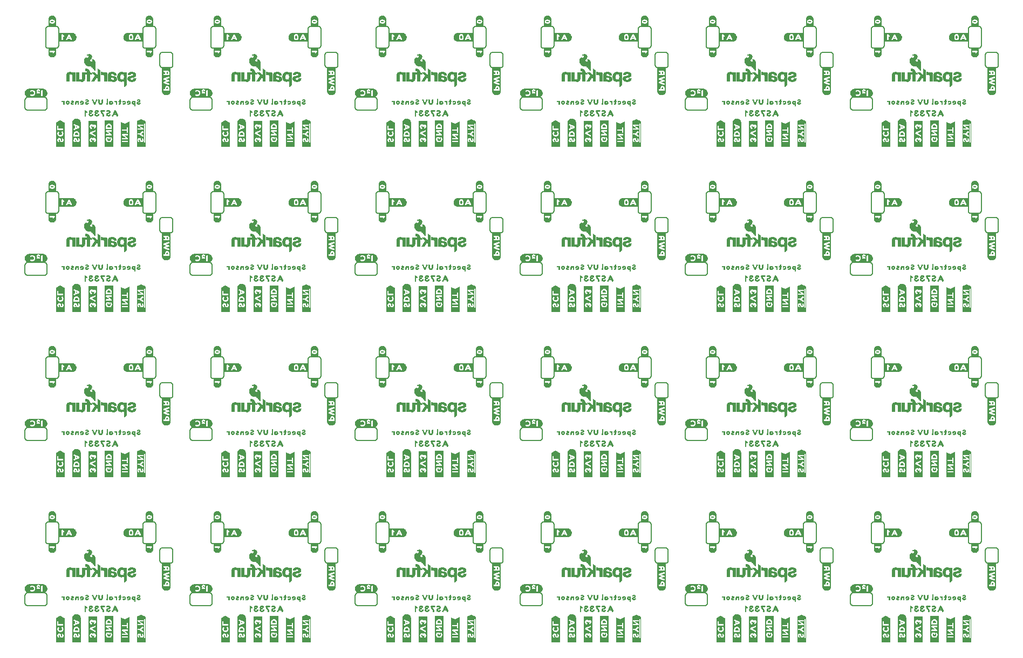
<source format=gbo>
G04 EAGLE Gerber RS-274X export*
G75*
%MOMM*%
%FSLAX34Y34*%
%LPD*%
%INSilkscreen Bottom*%
%IPPOS*%
%AMOC8*
5,1,8,0,0,1.08239X$1,22.5*%
G01*
%ADD10C,0.152400*%
%ADD11C,0.203200*%

G36*
X95318Y795844D02*
X95318Y795844D01*
X95330Y795841D01*
X95730Y796141D01*
X95734Y796157D01*
X95741Y796162D01*
X95737Y796168D01*
X95739Y796172D01*
X95749Y796180D01*
X95749Y833780D01*
X95746Y833784D01*
X95749Y833787D01*
X95649Y834487D01*
X95648Y834488D01*
X95649Y834488D01*
X95549Y835088D01*
X95545Y835091D01*
X95547Y835094D01*
X95347Y835794D01*
X95342Y835798D01*
X95344Y835802D01*
X94744Y837002D01*
X94737Y837005D01*
X94738Y837011D01*
X94340Y837509D01*
X93941Y838107D01*
X93931Y838111D01*
X93931Y838118D01*
X93433Y838517D01*
X92935Y839015D01*
X92923Y839016D01*
X92922Y839024D01*
X91122Y839924D01*
X91115Y839923D01*
X91114Y839927D01*
X90414Y840127D01*
X90410Y840126D01*
X90408Y840129D01*
X89808Y840229D01*
X89803Y840226D01*
X89800Y840229D01*
X87700Y840229D01*
X87691Y840222D01*
X87684Y840227D01*
X87085Y840027D01*
X86386Y839827D01*
X86382Y839822D01*
X86378Y839824D01*
X85178Y839224D01*
X85175Y839217D01*
X85169Y839218D01*
X84669Y838818D01*
X84668Y838814D01*
X84665Y838815D01*
X83665Y837815D01*
X83665Y837811D01*
X83662Y837811D01*
X83262Y837311D01*
X83261Y837303D01*
X83256Y837302D01*
X82356Y835502D01*
X82357Y835494D01*
X82352Y835490D01*
X82354Y835488D01*
X82351Y835487D01*
X82251Y834788D01*
X82151Y834188D01*
X82152Y834187D01*
X82151Y834187D01*
X82051Y833487D01*
X82054Y833482D01*
X82051Y833480D01*
X82051Y796280D01*
X82064Y796262D01*
X82061Y796250D01*
X82361Y795850D01*
X82392Y795842D01*
X82400Y795831D01*
X95300Y795831D01*
X95318Y795844D01*
G37*
G36*
X872558Y18604D02*
X872558Y18604D01*
X872570Y18601D01*
X872970Y18901D01*
X872974Y18917D01*
X872981Y18922D01*
X872977Y18928D01*
X872979Y18932D01*
X872989Y18940D01*
X872989Y56540D01*
X872986Y56544D01*
X872989Y56547D01*
X872889Y57247D01*
X872888Y57248D01*
X872889Y57248D01*
X872789Y57848D01*
X872785Y57851D01*
X872787Y57854D01*
X872587Y58554D01*
X872582Y58558D01*
X872584Y58562D01*
X871984Y59762D01*
X871977Y59765D01*
X871978Y59771D01*
X871580Y60269D01*
X871181Y60867D01*
X871171Y60871D01*
X871171Y60878D01*
X870673Y61277D01*
X870175Y61775D01*
X870163Y61776D01*
X870162Y61784D01*
X868362Y62684D01*
X868355Y62683D01*
X868354Y62687D01*
X867654Y62887D01*
X867650Y62886D01*
X867648Y62889D01*
X867048Y62989D01*
X867043Y62986D01*
X867040Y62989D01*
X864940Y62989D01*
X864931Y62982D01*
X864924Y62987D01*
X864325Y62787D01*
X863626Y62587D01*
X863622Y62582D01*
X863618Y62584D01*
X862418Y61984D01*
X862415Y61977D01*
X862409Y61978D01*
X861909Y61578D01*
X861908Y61574D01*
X861905Y61575D01*
X860905Y60575D01*
X860905Y60571D01*
X860902Y60571D01*
X860502Y60071D01*
X860501Y60063D01*
X860496Y60062D01*
X859596Y58262D01*
X859597Y58254D01*
X859592Y58250D01*
X859594Y58248D01*
X859591Y58247D01*
X859491Y57548D01*
X859391Y56948D01*
X859392Y56947D01*
X859391Y56947D01*
X859291Y56247D01*
X859294Y56242D01*
X859291Y56240D01*
X859291Y19040D01*
X859304Y19022D01*
X859301Y19010D01*
X859601Y18610D01*
X859632Y18602D01*
X859640Y18591D01*
X872540Y18591D01*
X872558Y18604D01*
G37*
G36*
X1131638Y18604D02*
X1131638Y18604D01*
X1131650Y18601D01*
X1132050Y18901D01*
X1132054Y18917D01*
X1132061Y18922D01*
X1132057Y18928D01*
X1132059Y18932D01*
X1132069Y18940D01*
X1132069Y56540D01*
X1132066Y56544D01*
X1132069Y56547D01*
X1131969Y57247D01*
X1131968Y57248D01*
X1131969Y57248D01*
X1131869Y57848D01*
X1131865Y57851D01*
X1131867Y57854D01*
X1131667Y58554D01*
X1131662Y58558D01*
X1131664Y58562D01*
X1131064Y59762D01*
X1131057Y59765D01*
X1131058Y59771D01*
X1130660Y60269D01*
X1130261Y60867D01*
X1130251Y60871D01*
X1130251Y60878D01*
X1129753Y61277D01*
X1129255Y61775D01*
X1129243Y61776D01*
X1129242Y61784D01*
X1127442Y62684D01*
X1127435Y62683D01*
X1127434Y62687D01*
X1126734Y62887D01*
X1126730Y62886D01*
X1126728Y62889D01*
X1126128Y62989D01*
X1126123Y62986D01*
X1126120Y62989D01*
X1124020Y62989D01*
X1124011Y62982D01*
X1124004Y62987D01*
X1123405Y62787D01*
X1122706Y62587D01*
X1122702Y62582D01*
X1122698Y62584D01*
X1121498Y61984D01*
X1121495Y61977D01*
X1121489Y61978D01*
X1120989Y61578D01*
X1120988Y61574D01*
X1120985Y61575D01*
X1119985Y60575D01*
X1119985Y60571D01*
X1119982Y60571D01*
X1119582Y60071D01*
X1119581Y60063D01*
X1119576Y60062D01*
X1118676Y58262D01*
X1118677Y58254D01*
X1118672Y58250D01*
X1118674Y58248D01*
X1118671Y58247D01*
X1118571Y57548D01*
X1118471Y56948D01*
X1118472Y56947D01*
X1118471Y56947D01*
X1118371Y56247D01*
X1118374Y56242D01*
X1118371Y56240D01*
X1118371Y19040D01*
X1118384Y19022D01*
X1118381Y19010D01*
X1118681Y18610D01*
X1118712Y18602D01*
X1118720Y18591D01*
X1131620Y18591D01*
X1131638Y18604D01*
G37*
G36*
X354398Y18604D02*
X354398Y18604D01*
X354410Y18601D01*
X354810Y18901D01*
X354814Y18917D01*
X354821Y18922D01*
X354817Y18928D01*
X354819Y18932D01*
X354829Y18940D01*
X354829Y56540D01*
X354826Y56544D01*
X354829Y56547D01*
X354729Y57247D01*
X354728Y57248D01*
X354729Y57248D01*
X354629Y57848D01*
X354625Y57851D01*
X354627Y57854D01*
X354427Y58554D01*
X354422Y58558D01*
X354424Y58562D01*
X353824Y59762D01*
X353817Y59765D01*
X353818Y59771D01*
X353420Y60269D01*
X353021Y60867D01*
X353011Y60871D01*
X353011Y60878D01*
X352513Y61277D01*
X352015Y61775D01*
X352003Y61776D01*
X352002Y61784D01*
X350202Y62684D01*
X350195Y62683D01*
X350194Y62687D01*
X349494Y62887D01*
X349490Y62886D01*
X349488Y62889D01*
X348888Y62989D01*
X348883Y62986D01*
X348880Y62989D01*
X346780Y62989D01*
X346771Y62982D01*
X346764Y62987D01*
X346165Y62787D01*
X345466Y62587D01*
X345462Y62582D01*
X345458Y62584D01*
X344258Y61984D01*
X344255Y61977D01*
X344249Y61978D01*
X343749Y61578D01*
X343748Y61574D01*
X343745Y61575D01*
X342745Y60575D01*
X342745Y60571D01*
X342742Y60571D01*
X342342Y60071D01*
X342341Y60063D01*
X342336Y60062D01*
X341436Y58262D01*
X341437Y58254D01*
X341432Y58250D01*
X341434Y58248D01*
X341431Y58247D01*
X341331Y57548D01*
X341231Y56948D01*
X341232Y56947D01*
X341231Y56947D01*
X341131Y56247D01*
X341134Y56242D01*
X341131Y56240D01*
X341131Y19040D01*
X341144Y19022D01*
X341141Y19010D01*
X341441Y18610D01*
X341472Y18602D01*
X341480Y18591D01*
X354380Y18591D01*
X354398Y18604D01*
G37*
G36*
X613478Y18604D02*
X613478Y18604D01*
X613490Y18601D01*
X613890Y18901D01*
X613894Y18917D01*
X613901Y18922D01*
X613897Y18928D01*
X613899Y18932D01*
X613909Y18940D01*
X613909Y56540D01*
X613906Y56544D01*
X613909Y56547D01*
X613809Y57247D01*
X613808Y57248D01*
X613809Y57248D01*
X613709Y57848D01*
X613705Y57851D01*
X613707Y57854D01*
X613507Y58554D01*
X613502Y58558D01*
X613504Y58562D01*
X612904Y59762D01*
X612897Y59765D01*
X612898Y59771D01*
X612500Y60269D01*
X612101Y60867D01*
X612091Y60871D01*
X612091Y60878D01*
X611593Y61277D01*
X611095Y61775D01*
X611083Y61776D01*
X611082Y61784D01*
X609282Y62684D01*
X609275Y62683D01*
X609274Y62687D01*
X608574Y62887D01*
X608570Y62886D01*
X608568Y62889D01*
X607968Y62989D01*
X607963Y62986D01*
X607960Y62989D01*
X605860Y62989D01*
X605851Y62982D01*
X605844Y62987D01*
X605245Y62787D01*
X604546Y62587D01*
X604542Y62582D01*
X604538Y62584D01*
X603338Y61984D01*
X603335Y61977D01*
X603329Y61978D01*
X602829Y61578D01*
X602828Y61574D01*
X602825Y61575D01*
X601825Y60575D01*
X601825Y60571D01*
X601822Y60571D01*
X601422Y60071D01*
X601421Y60063D01*
X601416Y60062D01*
X600516Y58262D01*
X600517Y58254D01*
X600512Y58250D01*
X600514Y58248D01*
X600511Y58247D01*
X600411Y57548D01*
X600311Y56948D01*
X600312Y56947D01*
X600311Y56947D01*
X600211Y56247D01*
X600214Y56242D01*
X600211Y56240D01*
X600211Y19040D01*
X600224Y19022D01*
X600221Y19010D01*
X600521Y18610D01*
X600552Y18602D01*
X600560Y18591D01*
X613460Y18591D01*
X613478Y18604D01*
G37*
G36*
X95318Y18604D02*
X95318Y18604D01*
X95330Y18601D01*
X95730Y18901D01*
X95734Y18917D01*
X95741Y18922D01*
X95737Y18928D01*
X95739Y18932D01*
X95749Y18940D01*
X95749Y56540D01*
X95746Y56544D01*
X95749Y56547D01*
X95649Y57247D01*
X95648Y57248D01*
X95649Y57248D01*
X95549Y57848D01*
X95545Y57851D01*
X95547Y57854D01*
X95347Y58554D01*
X95342Y58558D01*
X95344Y58562D01*
X94744Y59762D01*
X94737Y59765D01*
X94738Y59771D01*
X94340Y60269D01*
X93941Y60867D01*
X93931Y60871D01*
X93931Y60878D01*
X93433Y61277D01*
X92935Y61775D01*
X92923Y61776D01*
X92922Y61784D01*
X91122Y62684D01*
X91115Y62683D01*
X91114Y62687D01*
X90414Y62887D01*
X90410Y62886D01*
X90408Y62889D01*
X89808Y62989D01*
X89803Y62986D01*
X89800Y62989D01*
X87700Y62989D01*
X87691Y62982D01*
X87684Y62987D01*
X87085Y62787D01*
X86386Y62587D01*
X86382Y62582D01*
X86378Y62584D01*
X85178Y61984D01*
X85175Y61977D01*
X85169Y61978D01*
X84669Y61578D01*
X84668Y61574D01*
X84665Y61575D01*
X83665Y60575D01*
X83665Y60571D01*
X83662Y60571D01*
X83262Y60071D01*
X83261Y60063D01*
X83256Y60062D01*
X82356Y58262D01*
X82357Y58254D01*
X82352Y58250D01*
X82354Y58248D01*
X82351Y58247D01*
X82251Y57548D01*
X82151Y56948D01*
X82152Y56947D01*
X82151Y56947D01*
X82051Y56247D01*
X82054Y56242D01*
X82051Y56240D01*
X82051Y19040D01*
X82064Y19022D01*
X82061Y19010D01*
X82361Y18610D01*
X82392Y18602D01*
X82400Y18591D01*
X95300Y18591D01*
X95318Y18604D01*
G37*
G36*
X613478Y536764D02*
X613478Y536764D01*
X613490Y536761D01*
X613890Y537061D01*
X613894Y537077D01*
X613901Y537082D01*
X613897Y537088D01*
X613899Y537092D01*
X613909Y537100D01*
X613909Y574700D01*
X613906Y574704D01*
X613909Y574707D01*
X613809Y575407D01*
X613808Y575408D01*
X613809Y575408D01*
X613709Y576008D01*
X613705Y576011D01*
X613707Y576014D01*
X613507Y576714D01*
X613502Y576718D01*
X613504Y576722D01*
X612904Y577922D01*
X612897Y577925D01*
X612898Y577931D01*
X612500Y578429D01*
X612101Y579027D01*
X612091Y579031D01*
X612091Y579038D01*
X611593Y579437D01*
X611095Y579935D01*
X611083Y579936D01*
X611082Y579944D01*
X609282Y580844D01*
X609275Y580843D01*
X609274Y580847D01*
X608574Y581047D01*
X608570Y581046D01*
X608568Y581049D01*
X607968Y581149D01*
X607963Y581146D01*
X607960Y581149D01*
X605860Y581149D01*
X605851Y581142D01*
X605844Y581147D01*
X605245Y580947D01*
X604546Y580747D01*
X604542Y580742D01*
X604538Y580744D01*
X603338Y580144D01*
X603335Y580137D01*
X603329Y580138D01*
X602829Y579738D01*
X602828Y579734D01*
X602825Y579735D01*
X601825Y578735D01*
X601825Y578731D01*
X601822Y578731D01*
X601422Y578231D01*
X601421Y578223D01*
X601416Y578222D01*
X600516Y576422D01*
X600517Y576414D01*
X600512Y576410D01*
X600514Y576408D01*
X600511Y576407D01*
X600411Y575708D01*
X600311Y575108D01*
X600312Y575107D01*
X600311Y575107D01*
X600211Y574407D01*
X600214Y574402D01*
X600211Y574400D01*
X600211Y537200D01*
X600224Y537182D01*
X600221Y537170D01*
X600521Y536770D01*
X600552Y536762D01*
X600560Y536751D01*
X613460Y536751D01*
X613478Y536764D01*
G37*
G36*
X1131638Y536764D02*
X1131638Y536764D01*
X1131650Y536761D01*
X1132050Y537061D01*
X1132054Y537077D01*
X1132061Y537082D01*
X1132057Y537088D01*
X1132059Y537092D01*
X1132069Y537100D01*
X1132069Y574700D01*
X1132066Y574704D01*
X1132069Y574707D01*
X1131969Y575407D01*
X1131968Y575408D01*
X1131969Y575408D01*
X1131869Y576008D01*
X1131865Y576011D01*
X1131867Y576014D01*
X1131667Y576714D01*
X1131662Y576718D01*
X1131664Y576722D01*
X1131064Y577922D01*
X1131057Y577925D01*
X1131058Y577931D01*
X1130660Y578429D01*
X1130261Y579027D01*
X1130251Y579031D01*
X1130251Y579038D01*
X1129753Y579437D01*
X1129255Y579935D01*
X1129243Y579936D01*
X1129242Y579944D01*
X1127442Y580844D01*
X1127435Y580843D01*
X1127434Y580847D01*
X1126734Y581047D01*
X1126730Y581046D01*
X1126728Y581049D01*
X1126128Y581149D01*
X1126123Y581146D01*
X1126120Y581149D01*
X1124020Y581149D01*
X1124011Y581142D01*
X1124004Y581147D01*
X1123405Y580947D01*
X1122706Y580747D01*
X1122702Y580742D01*
X1122698Y580744D01*
X1121498Y580144D01*
X1121495Y580137D01*
X1121489Y580138D01*
X1120989Y579738D01*
X1120988Y579734D01*
X1120985Y579735D01*
X1119985Y578735D01*
X1119985Y578731D01*
X1119982Y578731D01*
X1119582Y578231D01*
X1119581Y578223D01*
X1119576Y578222D01*
X1118676Y576422D01*
X1118677Y576414D01*
X1118672Y576410D01*
X1118674Y576408D01*
X1118671Y576407D01*
X1118571Y575708D01*
X1118471Y575108D01*
X1118472Y575107D01*
X1118471Y575107D01*
X1118371Y574407D01*
X1118374Y574402D01*
X1118371Y574400D01*
X1118371Y537200D01*
X1118384Y537182D01*
X1118381Y537170D01*
X1118681Y536770D01*
X1118712Y536762D01*
X1118720Y536751D01*
X1131620Y536751D01*
X1131638Y536764D01*
G37*
G36*
X95318Y536764D02*
X95318Y536764D01*
X95330Y536761D01*
X95730Y537061D01*
X95734Y537077D01*
X95741Y537082D01*
X95737Y537088D01*
X95739Y537092D01*
X95749Y537100D01*
X95749Y574700D01*
X95746Y574704D01*
X95749Y574707D01*
X95649Y575407D01*
X95648Y575408D01*
X95649Y575408D01*
X95549Y576008D01*
X95545Y576011D01*
X95547Y576014D01*
X95347Y576714D01*
X95342Y576718D01*
X95344Y576722D01*
X94744Y577922D01*
X94737Y577925D01*
X94738Y577931D01*
X94340Y578429D01*
X93941Y579027D01*
X93931Y579031D01*
X93931Y579038D01*
X93433Y579437D01*
X92935Y579935D01*
X92923Y579936D01*
X92922Y579944D01*
X91122Y580844D01*
X91115Y580843D01*
X91114Y580847D01*
X90414Y581047D01*
X90410Y581046D01*
X90408Y581049D01*
X89808Y581149D01*
X89803Y581146D01*
X89800Y581149D01*
X87700Y581149D01*
X87691Y581142D01*
X87684Y581147D01*
X87085Y580947D01*
X86386Y580747D01*
X86382Y580742D01*
X86378Y580744D01*
X85178Y580144D01*
X85175Y580137D01*
X85169Y580138D01*
X84669Y579738D01*
X84668Y579734D01*
X84665Y579735D01*
X83665Y578735D01*
X83665Y578731D01*
X83662Y578731D01*
X83262Y578231D01*
X83261Y578223D01*
X83256Y578222D01*
X82356Y576422D01*
X82357Y576414D01*
X82352Y576410D01*
X82354Y576408D01*
X82351Y576407D01*
X82251Y575708D01*
X82151Y575108D01*
X82152Y575107D01*
X82151Y575107D01*
X82051Y574407D01*
X82054Y574402D01*
X82051Y574400D01*
X82051Y537200D01*
X82064Y537182D01*
X82061Y537170D01*
X82361Y536770D01*
X82392Y536762D01*
X82400Y536751D01*
X95300Y536751D01*
X95318Y536764D01*
G37*
G36*
X1390718Y536764D02*
X1390718Y536764D01*
X1390730Y536761D01*
X1391130Y537061D01*
X1391134Y537077D01*
X1391141Y537082D01*
X1391137Y537088D01*
X1391139Y537092D01*
X1391149Y537100D01*
X1391149Y574700D01*
X1391146Y574704D01*
X1391149Y574707D01*
X1391049Y575407D01*
X1391048Y575408D01*
X1391049Y575408D01*
X1390949Y576008D01*
X1390945Y576011D01*
X1390947Y576014D01*
X1390747Y576714D01*
X1390742Y576718D01*
X1390744Y576722D01*
X1390144Y577922D01*
X1390137Y577925D01*
X1390138Y577931D01*
X1389740Y578429D01*
X1389341Y579027D01*
X1389331Y579031D01*
X1389331Y579038D01*
X1388833Y579437D01*
X1388335Y579935D01*
X1388323Y579936D01*
X1388322Y579944D01*
X1386522Y580844D01*
X1386515Y580843D01*
X1386514Y580847D01*
X1385814Y581047D01*
X1385810Y581046D01*
X1385808Y581049D01*
X1385208Y581149D01*
X1385203Y581146D01*
X1385200Y581149D01*
X1383100Y581149D01*
X1383091Y581142D01*
X1383084Y581147D01*
X1382485Y580947D01*
X1381786Y580747D01*
X1381782Y580742D01*
X1381778Y580744D01*
X1380578Y580144D01*
X1380575Y580137D01*
X1380569Y580138D01*
X1380069Y579738D01*
X1380068Y579734D01*
X1380065Y579735D01*
X1379065Y578735D01*
X1379065Y578731D01*
X1379062Y578731D01*
X1378662Y578231D01*
X1378661Y578223D01*
X1378656Y578222D01*
X1377756Y576422D01*
X1377757Y576414D01*
X1377752Y576410D01*
X1377754Y576408D01*
X1377751Y576407D01*
X1377651Y575708D01*
X1377551Y575108D01*
X1377552Y575107D01*
X1377551Y575107D01*
X1377451Y574407D01*
X1377454Y574402D01*
X1377451Y574400D01*
X1377451Y537200D01*
X1377464Y537182D01*
X1377461Y537170D01*
X1377761Y536770D01*
X1377792Y536762D01*
X1377800Y536751D01*
X1390700Y536751D01*
X1390718Y536764D01*
G37*
G36*
X354398Y795844D02*
X354398Y795844D01*
X354410Y795841D01*
X354810Y796141D01*
X354814Y796157D01*
X354821Y796162D01*
X354817Y796168D01*
X354819Y796172D01*
X354829Y796180D01*
X354829Y833780D01*
X354826Y833784D01*
X354829Y833787D01*
X354729Y834487D01*
X354728Y834488D01*
X354729Y834488D01*
X354629Y835088D01*
X354625Y835091D01*
X354627Y835094D01*
X354427Y835794D01*
X354422Y835798D01*
X354424Y835802D01*
X353824Y837002D01*
X353817Y837005D01*
X353818Y837011D01*
X353420Y837509D01*
X353021Y838107D01*
X353011Y838111D01*
X353011Y838118D01*
X352513Y838517D01*
X352015Y839015D01*
X352003Y839016D01*
X352002Y839024D01*
X350202Y839924D01*
X350195Y839923D01*
X350194Y839927D01*
X349494Y840127D01*
X349490Y840126D01*
X349488Y840129D01*
X348888Y840229D01*
X348883Y840226D01*
X348880Y840229D01*
X346780Y840229D01*
X346771Y840222D01*
X346764Y840227D01*
X346165Y840027D01*
X345466Y839827D01*
X345462Y839822D01*
X345458Y839824D01*
X344258Y839224D01*
X344255Y839217D01*
X344249Y839218D01*
X343749Y838818D01*
X343748Y838814D01*
X343745Y838815D01*
X342745Y837815D01*
X342745Y837811D01*
X342742Y837811D01*
X342342Y837311D01*
X342341Y837303D01*
X342336Y837302D01*
X341436Y835502D01*
X341437Y835494D01*
X341432Y835490D01*
X341434Y835488D01*
X341431Y835487D01*
X341331Y834788D01*
X341231Y834188D01*
X341232Y834187D01*
X341231Y834187D01*
X341131Y833487D01*
X341134Y833482D01*
X341131Y833480D01*
X341131Y796280D01*
X341144Y796262D01*
X341141Y796250D01*
X341441Y795850D01*
X341472Y795842D01*
X341480Y795831D01*
X354380Y795831D01*
X354398Y795844D01*
G37*
G36*
X613478Y795844D02*
X613478Y795844D01*
X613490Y795841D01*
X613890Y796141D01*
X613894Y796157D01*
X613901Y796162D01*
X613897Y796168D01*
X613899Y796172D01*
X613909Y796180D01*
X613909Y833780D01*
X613906Y833784D01*
X613909Y833787D01*
X613809Y834487D01*
X613808Y834488D01*
X613809Y834488D01*
X613709Y835088D01*
X613705Y835091D01*
X613707Y835094D01*
X613507Y835794D01*
X613502Y835798D01*
X613504Y835802D01*
X612904Y837002D01*
X612897Y837005D01*
X612898Y837011D01*
X612500Y837509D01*
X612101Y838107D01*
X612091Y838111D01*
X612091Y838118D01*
X611593Y838517D01*
X611095Y839015D01*
X611083Y839016D01*
X611082Y839024D01*
X609282Y839924D01*
X609275Y839923D01*
X609274Y839927D01*
X608574Y840127D01*
X608570Y840126D01*
X608568Y840129D01*
X607968Y840229D01*
X607963Y840226D01*
X607960Y840229D01*
X605860Y840229D01*
X605851Y840222D01*
X605844Y840227D01*
X605245Y840027D01*
X604546Y839827D01*
X604542Y839822D01*
X604538Y839824D01*
X603338Y839224D01*
X603335Y839217D01*
X603329Y839218D01*
X602829Y838818D01*
X602828Y838814D01*
X602825Y838815D01*
X601825Y837815D01*
X601825Y837811D01*
X601822Y837811D01*
X601422Y837311D01*
X601421Y837303D01*
X601416Y837302D01*
X600516Y835502D01*
X600517Y835494D01*
X600512Y835490D01*
X600514Y835488D01*
X600511Y835487D01*
X600411Y834788D01*
X600311Y834188D01*
X600312Y834187D01*
X600311Y834187D01*
X600211Y833487D01*
X600214Y833482D01*
X600211Y833480D01*
X600211Y796280D01*
X600224Y796262D01*
X600221Y796250D01*
X600521Y795850D01*
X600552Y795842D01*
X600560Y795831D01*
X613460Y795831D01*
X613478Y795844D01*
G37*
G36*
X872558Y795844D02*
X872558Y795844D01*
X872570Y795841D01*
X872970Y796141D01*
X872974Y796157D01*
X872981Y796162D01*
X872977Y796168D01*
X872979Y796172D01*
X872989Y796180D01*
X872989Y833780D01*
X872986Y833784D01*
X872989Y833787D01*
X872889Y834487D01*
X872888Y834488D01*
X872889Y834488D01*
X872789Y835088D01*
X872785Y835091D01*
X872787Y835094D01*
X872587Y835794D01*
X872582Y835798D01*
X872584Y835802D01*
X871984Y837002D01*
X871977Y837005D01*
X871978Y837011D01*
X871580Y837509D01*
X871181Y838107D01*
X871171Y838111D01*
X871171Y838118D01*
X870673Y838517D01*
X870175Y839015D01*
X870163Y839016D01*
X870162Y839024D01*
X868362Y839924D01*
X868355Y839923D01*
X868354Y839927D01*
X867654Y840127D01*
X867650Y840126D01*
X867648Y840129D01*
X867048Y840229D01*
X867043Y840226D01*
X867040Y840229D01*
X864940Y840229D01*
X864931Y840222D01*
X864924Y840227D01*
X864325Y840027D01*
X863626Y839827D01*
X863622Y839822D01*
X863618Y839824D01*
X862418Y839224D01*
X862415Y839217D01*
X862409Y839218D01*
X861909Y838818D01*
X861908Y838814D01*
X861905Y838815D01*
X860905Y837815D01*
X860905Y837811D01*
X860902Y837811D01*
X860502Y837311D01*
X860501Y837303D01*
X860496Y837302D01*
X859596Y835502D01*
X859597Y835494D01*
X859592Y835490D01*
X859594Y835488D01*
X859591Y835487D01*
X859491Y834788D01*
X859391Y834188D01*
X859392Y834187D01*
X859391Y834187D01*
X859291Y833487D01*
X859294Y833482D01*
X859291Y833480D01*
X859291Y796280D01*
X859304Y796262D01*
X859301Y796250D01*
X859601Y795850D01*
X859632Y795842D01*
X859640Y795831D01*
X872540Y795831D01*
X872558Y795844D01*
G37*
G36*
X1390718Y795844D02*
X1390718Y795844D01*
X1390730Y795841D01*
X1391130Y796141D01*
X1391134Y796157D01*
X1391141Y796162D01*
X1391137Y796168D01*
X1391139Y796172D01*
X1391149Y796180D01*
X1391149Y833780D01*
X1391146Y833784D01*
X1391149Y833787D01*
X1391049Y834487D01*
X1391048Y834488D01*
X1391049Y834488D01*
X1390949Y835088D01*
X1390945Y835091D01*
X1390947Y835094D01*
X1390747Y835794D01*
X1390742Y835798D01*
X1390744Y835802D01*
X1390144Y837002D01*
X1390137Y837005D01*
X1390138Y837011D01*
X1389740Y837509D01*
X1389341Y838107D01*
X1389331Y838111D01*
X1389331Y838118D01*
X1388833Y838517D01*
X1388335Y839015D01*
X1388323Y839016D01*
X1388322Y839024D01*
X1386522Y839924D01*
X1386515Y839923D01*
X1386514Y839927D01*
X1385814Y840127D01*
X1385810Y840126D01*
X1385808Y840129D01*
X1385208Y840229D01*
X1385203Y840226D01*
X1385200Y840229D01*
X1383100Y840229D01*
X1383091Y840222D01*
X1383084Y840227D01*
X1382485Y840027D01*
X1381786Y839827D01*
X1381782Y839822D01*
X1381778Y839824D01*
X1380578Y839224D01*
X1380575Y839217D01*
X1380569Y839218D01*
X1380069Y838818D01*
X1380068Y838814D01*
X1380065Y838815D01*
X1379065Y837815D01*
X1379065Y837811D01*
X1379062Y837811D01*
X1378662Y837311D01*
X1378661Y837303D01*
X1378656Y837302D01*
X1377756Y835502D01*
X1377757Y835494D01*
X1377752Y835490D01*
X1377754Y835488D01*
X1377751Y835487D01*
X1377651Y834788D01*
X1377551Y834188D01*
X1377552Y834187D01*
X1377551Y834187D01*
X1377451Y833487D01*
X1377454Y833482D01*
X1377451Y833480D01*
X1377451Y796280D01*
X1377464Y796262D01*
X1377461Y796250D01*
X1377761Y795850D01*
X1377792Y795842D01*
X1377800Y795831D01*
X1390700Y795831D01*
X1390718Y795844D01*
G37*
G36*
X1131638Y795844D02*
X1131638Y795844D01*
X1131650Y795841D01*
X1132050Y796141D01*
X1132054Y796157D01*
X1132061Y796162D01*
X1132057Y796168D01*
X1132059Y796172D01*
X1132069Y796180D01*
X1132069Y833780D01*
X1132066Y833784D01*
X1132069Y833787D01*
X1131969Y834487D01*
X1131968Y834488D01*
X1131969Y834488D01*
X1131869Y835088D01*
X1131865Y835091D01*
X1131867Y835094D01*
X1131667Y835794D01*
X1131662Y835798D01*
X1131664Y835802D01*
X1131064Y837002D01*
X1131057Y837005D01*
X1131058Y837011D01*
X1130660Y837509D01*
X1130261Y838107D01*
X1130251Y838111D01*
X1130251Y838118D01*
X1129753Y838517D01*
X1129255Y839015D01*
X1129243Y839016D01*
X1129242Y839024D01*
X1127442Y839924D01*
X1127435Y839923D01*
X1127434Y839927D01*
X1126734Y840127D01*
X1126730Y840126D01*
X1126728Y840129D01*
X1126128Y840229D01*
X1126123Y840226D01*
X1126120Y840229D01*
X1124020Y840229D01*
X1124011Y840222D01*
X1124004Y840227D01*
X1123405Y840027D01*
X1122706Y839827D01*
X1122702Y839822D01*
X1122698Y839824D01*
X1121498Y839224D01*
X1121495Y839217D01*
X1121489Y839218D01*
X1120989Y838818D01*
X1120988Y838814D01*
X1120985Y838815D01*
X1119985Y837815D01*
X1119985Y837811D01*
X1119982Y837811D01*
X1119582Y837311D01*
X1119581Y837303D01*
X1119576Y837302D01*
X1118676Y835502D01*
X1118677Y835494D01*
X1118672Y835490D01*
X1118674Y835488D01*
X1118671Y835487D01*
X1118571Y834788D01*
X1118471Y834188D01*
X1118472Y834187D01*
X1118471Y834187D01*
X1118371Y833487D01*
X1118374Y833482D01*
X1118371Y833480D01*
X1118371Y796280D01*
X1118384Y796262D01*
X1118381Y796250D01*
X1118681Y795850D01*
X1118712Y795842D01*
X1118720Y795831D01*
X1131620Y795831D01*
X1131638Y795844D01*
G37*
G36*
X95318Y277684D02*
X95318Y277684D01*
X95330Y277681D01*
X95730Y277981D01*
X95734Y277997D01*
X95741Y278002D01*
X95737Y278008D01*
X95739Y278012D01*
X95749Y278020D01*
X95749Y315620D01*
X95746Y315624D01*
X95749Y315627D01*
X95649Y316327D01*
X95648Y316328D01*
X95649Y316328D01*
X95549Y316928D01*
X95545Y316931D01*
X95547Y316934D01*
X95347Y317634D01*
X95342Y317638D01*
X95344Y317642D01*
X94744Y318842D01*
X94737Y318845D01*
X94738Y318851D01*
X94340Y319349D01*
X93941Y319947D01*
X93931Y319951D01*
X93931Y319958D01*
X93433Y320357D01*
X92935Y320855D01*
X92923Y320856D01*
X92922Y320864D01*
X91122Y321764D01*
X91115Y321763D01*
X91114Y321767D01*
X90414Y321967D01*
X90410Y321966D01*
X90408Y321969D01*
X89808Y322069D01*
X89803Y322066D01*
X89800Y322069D01*
X87700Y322069D01*
X87691Y322062D01*
X87684Y322067D01*
X87085Y321867D01*
X86386Y321667D01*
X86382Y321662D01*
X86378Y321664D01*
X85178Y321064D01*
X85175Y321057D01*
X85169Y321058D01*
X84669Y320658D01*
X84668Y320654D01*
X84665Y320655D01*
X83665Y319655D01*
X83665Y319651D01*
X83662Y319651D01*
X83262Y319151D01*
X83261Y319143D01*
X83256Y319142D01*
X82356Y317342D01*
X82357Y317334D01*
X82352Y317330D01*
X82354Y317328D01*
X82351Y317327D01*
X82251Y316628D01*
X82151Y316028D01*
X82152Y316027D01*
X82151Y316027D01*
X82051Y315327D01*
X82054Y315322D01*
X82051Y315320D01*
X82051Y278120D01*
X82064Y278102D01*
X82061Y278090D01*
X82361Y277690D01*
X82392Y277682D01*
X82400Y277671D01*
X95300Y277671D01*
X95318Y277684D01*
G37*
G36*
X354398Y277684D02*
X354398Y277684D01*
X354410Y277681D01*
X354810Y277981D01*
X354814Y277997D01*
X354821Y278002D01*
X354817Y278008D01*
X354819Y278012D01*
X354829Y278020D01*
X354829Y315620D01*
X354826Y315624D01*
X354829Y315627D01*
X354729Y316327D01*
X354728Y316328D01*
X354729Y316328D01*
X354629Y316928D01*
X354625Y316931D01*
X354627Y316934D01*
X354427Y317634D01*
X354422Y317638D01*
X354424Y317642D01*
X353824Y318842D01*
X353817Y318845D01*
X353818Y318851D01*
X353420Y319349D01*
X353021Y319947D01*
X353011Y319951D01*
X353011Y319958D01*
X352513Y320357D01*
X352015Y320855D01*
X352003Y320856D01*
X352002Y320864D01*
X350202Y321764D01*
X350195Y321763D01*
X350194Y321767D01*
X349494Y321967D01*
X349490Y321966D01*
X349488Y321969D01*
X348888Y322069D01*
X348883Y322066D01*
X348880Y322069D01*
X346780Y322069D01*
X346771Y322062D01*
X346764Y322067D01*
X346165Y321867D01*
X345466Y321667D01*
X345462Y321662D01*
X345458Y321664D01*
X344258Y321064D01*
X344255Y321057D01*
X344249Y321058D01*
X343749Y320658D01*
X343748Y320654D01*
X343745Y320655D01*
X342745Y319655D01*
X342745Y319651D01*
X342742Y319651D01*
X342342Y319151D01*
X342341Y319143D01*
X342336Y319142D01*
X341436Y317342D01*
X341437Y317334D01*
X341432Y317330D01*
X341434Y317328D01*
X341431Y317327D01*
X341331Y316628D01*
X341231Y316028D01*
X341232Y316027D01*
X341231Y316027D01*
X341131Y315327D01*
X341134Y315322D01*
X341131Y315320D01*
X341131Y278120D01*
X341144Y278102D01*
X341141Y278090D01*
X341441Y277690D01*
X341472Y277682D01*
X341480Y277671D01*
X354380Y277671D01*
X354398Y277684D01*
G37*
G36*
X1390718Y277684D02*
X1390718Y277684D01*
X1390730Y277681D01*
X1391130Y277981D01*
X1391134Y277997D01*
X1391141Y278002D01*
X1391137Y278008D01*
X1391139Y278012D01*
X1391149Y278020D01*
X1391149Y315620D01*
X1391146Y315624D01*
X1391149Y315627D01*
X1391049Y316327D01*
X1391048Y316328D01*
X1391049Y316328D01*
X1390949Y316928D01*
X1390945Y316931D01*
X1390947Y316934D01*
X1390747Y317634D01*
X1390742Y317638D01*
X1390744Y317642D01*
X1390144Y318842D01*
X1390137Y318845D01*
X1390138Y318851D01*
X1389740Y319349D01*
X1389341Y319947D01*
X1389331Y319951D01*
X1389331Y319958D01*
X1388833Y320357D01*
X1388335Y320855D01*
X1388323Y320856D01*
X1388322Y320864D01*
X1386522Y321764D01*
X1386515Y321763D01*
X1386514Y321767D01*
X1385814Y321967D01*
X1385810Y321966D01*
X1385808Y321969D01*
X1385208Y322069D01*
X1385203Y322066D01*
X1385200Y322069D01*
X1383100Y322069D01*
X1383091Y322062D01*
X1383084Y322067D01*
X1382485Y321867D01*
X1381786Y321667D01*
X1381782Y321662D01*
X1381778Y321664D01*
X1380578Y321064D01*
X1380575Y321057D01*
X1380569Y321058D01*
X1380069Y320658D01*
X1380068Y320654D01*
X1380065Y320655D01*
X1379065Y319655D01*
X1379065Y319651D01*
X1379062Y319651D01*
X1378662Y319151D01*
X1378661Y319143D01*
X1378656Y319142D01*
X1377756Y317342D01*
X1377757Y317334D01*
X1377752Y317330D01*
X1377754Y317328D01*
X1377751Y317327D01*
X1377651Y316628D01*
X1377551Y316028D01*
X1377552Y316027D01*
X1377551Y316027D01*
X1377451Y315327D01*
X1377454Y315322D01*
X1377451Y315320D01*
X1377451Y278120D01*
X1377464Y278102D01*
X1377461Y278090D01*
X1377761Y277690D01*
X1377792Y277682D01*
X1377800Y277671D01*
X1390700Y277671D01*
X1390718Y277684D01*
G37*
G36*
X354398Y536764D02*
X354398Y536764D01*
X354410Y536761D01*
X354810Y537061D01*
X354814Y537077D01*
X354821Y537082D01*
X354817Y537088D01*
X354819Y537092D01*
X354829Y537100D01*
X354829Y574700D01*
X354826Y574704D01*
X354829Y574707D01*
X354729Y575407D01*
X354728Y575408D01*
X354729Y575408D01*
X354629Y576008D01*
X354625Y576011D01*
X354627Y576014D01*
X354427Y576714D01*
X354422Y576718D01*
X354424Y576722D01*
X353824Y577922D01*
X353817Y577925D01*
X353818Y577931D01*
X353420Y578429D01*
X353021Y579027D01*
X353011Y579031D01*
X353011Y579038D01*
X352513Y579437D01*
X352015Y579935D01*
X352003Y579936D01*
X352002Y579944D01*
X350202Y580844D01*
X350195Y580843D01*
X350194Y580847D01*
X349494Y581047D01*
X349490Y581046D01*
X349488Y581049D01*
X348888Y581149D01*
X348883Y581146D01*
X348880Y581149D01*
X346780Y581149D01*
X346771Y581142D01*
X346764Y581147D01*
X346165Y580947D01*
X345466Y580747D01*
X345462Y580742D01*
X345458Y580744D01*
X344258Y580144D01*
X344255Y580137D01*
X344249Y580138D01*
X343749Y579738D01*
X343748Y579734D01*
X343745Y579735D01*
X342745Y578735D01*
X342745Y578731D01*
X342742Y578731D01*
X342342Y578231D01*
X342341Y578223D01*
X342336Y578222D01*
X341436Y576422D01*
X341437Y576414D01*
X341432Y576410D01*
X341434Y576408D01*
X341431Y576407D01*
X341331Y575708D01*
X341231Y575108D01*
X341232Y575107D01*
X341231Y575107D01*
X341131Y574407D01*
X341134Y574402D01*
X341131Y574400D01*
X341131Y537200D01*
X341144Y537182D01*
X341141Y537170D01*
X341441Y536770D01*
X341472Y536762D01*
X341480Y536751D01*
X354380Y536751D01*
X354398Y536764D01*
G37*
G36*
X872558Y277684D02*
X872558Y277684D01*
X872570Y277681D01*
X872970Y277981D01*
X872974Y277997D01*
X872981Y278002D01*
X872977Y278008D01*
X872979Y278012D01*
X872989Y278020D01*
X872989Y315620D01*
X872986Y315624D01*
X872989Y315627D01*
X872889Y316327D01*
X872888Y316328D01*
X872889Y316328D01*
X872789Y316928D01*
X872785Y316931D01*
X872787Y316934D01*
X872587Y317634D01*
X872582Y317638D01*
X872584Y317642D01*
X871984Y318842D01*
X871977Y318845D01*
X871978Y318851D01*
X871580Y319349D01*
X871181Y319947D01*
X871171Y319951D01*
X871171Y319958D01*
X870673Y320357D01*
X870175Y320855D01*
X870163Y320856D01*
X870162Y320864D01*
X868362Y321764D01*
X868355Y321763D01*
X868354Y321767D01*
X867654Y321967D01*
X867650Y321966D01*
X867648Y321969D01*
X867048Y322069D01*
X867043Y322066D01*
X867040Y322069D01*
X864940Y322069D01*
X864931Y322062D01*
X864924Y322067D01*
X864325Y321867D01*
X863626Y321667D01*
X863622Y321662D01*
X863618Y321664D01*
X862418Y321064D01*
X862415Y321057D01*
X862409Y321058D01*
X861909Y320658D01*
X861908Y320654D01*
X861905Y320655D01*
X860905Y319655D01*
X860905Y319651D01*
X860902Y319651D01*
X860502Y319151D01*
X860501Y319143D01*
X860496Y319142D01*
X859596Y317342D01*
X859597Y317334D01*
X859592Y317330D01*
X859594Y317328D01*
X859591Y317327D01*
X859491Y316628D01*
X859391Y316028D01*
X859392Y316027D01*
X859391Y316027D01*
X859291Y315327D01*
X859294Y315322D01*
X859291Y315320D01*
X859291Y278120D01*
X859304Y278102D01*
X859301Y278090D01*
X859601Y277690D01*
X859632Y277682D01*
X859640Y277671D01*
X872540Y277671D01*
X872558Y277684D01*
G37*
G36*
X613478Y277684D02*
X613478Y277684D01*
X613490Y277681D01*
X613890Y277981D01*
X613894Y277997D01*
X613901Y278002D01*
X613897Y278008D01*
X613899Y278012D01*
X613909Y278020D01*
X613909Y315620D01*
X613906Y315624D01*
X613909Y315627D01*
X613809Y316327D01*
X613808Y316328D01*
X613809Y316328D01*
X613709Y316928D01*
X613705Y316931D01*
X613707Y316934D01*
X613507Y317634D01*
X613502Y317638D01*
X613504Y317642D01*
X612904Y318842D01*
X612897Y318845D01*
X612898Y318851D01*
X612500Y319349D01*
X612101Y319947D01*
X612091Y319951D01*
X612091Y319958D01*
X611593Y320357D01*
X611095Y320855D01*
X611083Y320856D01*
X611082Y320864D01*
X609282Y321764D01*
X609275Y321763D01*
X609274Y321767D01*
X608574Y321967D01*
X608570Y321966D01*
X608568Y321969D01*
X607968Y322069D01*
X607963Y322066D01*
X607960Y322069D01*
X605860Y322069D01*
X605851Y322062D01*
X605844Y322067D01*
X605245Y321867D01*
X604546Y321667D01*
X604542Y321662D01*
X604538Y321664D01*
X603338Y321064D01*
X603335Y321057D01*
X603329Y321058D01*
X602829Y320658D01*
X602828Y320654D01*
X602825Y320655D01*
X601825Y319655D01*
X601825Y319651D01*
X601822Y319651D01*
X601422Y319151D01*
X601421Y319143D01*
X601416Y319142D01*
X600516Y317342D01*
X600517Y317334D01*
X600512Y317330D01*
X600514Y317328D01*
X600511Y317327D01*
X600411Y316628D01*
X600311Y316028D01*
X600312Y316027D01*
X600311Y316027D01*
X600211Y315327D01*
X600214Y315322D01*
X600211Y315320D01*
X600211Y278120D01*
X600224Y278102D01*
X600221Y278090D01*
X600521Y277690D01*
X600552Y277682D01*
X600560Y277671D01*
X613460Y277671D01*
X613478Y277684D01*
G37*
G36*
X1131638Y277684D02*
X1131638Y277684D01*
X1131650Y277681D01*
X1132050Y277981D01*
X1132054Y277997D01*
X1132061Y278002D01*
X1132057Y278008D01*
X1132059Y278012D01*
X1132069Y278020D01*
X1132069Y315620D01*
X1132066Y315624D01*
X1132069Y315627D01*
X1131969Y316327D01*
X1131968Y316328D01*
X1131969Y316328D01*
X1131869Y316928D01*
X1131865Y316931D01*
X1131867Y316934D01*
X1131667Y317634D01*
X1131662Y317638D01*
X1131664Y317642D01*
X1131064Y318842D01*
X1131057Y318845D01*
X1131058Y318851D01*
X1130660Y319349D01*
X1130261Y319947D01*
X1130251Y319951D01*
X1130251Y319958D01*
X1129753Y320357D01*
X1129255Y320855D01*
X1129243Y320856D01*
X1129242Y320864D01*
X1127442Y321764D01*
X1127435Y321763D01*
X1127434Y321767D01*
X1126734Y321967D01*
X1126730Y321966D01*
X1126728Y321969D01*
X1126128Y322069D01*
X1126123Y322066D01*
X1126120Y322069D01*
X1124020Y322069D01*
X1124011Y322062D01*
X1124004Y322067D01*
X1123405Y321867D01*
X1122706Y321667D01*
X1122702Y321662D01*
X1122698Y321664D01*
X1121498Y321064D01*
X1121495Y321057D01*
X1121489Y321058D01*
X1120989Y320658D01*
X1120988Y320654D01*
X1120985Y320655D01*
X1119985Y319655D01*
X1119985Y319651D01*
X1119982Y319651D01*
X1119582Y319151D01*
X1119581Y319143D01*
X1119576Y319142D01*
X1118676Y317342D01*
X1118677Y317334D01*
X1118672Y317330D01*
X1118674Y317328D01*
X1118671Y317327D01*
X1118571Y316628D01*
X1118471Y316028D01*
X1118472Y316027D01*
X1118471Y316027D01*
X1118371Y315327D01*
X1118374Y315322D01*
X1118371Y315320D01*
X1118371Y278120D01*
X1118384Y278102D01*
X1118381Y278090D01*
X1118681Y277690D01*
X1118712Y277682D01*
X1118720Y277671D01*
X1131620Y277671D01*
X1131638Y277684D01*
G37*
G36*
X1390718Y18604D02*
X1390718Y18604D01*
X1390730Y18601D01*
X1391130Y18901D01*
X1391134Y18917D01*
X1391141Y18922D01*
X1391137Y18928D01*
X1391139Y18932D01*
X1391149Y18940D01*
X1391149Y56540D01*
X1391146Y56544D01*
X1391149Y56547D01*
X1391049Y57247D01*
X1391048Y57248D01*
X1391049Y57248D01*
X1390949Y57848D01*
X1390945Y57851D01*
X1390947Y57854D01*
X1390747Y58554D01*
X1390742Y58558D01*
X1390744Y58562D01*
X1390144Y59762D01*
X1390137Y59765D01*
X1390138Y59771D01*
X1389740Y60269D01*
X1389341Y60867D01*
X1389331Y60871D01*
X1389331Y60878D01*
X1388833Y61277D01*
X1388335Y61775D01*
X1388323Y61776D01*
X1388322Y61784D01*
X1386522Y62684D01*
X1386515Y62683D01*
X1386514Y62687D01*
X1385814Y62887D01*
X1385810Y62886D01*
X1385808Y62889D01*
X1385208Y62989D01*
X1385203Y62986D01*
X1385200Y62989D01*
X1383100Y62989D01*
X1383091Y62982D01*
X1383084Y62987D01*
X1382485Y62787D01*
X1381786Y62587D01*
X1381782Y62582D01*
X1381778Y62584D01*
X1380578Y61984D01*
X1380575Y61977D01*
X1380569Y61978D01*
X1380069Y61578D01*
X1380068Y61574D01*
X1380065Y61575D01*
X1379065Y60575D01*
X1379065Y60571D01*
X1379062Y60571D01*
X1378662Y60071D01*
X1378661Y60063D01*
X1378656Y60062D01*
X1377756Y58262D01*
X1377757Y58254D01*
X1377752Y58250D01*
X1377754Y58248D01*
X1377751Y58247D01*
X1377651Y57548D01*
X1377551Y56948D01*
X1377552Y56947D01*
X1377551Y56947D01*
X1377451Y56247D01*
X1377454Y56242D01*
X1377451Y56240D01*
X1377451Y19040D01*
X1377464Y19022D01*
X1377461Y19010D01*
X1377761Y18610D01*
X1377792Y18602D01*
X1377800Y18591D01*
X1390700Y18591D01*
X1390718Y18604D01*
G37*
G36*
X872558Y536764D02*
X872558Y536764D01*
X872570Y536761D01*
X872970Y537061D01*
X872974Y537077D01*
X872981Y537082D01*
X872977Y537088D01*
X872979Y537092D01*
X872989Y537100D01*
X872989Y574700D01*
X872986Y574704D01*
X872989Y574707D01*
X872889Y575407D01*
X872888Y575408D01*
X872889Y575408D01*
X872789Y576008D01*
X872785Y576011D01*
X872787Y576014D01*
X872587Y576714D01*
X872582Y576718D01*
X872584Y576722D01*
X871984Y577922D01*
X871977Y577925D01*
X871978Y577931D01*
X871580Y578429D01*
X871181Y579027D01*
X871171Y579031D01*
X871171Y579038D01*
X870673Y579437D01*
X870175Y579935D01*
X870163Y579936D01*
X870162Y579944D01*
X868362Y580844D01*
X868355Y580843D01*
X868354Y580847D01*
X867654Y581047D01*
X867650Y581046D01*
X867648Y581049D01*
X867048Y581149D01*
X867043Y581146D01*
X867040Y581149D01*
X864940Y581149D01*
X864931Y581142D01*
X864924Y581147D01*
X864325Y580947D01*
X863626Y580747D01*
X863622Y580742D01*
X863618Y580744D01*
X862418Y580144D01*
X862415Y580137D01*
X862409Y580138D01*
X861909Y579738D01*
X861908Y579734D01*
X861905Y579735D01*
X860905Y578735D01*
X860905Y578731D01*
X860902Y578731D01*
X860502Y578231D01*
X860501Y578223D01*
X860496Y578222D01*
X859596Y576422D01*
X859597Y576414D01*
X859592Y576410D01*
X859594Y576408D01*
X859591Y576407D01*
X859491Y575708D01*
X859391Y575108D01*
X859392Y575107D01*
X859391Y575107D01*
X859291Y574407D01*
X859294Y574402D01*
X859291Y574400D01*
X859291Y537200D01*
X859304Y537182D01*
X859301Y537170D01*
X859601Y536770D01*
X859632Y536762D01*
X859640Y536751D01*
X872540Y536751D01*
X872558Y536764D01*
G37*
G36*
X229974Y617699D02*
X229974Y617699D01*
X229977Y617696D01*
X231377Y617896D01*
X231382Y617901D01*
X231386Y617898D01*
X231985Y618098D01*
X232684Y618298D01*
X232688Y618303D01*
X232692Y618301D01*
X233292Y618601D01*
X233295Y618608D01*
X233301Y618607D01*
X233799Y619005D01*
X234397Y619404D01*
X234400Y619411D01*
X234405Y619410D01*
X234905Y619910D01*
X234905Y619914D01*
X234908Y619914D01*
X235308Y620414D01*
X235309Y620418D01*
X235311Y620418D01*
X235711Y621018D01*
X235711Y621022D01*
X235714Y621023D01*
X236314Y622223D01*
X236313Y622228D01*
X236317Y622229D01*
X236517Y622829D01*
X236515Y622836D01*
X236519Y622838D01*
X236719Y624238D01*
X236716Y624243D01*
X236719Y624245D01*
X236719Y661145D01*
X236703Y661166D01*
X236705Y661180D01*
X236405Y661480D01*
X236378Y661484D01*
X236370Y661494D01*
X223470Y661494D01*
X223452Y661481D01*
X223440Y661484D01*
X223040Y661184D01*
X223032Y661155D01*
X223023Y661148D01*
X223023Y661147D01*
X223021Y661145D01*
X223021Y624545D01*
X223024Y624540D01*
X223021Y624537D01*
X223121Y623937D01*
X223221Y623238D01*
X223321Y622538D01*
X223326Y622533D01*
X223323Y622529D01*
X223523Y621929D01*
X223528Y621926D01*
X223526Y621923D01*
X223826Y621323D01*
X223830Y621321D01*
X223829Y621318D01*
X224229Y620718D01*
X224232Y620717D01*
X224232Y620714D01*
X225032Y619714D01*
X225036Y619713D01*
X225035Y619710D01*
X225535Y619210D01*
X225542Y619209D01*
X225543Y619204D01*
X226143Y618804D01*
X226147Y618804D01*
X226148Y618801D01*
X227348Y618201D01*
X227353Y618202D01*
X227354Y618198D01*
X227954Y617998D01*
X227956Y617999D01*
X227956Y617998D01*
X228656Y617798D01*
X228661Y617800D01*
X228663Y617796D01*
X229363Y617696D01*
X229368Y617699D01*
X229370Y617696D01*
X229970Y617696D01*
X229974Y617699D01*
G37*
G36*
X748134Y358619D02*
X748134Y358619D01*
X748137Y358616D01*
X749537Y358816D01*
X749542Y358821D01*
X749546Y358818D01*
X750145Y359018D01*
X750844Y359218D01*
X750848Y359223D01*
X750852Y359221D01*
X751452Y359521D01*
X751455Y359528D01*
X751461Y359527D01*
X751959Y359925D01*
X752557Y360324D01*
X752560Y360331D01*
X752565Y360330D01*
X753065Y360830D01*
X753065Y360834D01*
X753068Y360834D01*
X753468Y361334D01*
X753469Y361338D01*
X753471Y361338D01*
X753871Y361938D01*
X753871Y361942D01*
X753874Y361943D01*
X754474Y363143D01*
X754473Y363148D01*
X754477Y363149D01*
X754677Y363749D01*
X754675Y363756D01*
X754679Y363758D01*
X754879Y365158D01*
X754876Y365163D01*
X754879Y365165D01*
X754879Y402065D01*
X754863Y402086D01*
X754865Y402100D01*
X754565Y402400D01*
X754538Y402404D01*
X754530Y402414D01*
X741630Y402414D01*
X741612Y402401D01*
X741600Y402404D01*
X741200Y402104D01*
X741192Y402075D01*
X741183Y402068D01*
X741183Y402067D01*
X741181Y402065D01*
X741181Y365465D01*
X741184Y365460D01*
X741181Y365457D01*
X741281Y364857D01*
X741381Y364158D01*
X741481Y363458D01*
X741486Y363453D01*
X741483Y363449D01*
X741683Y362849D01*
X741688Y362846D01*
X741686Y362843D01*
X741986Y362243D01*
X741990Y362241D01*
X741989Y362238D01*
X742389Y361638D01*
X742392Y361637D01*
X742392Y361634D01*
X743192Y360634D01*
X743196Y360633D01*
X743195Y360630D01*
X743695Y360130D01*
X743702Y360129D01*
X743703Y360124D01*
X744303Y359724D01*
X744307Y359724D01*
X744308Y359721D01*
X745508Y359121D01*
X745513Y359122D01*
X745514Y359118D01*
X746114Y358918D01*
X746116Y358919D01*
X746116Y358918D01*
X746816Y358718D01*
X746821Y358720D01*
X746823Y358716D01*
X747523Y358616D01*
X747528Y358619D01*
X747530Y358616D01*
X748130Y358616D01*
X748134Y358619D01*
G37*
G36*
X1007214Y358619D02*
X1007214Y358619D01*
X1007217Y358616D01*
X1008617Y358816D01*
X1008622Y358821D01*
X1008626Y358818D01*
X1009225Y359018D01*
X1009924Y359218D01*
X1009928Y359223D01*
X1009932Y359221D01*
X1010532Y359521D01*
X1010535Y359528D01*
X1010541Y359527D01*
X1011039Y359925D01*
X1011637Y360324D01*
X1011640Y360331D01*
X1011645Y360330D01*
X1012145Y360830D01*
X1012145Y360834D01*
X1012148Y360834D01*
X1012548Y361334D01*
X1012549Y361338D01*
X1012551Y361338D01*
X1012951Y361938D01*
X1012951Y361942D01*
X1012954Y361943D01*
X1013554Y363143D01*
X1013553Y363148D01*
X1013557Y363149D01*
X1013757Y363749D01*
X1013755Y363756D01*
X1013759Y363758D01*
X1013959Y365158D01*
X1013956Y365163D01*
X1013959Y365165D01*
X1013959Y402065D01*
X1013943Y402086D01*
X1013945Y402100D01*
X1013645Y402400D01*
X1013618Y402404D01*
X1013610Y402414D01*
X1000710Y402414D01*
X1000692Y402401D01*
X1000680Y402404D01*
X1000280Y402104D01*
X1000272Y402075D01*
X1000263Y402068D01*
X1000263Y402067D01*
X1000261Y402065D01*
X1000261Y365465D01*
X1000264Y365460D01*
X1000261Y365457D01*
X1000361Y364857D01*
X1000461Y364158D01*
X1000561Y363458D01*
X1000566Y363453D01*
X1000563Y363449D01*
X1000763Y362849D01*
X1000768Y362846D01*
X1000766Y362843D01*
X1001066Y362243D01*
X1001070Y362241D01*
X1001069Y362238D01*
X1001469Y361638D01*
X1001472Y361637D01*
X1001472Y361634D01*
X1002272Y360634D01*
X1002276Y360633D01*
X1002275Y360630D01*
X1002775Y360130D01*
X1002782Y360129D01*
X1002783Y360124D01*
X1003383Y359724D01*
X1003387Y359724D01*
X1003388Y359721D01*
X1004588Y359121D01*
X1004593Y359122D01*
X1004594Y359118D01*
X1005194Y358918D01*
X1005196Y358919D01*
X1005196Y358918D01*
X1005896Y358718D01*
X1005901Y358720D01*
X1005903Y358716D01*
X1006603Y358616D01*
X1006608Y358619D01*
X1006610Y358616D01*
X1007210Y358616D01*
X1007214Y358619D01*
G37*
G36*
X1525374Y358619D02*
X1525374Y358619D01*
X1525377Y358616D01*
X1526777Y358816D01*
X1526782Y358821D01*
X1526786Y358818D01*
X1527385Y359018D01*
X1528084Y359218D01*
X1528088Y359223D01*
X1528092Y359221D01*
X1528692Y359521D01*
X1528695Y359528D01*
X1528701Y359527D01*
X1529199Y359925D01*
X1529797Y360324D01*
X1529800Y360331D01*
X1529805Y360330D01*
X1530305Y360830D01*
X1530305Y360834D01*
X1530308Y360834D01*
X1530708Y361334D01*
X1530709Y361338D01*
X1530711Y361338D01*
X1531111Y361938D01*
X1531111Y361942D01*
X1531114Y361943D01*
X1531714Y363143D01*
X1531713Y363148D01*
X1531717Y363149D01*
X1531917Y363749D01*
X1531915Y363756D01*
X1531919Y363758D01*
X1532119Y365158D01*
X1532116Y365163D01*
X1532119Y365165D01*
X1532119Y402065D01*
X1532103Y402086D01*
X1532105Y402100D01*
X1531805Y402400D01*
X1531778Y402404D01*
X1531770Y402414D01*
X1518870Y402414D01*
X1518852Y402401D01*
X1518840Y402404D01*
X1518440Y402104D01*
X1518432Y402075D01*
X1518423Y402068D01*
X1518423Y402067D01*
X1518421Y402065D01*
X1518421Y365465D01*
X1518424Y365460D01*
X1518421Y365457D01*
X1518521Y364857D01*
X1518621Y364158D01*
X1518721Y363458D01*
X1518726Y363453D01*
X1518723Y363449D01*
X1518923Y362849D01*
X1518928Y362846D01*
X1518926Y362843D01*
X1519226Y362243D01*
X1519230Y362241D01*
X1519229Y362238D01*
X1519629Y361638D01*
X1519632Y361637D01*
X1519632Y361634D01*
X1520432Y360634D01*
X1520436Y360633D01*
X1520435Y360630D01*
X1520935Y360130D01*
X1520942Y360129D01*
X1520943Y360124D01*
X1521543Y359724D01*
X1521547Y359724D01*
X1521548Y359721D01*
X1522748Y359121D01*
X1522753Y359122D01*
X1522754Y359118D01*
X1523354Y358918D01*
X1523356Y358919D01*
X1523356Y358918D01*
X1524056Y358718D01*
X1524061Y358720D01*
X1524063Y358716D01*
X1524763Y358616D01*
X1524768Y358619D01*
X1524770Y358616D01*
X1525370Y358616D01*
X1525374Y358619D01*
G37*
G36*
X1266294Y358619D02*
X1266294Y358619D01*
X1266297Y358616D01*
X1267697Y358816D01*
X1267702Y358821D01*
X1267706Y358818D01*
X1268305Y359018D01*
X1269004Y359218D01*
X1269008Y359223D01*
X1269012Y359221D01*
X1269612Y359521D01*
X1269615Y359528D01*
X1269621Y359527D01*
X1270119Y359925D01*
X1270717Y360324D01*
X1270720Y360331D01*
X1270725Y360330D01*
X1271225Y360830D01*
X1271225Y360834D01*
X1271228Y360834D01*
X1271628Y361334D01*
X1271629Y361338D01*
X1271631Y361338D01*
X1272031Y361938D01*
X1272031Y361942D01*
X1272034Y361943D01*
X1272634Y363143D01*
X1272633Y363148D01*
X1272637Y363149D01*
X1272837Y363749D01*
X1272835Y363756D01*
X1272839Y363758D01*
X1273039Y365158D01*
X1273036Y365163D01*
X1273039Y365165D01*
X1273039Y402065D01*
X1273023Y402086D01*
X1273025Y402100D01*
X1272725Y402400D01*
X1272698Y402404D01*
X1272690Y402414D01*
X1259790Y402414D01*
X1259772Y402401D01*
X1259760Y402404D01*
X1259360Y402104D01*
X1259352Y402075D01*
X1259343Y402068D01*
X1259343Y402067D01*
X1259341Y402065D01*
X1259341Y365465D01*
X1259344Y365460D01*
X1259341Y365457D01*
X1259441Y364857D01*
X1259541Y364158D01*
X1259641Y363458D01*
X1259646Y363453D01*
X1259643Y363449D01*
X1259843Y362849D01*
X1259848Y362846D01*
X1259846Y362843D01*
X1260146Y362243D01*
X1260150Y362241D01*
X1260149Y362238D01*
X1260549Y361638D01*
X1260552Y361637D01*
X1260552Y361634D01*
X1261352Y360634D01*
X1261356Y360633D01*
X1261355Y360630D01*
X1261855Y360130D01*
X1261862Y360129D01*
X1261863Y360124D01*
X1262463Y359724D01*
X1262467Y359724D01*
X1262468Y359721D01*
X1263668Y359121D01*
X1263673Y359122D01*
X1263674Y359118D01*
X1264274Y358918D01*
X1264276Y358919D01*
X1264276Y358918D01*
X1264976Y358718D01*
X1264981Y358720D01*
X1264983Y358716D01*
X1265683Y358616D01*
X1265688Y358619D01*
X1265690Y358616D01*
X1266290Y358616D01*
X1266294Y358619D01*
G37*
G36*
X229974Y358619D02*
X229974Y358619D01*
X229977Y358616D01*
X231377Y358816D01*
X231382Y358821D01*
X231386Y358818D01*
X231985Y359018D01*
X232684Y359218D01*
X232688Y359223D01*
X232692Y359221D01*
X233292Y359521D01*
X233295Y359528D01*
X233301Y359527D01*
X233799Y359925D01*
X234397Y360324D01*
X234400Y360331D01*
X234405Y360330D01*
X234905Y360830D01*
X234905Y360834D01*
X234908Y360834D01*
X235308Y361334D01*
X235309Y361338D01*
X235311Y361338D01*
X235711Y361938D01*
X235711Y361942D01*
X235714Y361943D01*
X236314Y363143D01*
X236313Y363148D01*
X236317Y363149D01*
X236517Y363749D01*
X236515Y363756D01*
X236519Y363758D01*
X236719Y365158D01*
X236716Y365163D01*
X236719Y365165D01*
X236719Y402065D01*
X236703Y402086D01*
X236705Y402100D01*
X236405Y402400D01*
X236378Y402404D01*
X236370Y402414D01*
X223470Y402414D01*
X223452Y402401D01*
X223440Y402404D01*
X223040Y402104D01*
X223032Y402075D01*
X223023Y402068D01*
X223023Y402067D01*
X223021Y402065D01*
X223021Y365465D01*
X223024Y365460D01*
X223021Y365457D01*
X223121Y364857D01*
X223221Y364158D01*
X223321Y363458D01*
X223326Y363453D01*
X223323Y363449D01*
X223523Y362849D01*
X223528Y362846D01*
X223526Y362843D01*
X223826Y362243D01*
X223830Y362241D01*
X223829Y362238D01*
X224229Y361638D01*
X224232Y361637D01*
X224232Y361634D01*
X225032Y360634D01*
X225036Y360633D01*
X225035Y360630D01*
X225535Y360130D01*
X225542Y360129D01*
X225543Y360124D01*
X226143Y359724D01*
X226147Y359724D01*
X226148Y359721D01*
X227348Y359121D01*
X227353Y359122D01*
X227354Y359118D01*
X227954Y358918D01*
X227956Y358919D01*
X227956Y358918D01*
X228656Y358718D01*
X228661Y358720D01*
X228663Y358716D01*
X229363Y358616D01*
X229368Y358619D01*
X229370Y358616D01*
X229970Y358616D01*
X229974Y358619D01*
G37*
G36*
X1266294Y876779D02*
X1266294Y876779D01*
X1266297Y876776D01*
X1267697Y876976D01*
X1267702Y876981D01*
X1267706Y876978D01*
X1268305Y877178D01*
X1269004Y877378D01*
X1269008Y877383D01*
X1269012Y877381D01*
X1269612Y877681D01*
X1269615Y877688D01*
X1269621Y877687D01*
X1270119Y878085D01*
X1270717Y878484D01*
X1270720Y878491D01*
X1270725Y878490D01*
X1271225Y878990D01*
X1271225Y878994D01*
X1271228Y878994D01*
X1271628Y879494D01*
X1271629Y879498D01*
X1271631Y879498D01*
X1272031Y880098D01*
X1272031Y880102D01*
X1272034Y880103D01*
X1272634Y881303D01*
X1272633Y881308D01*
X1272637Y881309D01*
X1272837Y881909D01*
X1272835Y881916D01*
X1272839Y881918D01*
X1273039Y883318D01*
X1273036Y883323D01*
X1273039Y883325D01*
X1273039Y920225D01*
X1273023Y920246D01*
X1273025Y920260D01*
X1272725Y920560D01*
X1272698Y920564D01*
X1272690Y920574D01*
X1259790Y920574D01*
X1259772Y920561D01*
X1259760Y920564D01*
X1259360Y920264D01*
X1259352Y920235D01*
X1259343Y920228D01*
X1259343Y920227D01*
X1259341Y920225D01*
X1259341Y883625D01*
X1259344Y883620D01*
X1259341Y883617D01*
X1259441Y883017D01*
X1259541Y882318D01*
X1259641Y881618D01*
X1259646Y881613D01*
X1259643Y881609D01*
X1259843Y881009D01*
X1259848Y881006D01*
X1259846Y881003D01*
X1260146Y880403D01*
X1260150Y880401D01*
X1260149Y880398D01*
X1260549Y879798D01*
X1260552Y879797D01*
X1260552Y879794D01*
X1261352Y878794D01*
X1261356Y878793D01*
X1261355Y878790D01*
X1261855Y878290D01*
X1261862Y878289D01*
X1261863Y878284D01*
X1262463Y877884D01*
X1262467Y877884D01*
X1262468Y877881D01*
X1263668Y877281D01*
X1263673Y877282D01*
X1263674Y877278D01*
X1264274Y877078D01*
X1264276Y877079D01*
X1264276Y877078D01*
X1264976Y876878D01*
X1264981Y876880D01*
X1264983Y876876D01*
X1265683Y876776D01*
X1265688Y876779D01*
X1265690Y876776D01*
X1266290Y876776D01*
X1266294Y876779D01*
G37*
G36*
X748134Y617699D02*
X748134Y617699D01*
X748137Y617696D01*
X749537Y617896D01*
X749542Y617901D01*
X749546Y617898D01*
X750145Y618098D01*
X750844Y618298D01*
X750848Y618303D01*
X750852Y618301D01*
X751452Y618601D01*
X751455Y618608D01*
X751461Y618607D01*
X751959Y619005D01*
X752557Y619404D01*
X752560Y619411D01*
X752565Y619410D01*
X753065Y619910D01*
X753065Y619914D01*
X753068Y619914D01*
X753468Y620414D01*
X753469Y620418D01*
X753471Y620418D01*
X753871Y621018D01*
X753871Y621022D01*
X753874Y621023D01*
X754474Y622223D01*
X754473Y622228D01*
X754477Y622229D01*
X754677Y622829D01*
X754675Y622836D01*
X754679Y622838D01*
X754879Y624238D01*
X754876Y624243D01*
X754879Y624245D01*
X754879Y661145D01*
X754863Y661166D01*
X754865Y661180D01*
X754565Y661480D01*
X754538Y661484D01*
X754530Y661494D01*
X741630Y661494D01*
X741612Y661481D01*
X741600Y661484D01*
X741200Y661184D01*
X741192Y661155D01*
X741183Y661148D01*
X741183Y661147D01*
X741181Y661145D01*
X741181Y624545D01*
X741184Y624540D01*
X741181Y624537D01*
X741281Y623937D01*
X741381Y623238D01*
X741481Y622538D01*
X741486Y622533D01*
X741483Y622529D01*
X741683Y621929D01*
X741688Y621926D01*
X741686Y621923D01*
X741986Y621323D01*
X741990Y621321D01*
X741989Y621318D01*
X742389Y620718D01*
X742392Y620717D01*
X742392Y620714D01*
X743192Y619714D01*
X743196Y619713D01*
X743195Y619710D01*
X743695Y619210D01*
X743702Y619209D01*
X743703Y619204D01*
X744303Y618804D01*
X744307Y618804D01*
X744308Y618801D01*
X745508Y618201D01*
X745513Y618202D01*
X745514Y618198D01*
X746114Y617998D01*
X746116Y617999D01*
X746116Y617998D01*
X746816Y617798D01*
X746821Y617800D01*
X746823Y617796D01*
X747523Y617696D01*
X747528Y617699D01*
X747530Y617696D01*
X748130Y617696D01*
X748134Y617699D01*
G37*
G36*
X1525374Y617699D02*
X1525374Y617699D01*
X1525377Y617696D01*
X1526777Y617896D01*
X1526782Y617901D01*
X1526786Y617898D01*
X1527385Y618098D01*
X1528084Y618298D01*
X1528088Y618303D01*
X1528092Y618301D01*
X1528692Y618601D01*
X1528695Y618608D01*
X1528701Y618607D01*
X1529199Y619005D01*
X1529797Y619404D01*
X1529800Y619411D01*
X1529805Y619410D01*
X1530305Y619910D01*
X1530305Y619914D01*
X1530308Y619914D01*
X1530708Y620414D01*
X1530709Y620418D01*
X1530711Y620418D01*
X1531111Y621018D01*
X1531111Y621022D01*
X1531114Y621023D01*
X1531714Y622223D01*
X1531713Y622228D01*
X1531717Y622229D01*
X1531917Y622829D01*
X1531915Y622836D01*
X1531919Y622838D01*
X1532119Y624238D01*
X1532116Y624243D01*
X1532119Y624245D01*
X1532119Y661145D01*
X1532103Y661166D01*
X1532105Y661180D01*
X1531805Y661480D01*
X1531778Y661484D01*
X1531770Y661494D01*
X1518870Y661494D01*
X1518852Y661481D01*
X1518840Y661484D01*
X1518440Y661184D01*
X1518432Y661155D01*
X1518423Y661148D01*
X1518423Y661147D01*
X1518421Y661145D01*
X1518421Y624545D01*
X1518424Y624540D01*
X1518421Y624537D01*
X1518521Y623937D01*
X1518621Y623238D01*
X1518721Y622538D01*
X1518726Y622533D01*
X1518723Y622529D01*
X1518923Y621929D01*
X1518928Y621926D01*
X1518926Y621923D01*
X1519226Y621323D01*
X1519230Y621321D01*
X1519229Y621318D01*
X1519629Y620718D01*
X1519632Y620717D01*
X1519632Y620714D01*
X1520432Y619714D01*
X1520436Y619713D01*
X1520435Y619710D01*
X1520935Y619210D01*
X1520942Y619209D01*
X1520943Y619204D01*
X1521543Y618804D01*
X1521547Y618804D01*
X1521548Y618801D01*
X1522748Y618201D01*
X1522753Y618202D01*
X1522754Y618198D01*
X1523354Y617998D01*
X1523356Y617999D01*
X1523356Y617998D01*
X1524056Y617798D01*
X1524061Y617800D01*
X1524063Y617796D01*
X1524763Y617696D01*
X1524768Y617699D01*
X1524770Y617696D01*
X1525370Y617696D01*
X1525374Y617699D01*
G37*
G36*
X1007214Y617699D02*
X1007214Y617699D01*
X1007217Y617696D01*
X1008617Y617896D01*
X1008622Y617901D01*
X1008626Y617898D01*
X1009225Y618098D01*
X1009924Y618298D01*
X1009928Y618303D01*
X1009932Y618301D01*
X1010532Y618601D01*
X1010535Y618608D01*
X1010541Y618607D01*
X1011039Y619005D01*
X1011637Y619404D01*
X1011640Y619411D01*
X1011645Y619410D01*
X1012145Y619910D01*
X1012145Y619914D01*
X1012148Y619914D01*
X1012548Y620414D01*
X1012549Y620418D01*
X1012551Y620418D01*
X1012951Y621018D01*
X1012951Y621022D01*
X1012954Y621023D01*
X1013554Y622223D01*
X1013553Y622228D01*
X1013557Y622229D01*
X1013757Y622829D01*
X1013755Y622836D01*
X1013759Y622838D01*
X1013959Y624238D01*
X1013956Y624243D01*
X1013959Y624245D01*
X1013959Y661145D01*
X1013943Y661166D01*
X1013945Y661180D01*
X1013645Y661480D01*
X1013618Y661484D01*
X1013610Y661494D01*
X1000710Y661494D01*
X1000692Y661481D01*
X1000680Y661484D01*
X1000280Y661184D01*
X1000272Y661155D01*
X1000263Y661148D01*
X1000263Y661147D01*
X1000261Y661145D01*
X1000261Y624545D01*
X1000264Y624540D01*
X1000261Y624537D01*
X1000361Y623937D01*
X1000461Y623238D01*
X1000561Y622538D01*
X1000566Y622533D01*
X1000563Y622529D01*
X1000763Y621929D01*
X1000768Y621926D01*
X1000766Y621923D01*
X1001066Y621323D01*
X1001070Y621321D01*
X1001069Y621318D01*
X1001469Y620718D01*
X1001472Y620717D01*
X1001472Y620714D01*
X1002272Y619714D01*
X1002276Y619713D01*
X1002275Y619710D01*
X1002775Y619210D01*
X1002782Y619209D01*
X1002783Y619204D01*
X1003383Y618804D01*
X1003387Y618804D01*
X1003388Y618801D01*
X1004588Y618201D01*
X1004593Y618202D01*
X1004594Y618198D01*
X1005194Y617998D01*
X1005196Y617999D01*
X1005196Y617998D01*
X1005896Y617798D01*
X1005901Y617800D01*
X1005903Y617796D01*
X1006603Y617696D01*
X1006608Y617699D01*
X1006610Y617696D01*
X1007210Y617696D01*
X1007214Y617699D01*
G37*
G36*
X1266294Y617699D02*
X1266294Y617699D01*
X1266297Y617696D01*
X1267697Y617896D01*
X1267702Y617901D01*
X1267706Y617898D01*
X1268305Y618098D01*
X1269004Y618298D01*
X1269008Y618303D01*
X1269012Y618301D01*
X1269612Y618601D01*
X1269615Y618608D01*
X1269621Y618607D01*
X1270119Y619005D01*
X1270717Y619404D01*
X1270720Y619411D01*
X1270725Y619410D01*
X1271225Y619910D01*
X1271225Y619914D01*
X1271228Y619914D01*
X1271628Y620414D01*
X1271629Y620418D01*
X1271631Y620418D01*
X1272031Y621018D01*
X1272031Y621022D01*
X1272034Y621023D01*
X1272634Y622223D01*
X1272633Y622228D01*
X1272637Y622229D01*
X1272837Y622829D01*
X1272835Y622836D01*
X1272839Y622838D01*
X1273039Y624238D01*
X1273036Y624243D01*
X1273039Y624245D01*
X1273039Y661145D01*
X1273023Y661166D01*
X1273025Y661180D01*
X1272725Y661480D01*
X1272698Y661484D01*
X1272690Y661494D01*
X1259790Y661494D01*
X1259772Y661481D01*
X1259760Y661484D01*
X1259360Y661184D01*
X1259352Y661155D01*
X1259343Y661148D01*
X1259343Y661147D01*
X1259341Y661145D01*
X1259341Y624545D01*
X1259344Y624540D01*
X1259341Y624537D01*
X1259441Y623937D01*
X1259541Y623238D01*
X1259641Y622538D01*
X1259646Y622533D01*
X1259643Y622529D01*
X1259843Y621929D01*
X1259848Y621926D01*
X1259846Y621923D01*
X1260146Y621323D01*
X1260150Y621321D01*
X1260149Y621318D01*
X1260549Y620718D01*
X1260552Y620717D01*
X1260552Y620714D01*
X1261352Y619714D01*
X1261356Y619713D01*
X1261355Y619710D01*
X1261855Y619210D01*
X1261862Y619209D01*
X1261863Y619204D01*
X1262463Y618804D01*
X1262467Y618804D01*
X1262468Y618801D01*
X1263668Y618201D01*
X1263673Y618202D01*
X1263674Y618198D01*
X1264274Y617998D01*
X1264276Y617999D01*
X1264276Y617998D01*
X1264976Y617798D01*
X1264981Y617800D01*
X1264983Y617796D01*
X1265683Y617696D01*
X1265688Y617699D01*
X1265690Y617696D01*
X1266290Y617696D01*
X1266294Y617699D01*
G37*
G36*
X489054Y617699D02*
X489054Y617699D01*
X489057Y617696D01*
X490457Y617896D01*
X490462Y617901D01*
X490466Y617898D01*
X491065Y618098D01*
X491764Y618298D01*
X491768Y618303D01*
X491772Y618301D01*
X492372Y618601D01*
X492375Y618608D01*
X492381Y618607D01*
X492879Y619005D01*
X493477Y619404D01*
X493480Y619411D01*
X493485Y619410D01*
X493985Y619910D01*
X493985Y619914D01*
X493988Y619914D01*
X494388Y620414D01*
X494389Y620418D01*
X494391Y620418D01*
X494791Y621018D01*
X494791Y621022D01*
X494794Y621023D01*
X495394Y622223D01*
X495393Y622228D01*
X495397Y622229D01*
X495597Y622829D01*
X495595Y622836D01*
X495599Y622838D01*
X495799Y624238D01*
X495796Y624243D01*
X495799Y624245D01*
X495799Y661145D01*
X495783Y661166D01*
X495785Y661180D01*
X495485Y661480D01*
X495458Y661484D01*
X495450Y661494D01*
X482550Y661494D01*
X482532Y661481D01*
X482520Y661484D01*
X482120Y661184D01*
X482112Y661155D01*
X482103Y661148D01*
X482103Y661147D01*
X482101Y661145D01*
X482101Y624545D01*
X482104Y624540D01*
X482101Y624537D01*
X482201Y623937D01*
X482301Y623238D01*
X482401Y622538D01*
X482406Y622533D01*
X482403Y622529D01*
X482603Y621929D01*
X482608Y621926D01*
X482606Y621923D01*
X482906Y621323D01*
X482910Y621321D01*
X482909Y621318D01*
X483309Y620718D01*
X483312Y620717D01*
X483312Y620714D01*
X484112Y619714D01*
X484116Y619713D01*
X484115Y619710D01*
X484615Y619210D01*
X484622Y619209D01*
X484623Y619204D01*
X485223Y618804D01*
X485227Y618804D01*
X485228Y618801D01*
X486428Y618201D01*
X486433Y618202D01*
X486434Y618198D01*
X487034Y617998D01*
X487036Y617999D01*
X487036Y617998D01*
X487736Y617798D01*
X487741Y617800D01*
X487743Y617796D01*
X488443Y617696D01*
X488448Y617699D01*
X488450Y617696D01*
X489050Y617696D01*
X489054Y617699D01*
G37*
G36*
X1007214Y876779D02*
X1007214Y876779D01*
X1007217Y876776D01*
X1008617Y876976D01*
X1008622Y876981D01*
X1008626Y876978D01*
X1009225Y877178D01*
X1009924Y877378D01*
X1009928Y877383D01*
X1009932Y877381D01*
X1010532Y877681D01*
X1010535Y877688D01*
X1010541Y877687D01*
X1011039Y878085D01*
X1011637Y878484D01*
X1011640Y878491D01*
X1011645Y878490D01*
X1012145Y878990D01*
X1012145Y878994D01*
X1012148Y878994D01*
X1012548Y879494D01*
X1012549Y879498D01*
X1012551Y879498D01*
X1012951Y880098D01*
X1012951Y880102D01*
X1012954Y880103D01*
X1013554Y881303D01*
X1013553Y881308D01*
X1013557Y881309D01*
X1013757Y881909D01*
X1013755Y881916D01*
X1013759Y881918D01*
X1013959Y883318D01*
X1013956Y883323D01*
X1013959Y883325D01*
X1013959Y920225D01*
X1013943Y920246D01*
X1013945Y920260D01*
X1013645Y920560D01*
X1013618Y920564D01*
X1013610Y920574D01*
X1000710Y920574D01*
X1000692Y920561D01*
X1000680Y920564D01*
X1000280Y920264D01*
X1000272Y920235D01*
X1000263Y920228D01*
X1000263Y920227D01*
X1000261Y920225D01*
X1000261Y883625D01*
X1000264Y883620D01*
X1000261Y883617D01*
X1000361Y883017D01*
X1000461Y882318D01*
X1000561Y881618D01*
X1000566Y881613D01*
X1000563Y881609D01*
X1000763Y881009D01*
X1000768Y881006D01*
X1000766Y881003D01*
X1001066Y880403D01*
X1001070Y880401D01*
X1001069Y880398D01*
X1001469Y879798D01*
X1001472Y879797D01*
X1001472Y879794D01*
X1002272Y878794D01*
X1002276Y878793D01*
X1002275Y878790D01*
X1002775Y878290D01*
X1002782Y878289D01*
X1002783Y878284D01*
X1003383Y877884D01*
X1003387Y877884D01*
X1003388Y877881D01*
X1004588Y877281D01*
X1004593Y877282D01*
X1004594Y877278D01*
X1005194Y877078D01*
X1005196Y877079D01*
X1005196Y877078D01*
X1005896Y876878D01*
X1005901Y876880D01*
X1005903Y876876D01*
X1006603Y876776D01*
X1006608Y876779D01*
X1006610Y876776D01*
X1007210Y876776D01*
X1007214Y876779D01*
G37*
G36*
X748134Y99539D02*
X748134Y99539D01*
X748137Y99536D01*
X749537Y99736D01*
X749542Y99741D01*
X749546Y99738D01*
X750145Y99938D01*
X750844Y100138D01*
X750848Y100143D01*
X750852Y100141D01*
X751452Y100441D01*
X751455Y100448D01*
X751461Y100447D01*
X751959Y100845D01*
X752557Y101244D01*
X752560Y101251D01*
X752565Y101250D01*
X753065Y101750D01*
X753065Y101754D01*
X753068Y101754D01*
X753468Y102254D01*
X753469Y102258D01*
X753471Y102258D01*
X753871Y102858D01*
X753871Y102862D01*
X753874Y102863D01*
X754474Y104063D01*
X754473Y104068D01*
X754477Y104069D01*
X754677Y104669D01*
X754675Y104676D01*
X754679Y104678D01*
X754879Y106078D01*
X754876Y106083D01*
X754879Y106085D01*
X754879Y142985D01*
X754863Y143006D01*
X754865Y143020D01*
X754565Y143320D01*
X754538Y143324D01*
X754530Y143334D01*
X741630Y143334D01*
X741612Y143321D01*
X741600Y143324D01*
X741200Y143024D01*
X741192Y142995D01*
X741183Y142988D01*
X741183Y142987D01*
X741181Y142985D01*
X741181Y106385D01*
X741184Y106380D01*
X741181Y106377D01*
X741281Y105777D01*
X741381Y105078D01*
X741481Y104378D01*
X741486Y104373D01*
X741483Y104369D01*
X741683Y103769D01*
X741688Y103766D01*
X741686Y103763D01*
X741986Y103163D01*
X741990Y103161D01*
X741989Y103158D01*
X742389Y102558D01*
X742392Y102557D01*
X742392Y102554D01*
X743192Y101554D01*
X743196Y101553D01*
X743195Y101550D01*
X743695Y101050D01*
X743702Y101049D01*
X743703Y101044D01*
X744303Y100644D01*
X744307Y100644D01*
X744308Y100641D01*
X745508Y100041D01*
X745513Y100042D01*
X745514Y100038D01*
X746114Y99838D01*
X746116Y99839D01*
X746116Y99838D01*
X746816Y99638D01*
X746821Y99640D01*
X746823Y99636D01*
X747523Y99536D01*
X747528Y99539D01*
X747530Y99536D01*
X748130Y99536D01*
X748134Y99539D01*
G37*
G36*
X1266294Y99539D02*
X1266294Y99539D01*
X1266297Y99536D01*
X1267697Y99736D01*
X1267702Y99741D01*
X1267706Y99738D01*
X1268305Y99938D01*
X1269004Y100138D01*
X1269008Y100143D01*
X1269012Y100141D01*
X1269612Y100441D01*
X1269615Y100448D01*
X1269621Y100447D01*
X1270119Y100845D01*
X1270717Y101244D01*
X1270720Y101251D01*
X1270725Y101250D01*
X1271225Y101750D01*
X1271225Y101754D01*
X1271228Y101754D01*
X1271628Y102254D01*
X1271629Y102258D01*
X1271631Y102258D01*
X1272031Y102858D01*
X1272031Y102862D01*
X1272034Y102863D01*
X1272634Y104063D01*
X1272633Y104068D01*
X1272637Y104069D01*
X1272837Y104669D01*
X1272835Y104676D01*
X1272839Y104678D01*
X1273039Y106078D01*
X1273036Y106083D01*
X1273039Y106085D01*
X1273039Y142985D01*
X1273023Y143006D01*
X1273025Y143020D01*
X1272725Y143320D01*
X1272698Y143324D01*
X1272690Y143334D01*
X1259790Y143334D01*
X1259772Y143321D01*
X1259760Y143324D01*
X1259360Y143024D01*
X1259352Y142995D01*
X1259343Y142988D01*
X1259343Y142987D01*
X1259341Y142985D01*
X1259341Y106385D01*
X1259344Y106380D01*
X1259341Y106377D01*
X1259441Y105777D01*
X1259541Y105078D01*
X1259641Y104378D01*
X1259646Y104373D01*
X1259643Y104369D01*
X1259843Y103769D01*
X1259848Y103766D01*
X1259846Y103763D01*
X1260146Y103163D01*
X1260150Y103161D01*
X1260149Y103158D01*
X1260549Y102558D01*
X1260552Y102557D01*
X1260552Y102554D01*
X1261352Y101554D01*
X1261356Y101553D01*
X1261355Y101550D01*
X1261855Y101050D01*
X1261862Y101049D01*
X1261863Y101044D01*
X1262463Y100644D01*
X1262467Y100644D01*
X1262468Y100641D01*
X1263668Y100041D01*
X1263673Y100042D01*
X1263674Y100038D01*
X1264274Y99838D01*
X1264276Y99839D01*
X1264276Y99838D01*
X1264976Y99638D01*
X1264981Y99640D01*
X1264983Y99636D01*
X1265683Y99536D01*
X1265688Y99539D01*
X1265690Y99536D01*
X1266290Y99536D01*
X1266294Y99539D01*
G37*
G36*
X229974Y99539D02*
X229974Y99539D01*
X229977Y99536D01*
X231377Y99736D01*
X231382Y99741D01*
X231386Y99738D01*
X231985Y99938D01*
X232684Y100138D01*
X232688Y100143D01*
X232692Y100141D01*
X233292Y100441D01*
X233295Y100448D01*
X233301Y100447D01*
X233799Y100845D01*
X234397Y101244D01*
X234400Y101251D01*
X234405Y101250D01*
X234905Y101750D01*
X234905Y101754D01*
X234908Y101754D01*
X235308Y102254D01*
X235309Y102258D01*
X235311Y102258D01*
X235711Y102858D01*
X235711Y102862D01*
X235714Y102863D01*
X236314Y104063D01*
X236313Y104068D01*
X236317Y104069D01*
X236517Y104669D01*
X236515Y104676D01*
X236519Y104678D01*
X236719Y106078D01*
X236716Y106083D01*
X236719Y106085D01*
X236719Y142985D01*
X236703Y143006D01*
X236705Y143020D01*
X236405Y143320D01*
X236378Y143324D01*
X236370Y143334D01*
X223470Y143334D01*
X223452Y143321D01*
X223440Y143324D01*
X223040Y143024D01*
X223032Y142995D01*
X223023Y142988D01*
X223023Y142987D01*
X223021Y142985D01*
X223021Y106385D01*
X223024Y106380D01*
X223021Y106377D01*
X223121Y105777D01*
X223221Y105078D01*
X223321Y104378D01*
X223326Y104373D01*
X223323Y104369D01*
X223523Y103769D01*
X223528Y103766D01*
X223526Y103763D01*
X223826Y103163D01*
X223830Y103161D01*
X223829Y103158D01*
X224229Y102558D01*
X224232Y102557D01*
X224232Y102554D01*
X225032Y101554D01*
X225036Y101553D01*
X225035Y101550D01*
X225535Y101050D01*
X225542Y101049D01*
X225543Y101044D01*
X226143Y100644D01*
X226147Y100644D01*
X226148Y100641D01*
X227348Y100041D01*
X227353Y100042D01*
X227354Y100038D01*
X227954Y99838D01*
X227956Y99839D01*
X227956Y99838D01*
X228656Y99638D01*
X228661Y99640D01*
X228663Y99636D01*
X229363Y99536D01*
X229368Y99539D01*
X229370Y99536D01*
X229970Y99536D01*
X229974Y99539D01*
G37*
G36*
X489054Y99539D02*
X489054Y99539D01*
X489057Y99536D01*
X490457Y99736D01*
X490462Y99741D01*
X490466Y99738D01*
X491065Y99938D01*
X491764Y100138D01*
X491768Y100143D01*
X491772Y100141D01*
X492372Y100441D01*
X492375Y100448D01*
X492381Y100447D01*
X492879Y100845D01*
X493477Y101244D01*
X493480Y101251D01*
X493485Y101250D01*
X493985Y101750D01*
X493985Y101754D01*
X493988Y101754D01*
X494388Y102254D01*
X494389Y102258D01*
X494391Y102258D01*
X494791Y102858D01*
X494791Y102862D01*
X494794Y102863D01*
X495394Y104063D01*
X495393Y104068D01*
X495397Y104069D01*
X495597Y104669D01*
X495595Y104676D01*
X495599Y104678D01*
X495799Y106078D01*
X495796Y106083D01*
X495799Y106085D01*
X495799Y142985D01*
X495783Y143006D01*
X495785Y143020D01*
X495485Y143320D01*
X495458Y143324D01*
X495450Y143334D01*
X482550Y143334D01*
X482532Y143321D01*
X482520Y143324D01*
X482120Y143024D01*
X482112Y142995D01*
X482103Y142988D01*
X482103Y142987D01*
X482101Y142985D01*
X482101Y106385D01*
X482104Y106380D01*
X482101Y106377D01*
X482201Y105777D01*
X482301Y105078D01*
X482401Y104378D01*
X482406Y104373D01*
X482403Y104369D01*
X482603Y103769D01*
X482608Y103766D01*
X482606Y103763D01*
X482906Y103163D01*
X482910Y103161D01*
X482909Y103158D01*
X483309Y102558D01*
X483312Y102557D01*
X483312Y102554D01*
X484112Y101554D01*
X484116Y101553D01*
X484115Y101550D01*
X484615Y101050D01*
X484622Y101049D01*
X484623Y101044D01*
X485223Y100644D01*
X485227Y100644D01*
X485228Y100641D01*
X486428Y100041D01*
X486433Y100042D01*
X486434Y100038D01*
X487034Y99838D01*
X487036Y99839D01*
X487036Y99838D01*
X487736Y99638D01*
X487741Y99640D01*
X487743Y99636D01*
X488443Y99536D01*
X488448Y99539D01*
X488450Y99536D01*
X489050Y99536D01*
X489054Y99539D01*
G37*
G36*
X1007214Y99539D02*
X1007214Y99539D01*
X1007217Y99536D01*
X1008617Y99736D01*
X1008622Y99741D01*
X1008626Y99738D01*
X1009225Y99938D01*
X1009924Y100138D01*
X1009928Y100143D01*
X1009932Y100141D01*
X1010532Y100441D01*
X1010535Y100448D01*
X1010541Y100447D01*
X1011039Y100845D01*
X1011637Y101244D01*
X1011640Y101251D01*
X1011645Y101250D01*
X1012145Y101750D01*
X1012145Y101754D01*
X1012148Y101754D01*
X1012548Y102254D01*
X1012549Y102258D01*
X1012551Y102258D01*
X1012951Y102858D01*
X1012951Y102862D01*
X1012954Y102863D01*
X1013554Y104063D01*
X1013553Y104068D01*
X1013557Y104069D01*
X1013757Y104669D01*
X1013755Y104676D01*
X1013759Y104678D01*
X1013959Y106078D01*
X1013956Y106083D01*
X1013959Y106085D01*
X1013959Y142985D01*
X1013943Y143006D01*
X1013945Y143020D01*
X1013645Y143320D01*
X1013618Y143324D01*
X1013610Y143334D01*
X1000710Y143334D01*
X1000692Y143321D01*
X1000680Y143324D01*
X1000280Y143024D01*
X1000272Y142995D01*
X1000263Y142988D01*
X1000263Y142987D01*
X1000261Y142985D01*
X1000261Y106385D01*
X1000264Y106380D01*
X1000261Y106377D01*
X1000361Y105777D01*
X1000461Y105078D01*
X1000561Y104378D01*
X1000566Y104373D01*
X1000563Y104369D01*
X1000763Y103769D01*
X1000768Y103766D01*
X1000766Y103763D01*
X1001066Y103163D01*
X1001070Y103161D01*
X1001069Y103158D01*
X1001469Y102558D01*
X1001472Y102557D01*
X1001472Y102554D01*
X1002272Y101554D01*
X1002276Y101553D01*
X1002275Y101550D01*
X1002775Y101050D01*
X1002782Y101049D01*
X1002783Y101044D01*
X1003383Y100644D01*
X1003387Y100644D01*
X1003388Y100641D01*
X1004588Y100041D01*
X1004593Y100042D01*
X1004594Y100038D01*
X1005194Y99838D01*
X1005196Y99839D01*
X1005196Y99838D01*
X1005896Y99638D01*
X1005901Y99640D01*
X1005903Y99636D01*
X1006603Y99536D01*
X1006608Y99539D01*
X1006610Y99536D01*
X1007210Y99536D01*
X1007214Y99539D01*
G37*
G36*
X1525374Y99539D02*
X1525374Y99539D01*
X1525377Y99536D01*
X1526777Y99736D01*
X1526782Y99741D01*
X1526786Y99738D01*
X1527385Y99938D01*
X1528084Y100138D01*
X1528088Y100143D01*
X1528092Y100141D01*
X1528692Y100441D01*
X1528695Y100448D01*
X1528701Y100447D01*
X1529199Y100845D01*
X1529797Y101244D01*
X1529800Y101251D01*
X1529805Y101250D01*
X1530305Y101750D01*
X1530305Y101754D01*
X1530308Y101754D01*
X1530708Y102254D01*
X1530709Y102258D01*
X1530711Y102258D01*
X1531111Y102858D01*
X1531111Y102862D01*
X1531114Y102863D01*
X1531714Y104063D01*
X1531713Y104068D01*
X1531717Y104069D01*
X1531917Y104669D01*
X1531915Y104676D01*
X1531919Y104678D01*
X1532119Y106078D01*
X1532116Y106083D01*
X1532119Y106085D01*
X1532119Y142985D01*
X1532103Y143006D01*
X1532105Y143020D01*
X1531805Y143320D01*
X1531778Y143324D01*
X1531770Y143334D01*
X1518870Y143334D01*
X1518852Y143321D01*
X1518840Y143324D01*
X1518440Y143024D01*
X1518432Y142995D01*
X1518423Y142988D01*
X1518423Y142987D01*
X1518421Y142985D01*
X1518421Y106385D01*
X1518424Y106380D01*
X1518421Y106377D01*
X1518521Y105777D01*
X1518621Y105078D01*
X1518721Y104378D01*
X1518726Y104373D01*
X1518723Y104369D01*
X1518923Y103769D01*
X1518928Y103766D01*
X1518926Y103763D01*
X1519226Y103163D01*
X1519230Y103161D01*
X1519229Y103158D01*
X1519629Y102558D01*
X1519632Y102557D01*
X1519632Y102554D01*
X1520432Y101554D01*
X1520436Y101553D01*
X1520435Y101550D01*
X1520935Y101050D01*
X1520942Y101049D01*
X1520943Y101044D01*
X1521543Y100644D01*
X1521547Y100644D01*
X1521548Y100641D01*
X1522748Y100041D01*
X1522753Y100042D01*
X1522754Y100038D01*
X1523354Y99838D01*
X1523356Y99839D01*
X1523356Y99838D01*
X1524056Y99638D01*
X1524061Y99640D01*
X1524063Y99636D01*
X1524763Y99536D01*
X1524768Y99539D01*
X1524770Y99536D01*
X1525370Y99536D01*
X1525374Y99539D01*
G37*
G36*
X1525374Y876779D02*
X1525374Y876779D01*
X1525377Y876776D01*
X1526777Y876976D01*
X1526782Y876981D01*
X1526786Y876978D01*
X1527385Y877178D01*
X1528084Y877378D01*
X1528088Y877383D01*
X1528092Y877381D01*
X1528692Y877681D01*
X1528695Y877688D01*
X1528701Y877687D01*
X1529199Y878085D01*
X1529797Y878484D01*
X1529800Y878491D01*
X1529805Y878490D01*
X1530305Y878990D01*
X1530305Y878994D01*
X1530308Y878994D01*
X1530708Y879494D01*
X1530709Y879498D01*
X1530711Y879498D01*
X1531111Y880098D01*
X1531111Y880102D01*
X1531114Y880103D01*
X1531714Y881303D01*
X1531713Y881308D01*
X1531717Y881309D01*
X1531917Y881909D01*
X1531915Y881916D01*
X1531919Y881918D01*
X1532119Y883318D01*
X1532116Y883323D01*
X1532119Y883325D01*
X1532119Y920225D01*
X1532103Y920246D01*
X1532105Y920260D01*
X1531805Y920560D01*
X1531778Y920564D01*
X1531770Y920574D01*
X1518870Y920574D01*
X1518852Y920561D01*
X1518840Y920564D01*
X1518440Y920264D01*
X1518432Y920235D01*
X1518423Y920228D01*
X1518423Y920227D01*
X1518421Y920225D01*
X1518421Y883625D01*
X1518424Y883620D01*
X1518421Y883617D01*
X1518521Y883017D01*
X1518621Y882318D01*
X1518721Y881618D01*
X1518726Y881613D01*
X1518723Y881609D01*
X1518923Y881009D01*
X1518928Y881006D01*
X1518926Y881003D01*
X1519226Y880403D01*
X1519230Y880401D01*
X1519229Y880398D01*
X1519629Y879798D01*
X1519632Y879797D01*
X1519632Y879794D01*
X1520432Y878794D01*
X1520436Y878793D01*
X1520435Y878790D01*
X1520935Y878290D01*
X1520942Y878289D01*
X1520943Y878284D01*
X1521543Y877884D01*
X1521547Y877884D01*
X1521548Y877881D01*
X1522748Y877281D01*
X1522753Y877282D01*
X1522754Y877278D01*
X1523354Y877078D01*
X1523356Y877079D01*
X1523356Y877078D01*
X1524056Y876878D01*
X1524061Y876880D01*
X1524063Y876876D01*
X1524763Y876776D01*
X1524768Y876779D01*
X1524770Y876776D01*
X1525370Y876776D01*
X1525374Y876779D01*
G37*
G36*
X748134Y876779D02*
X748134Y876779D01*
X748137Y876776D01*
X749537Y876976D01*
X749542Y876981D01*
X749546Y876978D01*
X750145Y877178D01*
X750844Y877378D01*
X750848Y877383D01*
X750852Y877381D01*
X751452Y877681D01*
X751455Y877688D01*
X751461Y877687D01*
X751959Y878085D01*
X752557Y878484D01*
X752560Y878491D01*
X752565Y878490D01*
X753065Y878990D01*
X753065Y878994D01*
X753068Y878994D01*
X753468Y879494D01*
X753469Y879498D01*
X753471Y879498D01*
X753871Y880098D01*
X753871Y880102D01*
X753874Y880103D01*
X754474Y881303D01*
X754473Y881308D01*
X754477Y881309D01*
X754677Y881909D01*
X754675Y881916D01*
X754679Y881918D01*
X754879Y883318D01*
X754876Y883323D01*
X754879Y883325D01*
X754879Y920225D01*
X754863Y920246D01*
X754865Y920260D01*
X754565Y920560D01*
X754538Y920564D01*
X754530Y920574D01*
X741630Y920574D01*
X741612Y920561D01*
X741600Y920564D01*
X741200Y920264D01*
X741192Y920235D01*
X741183Y920228D01*
X741183Y920227D01*
X741181Y920225D01*
X741181Y883625D01*
X741184Y883620D01*
X741181Y883617D01*
X741281Y883017D01*
X741381Y882318D01*
X741481Y881618D01*
X741486Y881613D01*
X741483Y881609D01*
X741683Y881009D01*
X741688Y881006D01*
X741686Y881003D01*
X741986Y880403D01*
X741990Y880401D01*
X741989Y880398D01*
X742389Y879798D01*
X742392Y879797D01*
X742392Y879794D01*
X743192Y878794D01*
X743196Y878793D01*
X743195Y878790D01*
X743695Y878290D01*
X743702Y878289D01*
X743703Y878284D01*
X744303Y877884D01*
X744307Y877884D01*
X744308Y877881D01*
X745508Y877281D01*
X745513Y877282D01*
X745514Y877278D01*
X746114Y877078D01*
X746116Y877079D01*
X746116Y877078D01*
X746816Y876878D01*
X746821Y876880D01*
X746823Y876876D01*
X747523Y876776D01*
X747528Y876779D01*
X747530Y876776D01*
X748130Y876776D01*
X748134Y876779D01*
G37*
G36*
X229974Y876779D02*
X229974Y876779D01*
X229977Y876776D01*
X231377Y876976D01*
X231382Y876981D01*
X231386Y876978D01*
X231985Y877178D01*
X232684Y877378D01*
X232688Y877383D01*
X232692Y877381D01*
X233292Y877681D01*
X233295Y877688D01*
X233301Y877687D01*
X233799Y878085D01*
X234397Y878484D01*
X234400Y878491D01*
X234405Y878490D01*
X234905Y878990D01*
X234905Y878994D01*
X234908Y878994D01*
X235308Y879494D01*
X235309Y879498D01*
X235311Y879498D01*
X235711Y880098D01*
X235711Y880102D01*
X235714Y880103D01*
X236314Y881303D01*
X236313Y881308D01*
X236317Y881309D01*
X236517Y881909D01*
X236515Y881916D01*
X236519Y881918D01*
X236719Y883318D01*
X236716Y883323D01*
X236719Y883325D01*
X236719Y920225D01*
X236703Y920246D01*
X236705Y920260D01*
X236405Y920560D01*
X236378Y920564D01*
X236370Y920574D01*
X223470Y920574D01*
X223452Y920561D01*
X223440Y920564D01*
X223040Y920264D01*
X223032Y920235D01*
X223023Y920228D01*
X223023Y920227D01*
X223021Y920225D01*
X223021Y883625D01*
X223024Y883620D01*
X223021Y883617D01*
X223121Y883017D01*
X223221Y882318D01*
X223321Y881618D01*
X223326Y881613D01*
X223323Y881609D01*
X223523Y881009D01*
X223528Y881006D01*
X223526Y881003D01*
X223826Y880403D01*
X223830Y880401D01*
X223829Y880398D01*
X224229Y879798D01*
X224232Y879797D01*
X224232Y879794D01*
X225032Y878794D01*
X225036Y878793D01*
X225035Y878790D01*
X225535Y878290D01*
X225542Y878289D01*
X225543Y878284D01*
X226143Y877884D01*
X226147Y877884D01*
X226148Y877881D01*
X227348Y877281D01*
X227353Y877282D01*
X227354Y877278D01*
X227954Y877078D01*
X227956Y877079D01*
X227956Y877078D01*
X228656Y876878D01*
X228661Y876880D01*
X228663Y876876D01*
X229363Y876776D01*
X229368Y876779D01*
X229370Y876776D01*
X229970Y876776D01*
X229974Y876779D01*
G37*
G36*
X489054Y876779D02*
X489054Y876779D01*
X489057Y876776D01*
X490457Y876976D01*
X490462Y876981D01*
X490466Y876978D01*
X491065Y877178D01*
X491764Y877378D01*
X491768Y877383D01*
X491772Y877381D01*
X492372Y877681D01*
X492375Y877688D01*
X492381Y877687D01*
X492879Y878085D01*
X493477Y878484D01*
X493480Y878491D01*
X493485Y878490D01*
X493985Y878990D01*
X493985Y878994D01*
X493988Y878994D01*
X494388Y879494D01*
X494389Y879498D01*
X494391Y879498D01*
X494791Y880098D01*
X494791Y880102D01*
X494794Y880103D01*
X495394Y881303D01*
X495393Y881308D01*
X495397Y881309D01*
X495597Y881909D01*
X495595Y881916D01*
X495599Y881918D01*
X495799Y883318D01*
X495796Y883323D01*
X495799Y883325D01*
X495799Y920225D01*
X495783Y920246D01*
X495785Y920260D01*
X495485Y920560D01*
X495458Y920564D01*
X495450Y920574D01*
X482550Y920574D01*
X482532Y920561D01*
X482520Y920564D01*
X482120Y920264D01*
X482112Y920235D01*
X482103Y920228D01*
X482103Y920227D01*
X482101Y920225D01*
X482101Y883625D01*
X482104Y883620D01*
X482101Y883617D01*
X482201Y883017D01*
X482301Y882318D01*
X482401Y881618D01*
X482406Y881613D01*
X482403Y881609D01*
X482603Y881009D01*
X482608Y881006D01*
X482606Y881003D01*
X482906Y880403D01*
X482910Y880401D01*
X482909Y880398D01*
X483309Y879798D01*
X483312Y879797D01*
X483312Y879794D01*
X484112Y878794D01*
X484116Y878793D01*
X484115Y878790D01*
X484615Y878290D01*
X484622Y878289D01*
X484623Y878284D01*
X485223Y877884D01*
X485227Y877884D01*
X485228Y877881D01*
X486428Y877281D01*
X486433Y877282D01*
X486434Y877278D01*
X487034Y877078D01*
X487036Y877079D01*
X487036Y877078D01*
X487736Y876878D01*
X487741Y876880D01*
X487743Y876876D01*
X488443Y876776D01*
X488448Y876779D01*
X488450Y876776D01*
X489050Y876776D01*
X489054Y876779D01*
G37*
G36*
X489054Y358619D02*
X489054Y358619D01*
X489057Y358616D01*
X490457Y358816D01*
X490462Y358821D01*
X490466Y358818D01*
X491065Y359018D01*
X491764Y359218D01*
X491768Y359223D01*
X491772Y359221D01*
X492372Y359521D01*
X492375Y359528D01*
X492381Y359527D01*
X492879Y359925D01*
X493477Y360324D01*
X493480Y360331D01*
X493485Y360330D01*
X493985Y360830D01*
X493985Y360834D01*
X493988Y360834D01*
X494388Y361334D01*
X494389Y361338D01*
X494391Y361338D01*
X494791Y361938D01*
X494791Y361942D01*
X494794Y361943D01*
X495394Y363143D01*
X495393Y363148D01*
X495397Y363149D01*
X495597Y363749D01*
X495595Y363756D01*
X495599Y363758D01*
X495799Y365158D01*
X495796Y365163D01*
X495799Y365165D01*
X495799Y402065D01*
X495783Y402086D01*
X495785Y402100D01*
X495485Y402400D01*
X495458Y402404D01*
X495450Y402414D01*
X482550Y402414D01*
X482532Y402401D01*
X482520Y402404D01*
X482120Y402104D01*
X482112Y402075D01*
X482103Y402068D01*
X482103Y402067D01*
X482101Y402065D01*
X482101Y365465D01*
X482104Y365460D01*
X482101Y365457D01*
X482201Y364857D01*
X482301Y364158D01*
X482401Y363458D01*
X482406Y363453D01*
X482403Y363449D01*
X482603Y362849D01*
X482608Y362846D01*
X482606Y362843D01*
X482906Y362243D01*
X482910Y362241D01*
X482909Y362238D01*
X483309Y361638D01*
X483312Y361637D01*
X483312Y361634D01*
X484112Y360634D01*
X484116Y360633D01*
X484115Y360630D01*
X484615Y360130D01*
X484622Y360129D01*
X484623Y360124D01*
X485223Y359724D01*
X485227Y359724D01*
X485228Y359721D01*
X486428Y359121D01*
X486433Y359122D01*
X486434Y359118D01*
X487034Y358918D01*
X487036Y358919D01*
X487036Y358918D01*
X487736Y358718D01*
X487741Y358720D01*
X487743Y358716D01*
X488443Y358616D01*
X488448Y358619D01*
X488450Y358616D01*
X489050Y358616D01*
X489054Y358619D01*
G37*
G36*
X1233131Y536759D02*
X1233131Y536759D01*
X1233138Y536754D01*
X1233638Y536954D01*
X1233653Y536978D01*
X1233660Y536984D01*
X1233658Y536987D01*
X1233663Y536995D01*
X1233669Y537000D01*
X1233669Y576700D01*
X1233650Y576725D01*
X1233651Y576738D01*
X1233151Y577138D01*
X1233143Y577139D01*
X1233142Y577144D01*
X1227042Y580144D01*
X1227021Y580140D01*
X1227012Y580149D01*
X1226412Y580049D01*
X1226405Y580042D01*
X1226404Y580042D01*
X1226404Y580041D01*
X1226398Y580044D01*
X1220298Y577044D01*
X1220289Y577027D01*
X1220278Y577025D01*
X1219978Y576525D01*
X1219979Y576514D01*
X1219973Y576509D01*
X1219976Y576504D01*
X1219971Y576500D01*
X1219971Y537200D01*
X1219980Y537187D01*
X1219976Y537178D01*
X1220176Y536778D01*
X1220213Y536760D01*
X1220220Y536751D01*
X1233120Y536751D01*
X1233131Y536759D01*
G37*
G36*
X714971Y536759D02*
X714971Y536759D01*
X714978Y536754D01*
X715478Y536954D01*
X715493Y536978D01*
X715500Y536984D01*
X715498Y536987D01*
X715503Y536995D01*
X715509Y537000D01*
X715509Y576700D01*
X715490Y576725D01*
X715491Y576738D01*
X714991Y577138D01*
X714983Y577139D01*
X714982Y577144D01*
X708882Y580144D01*
X708861Y580140D01*
X708852Y580149D01*
X708252Y580049D01*
X708245Y580042D01*
X708244Y580042D01*
X708244Y580041D01*
X708238Y580044D01*
X702138Y577044D01*
X702129Y577027D01*
X702118Y577025D01*
X701818Y576525D01*
X701819Y576514D01*
X701813Y576509D01*
X701816Y576504D01*
X701811Y576500D01*
X701811Y537200D01*
X701820Y537187D01*
X701816Y537178D01*
X702016Y536778D01*
X702053Y536760D01*
X702060Y536751D01*
X714960Y536751D01*
X714971Y536759D01*
G37*
G36*
X1492211Y536759D02*
X1492211Y536759D01*
X1492218Y536754D01*
X1492718Y536954D01*
X1492733Y536978D01*
X1492740Y536984D01*
X1492738Y536987D01*
X1492743Y536995D01*
X1492749Y537000D01*
X1492749Y576700D01*
X1492730Y576725D01*
X1492731Y576738D01*
X1492231Y577138D01*
X1492223Y577139D01*
X1492222Y577144D01*
X1486122Y580144D01*
X1486101Y580140D01*
X1486092Y580149D01*
X1485492Y580049D01*
X1485485Y580042D01*
X1485484Y580042D01*
X1485484Y580041D01*
X1485478Y580044D01*
X1479378Y577044D01*
X1479369Y577027D01*
X1479358Y577025D01*
X1479058Y576525D01*
X1479059Y576514D01*
X1479053Y576509D01*
X1479056Y576504D01*
X1479051Y576500D01*
X1479051Y537200D01*
X1479060Y537187D01*
X1479056Y537178D01*
X1479256Y536778D01*
X1479293Y536760D01*
X1479300Y536751D01*
X1492200Y536751D01*
X1492211Y536759D01*
G37*
G36*
X714971Y277679D02*
X714971Y277679D01*
X714978Y277674D01*
X715478Y277874D01*
X715493Y277898D01*
X715500Y277904D01*
X715498Y277907D01*
X715503Y277915D01*
X715509Y277920D01*
X715509Y317620D01*
X715490Y317645D01*
X715491Y317658D01*
X714991Y318058D01*
X714983Y318059D01*
X714982Y318064D01*
X708882Y321064D01*
X708861Y321060D01*
X708852Y321069D01*
X708252Y320969D01*
X708245Y320962D01*
X708244Y320962D01*
X708244Y320961D01*
X708238Y320964D01*
X702138Y317964D01*
X702129Y317947D01*
X702118Y317945D01*
X701818Y317445D01*
X701819Y317434D01*
X701813Y317429D01*
X701816Y317424D01*
X701811Y317420D01*
X701811Y278120D01*
X701820Y278107D01*
X701816Y278098D01*
X702016Y277698D01*
X702053Y277680D01*
X702060Y277671D01*
X714960Y277671D01*
X714971Y277679D01*
G37*
G36*
X974051Y536759D02*
X974051Y536759D01*
X974058Y536754D01*
X974558Y536954D01*
X974573Y536978D01*
X974580Y536984D01*
X974578Y536987D01*
X974583Y536995D01*
X974589Y537000D01*
X974589Y576700D01*
X974570Y576725D01*
X974571Y576738D01*
X974071Y577138D01*
X974063Y577139D01*
X974062Y577144D01*
X967962Y580144D01*
X967941Y580140D01*
X967932Y580149D01*
X967332Y580049D01*
X967325Y580042D01*
X967324Y580042D01*
X967324Y580041D01*
X967318Y580044D01*
X961218Y577044D01*
X961209Y577027D01*
X961198Y577025D01*
X960898Y576525D01*
X960899Y576514D01*
X960893Y576509D01*
X960896Y576504D01*
X960891Y576500D01*
X960891Y537200D01*
X960900Y537187D01*
X960896Y537178D01*
X961096Y536778D01*
X961133Y536760D01*
X961140Y536751D01*
X974040Y536751D01*
X974051Y536759D01*
G37*
G36*
X455891Y536759D02*
X455891Y536759D01*
X455898Y536754D01*
X456398Y536954D01*
X456413Y536978D01*
X456420Y536984D01*
X456418Y536987D01*
X456423Y536995D01*
X456429Y537000D01*
X456429Y576700D01*
X456410Y576725D01*
X456411Y576738D01*
X455911Y577138D01*
X455903Y577139D01*
X455902Y577144D01*
X449802Y580144D01*
X449781Y580140D01*
X449772Y580149D01*
X449172Y580049D01*
X449165Y580042D01*
X449164Y580042D01*
X449164Y580041D01*
X449158Y580044D01*
X443058Y577044D01*
X443049Y577027D01*
X443038Y577025D01*
X442738Y576525D01*
X442739Y576514D01*
X442733Y576509D01*
X442736Y576504D01*
X442731Y576500D01*
X442731Y537200D01*
X442740Y537187D01*
X442736Y537178D01*
X442936Y536778D01*
X442973Y536760D01*
X442980Y536751D01*
X455880Y536751D01*
X455891Y536759D01*
G37*
G36*
X196811Y277679D02*
X196811Y277679D01*
X196818Y277674D01*
X197318Y277874D01*
X197333Y277898D01*
X197340Y277904D01*
X197338Y277907D01*
X197343Y277915D01*
X197349Y277920D01*
X197349Y317620D01*
X197330Y317645D01*
X197331Y317658D01*
X196831Y318058D01*
X196823Y318059D01*
X196822Y318064D01*
X190722Y321064D01*
X190701Y321060D01*
X190692Y321069D01*
X190092Y320969D01*
X190085Y320962D01*
X190084Y320962D01*
X190084Y320961D01*
X190078Y320964D01*
X183978Y317964D01*
X183969Y317947D01*
X183958Y317945D01*
X183658Y317445D01*
X183659Y317434D01*
X183653Y317429D01*
X183656Y317424D01*
X183651Y317420D01*
X183651Y278120D01*
X183660Y278107D01*
X183656Y278098D01*
X183856Y277698D01*
X183893Y277680D01*
X183900Y277671D01*
X196800Y277671D01*
X196811Y277679D01*
G37*
G36*
X455891Y277679D02*
X455891Y277679D01*
X455898Y277674D01*
X456398Y277874D01*
X456413Y277898D01*
X456420Y277904D01*
X456418Y277907D01*
X456423Y277915D01*
X456429Y277920D01*
X456429Y317620D01*
X456410Y317645D01*
X456411Y317658D01*
X455911Y318058D01*
X455903Y318059D01*
X455902Y318064D01*
X449802Y321064D01*
X449781Y321060D01*
X449772Y321069D01*
X449172Y320969D01*
X449165Y320962D01*
X449164Y320962D01*
X449164Y320961D01*
X449158Y320964D01*
X443058Y317964D01*
X443049Y317947D01*
X443038Y317945D01*
X442738Y317445D01*
X442739Y317434D01*
X442733Y317429D01*
X442736Y317424D01*
X442731Y317420D01*
X442731Y278120D01*
X442740Y278107D01*
X442736Y278098D01*
X442936Y277698D01*
X442973Y277680D01*
X442980Y277671D01*
X455880Y277671D01*
X455891Y277679D01*
G37*
G36*
X974051Y277679D02*
X974051Y277679D01*
X974058Y277674D01*
X974558Y277874D01*
X974573Y277898D01*
X974580Y277904D01*
X974578Y277907D01*
X974583Y277915D01*
X974589Y277920D01*
X974589Y317620D01*
X974570Y317645D01*
X974571Y317658D01*
X974071Y318058D01*
X974063Y318059D01*
X974062Y318064D01*
X967962Y321064D01*
X967941Y321060D01*
X967932Y321069D01*
X967332Y320969D01*
X967325Y320962D01*
X967324Y320962D01*
X967324Y320961D01*
X967318Y320964D01*
X961218Y317964D01*
X961209Y317947D01*
X961198Y317945D01*
X960898Y317445D01*
X960899Y317434D01*
X960893Y317429D01*
X960896Y317424D01*
X960891Y317420D01*
X960891Y278120D01*
X960900Y278107D01*
X960896Y278098D01*
X961096Y277698D01*
X961133Y277680D01*
X961140Y277671D01*
X974040Y277671D01*
X974051Y277679D01*
G37*
G36*
X1233131Y277679D02*
X1233131Y277679D01*
X1233138Y277674D01*
X1233638Y277874D01*
X1233653Y277898D01*
X1233660Y277904D01*
X1233658Y277907D01*
X1233663Y277915D01*
X1233669Y277920D01*
X1233669Y317620D01*
X1233650Y317645D01*
X1233651Y317658D01*
X1233151Y318058D01*
X1233143Y318059D01*
X1233142Y318064D01*
X1227042Y321064D01*
X1227021Y321060D01*
X1227012Y321069D01*
X1226412Y320969D01*
X1226405Y320962D01*
X1226404Y320962D01*
X1226404Y320961D01*
X1226398Y320964D01*
X1220298Y317964D01*
X1220289Y317947D01*
X1220278Y317945D01*
X1219978Y317445D01*
X1219979Y317434D01*
X1219973Y317429D01*
X1219976Y317424D01*
X1219971Y317420D01*
X1219971Y278120D01*
X1219980Y278107D01*
X1219976Y278098D01*
X1220176Y277698D01*
X1220213Y277680D01*
X1220220Y277671D01*
X1233120Y277671D01*
X1233131Y277679D01*
G37*
G36*
X974051Y18599D02*
X974051Y18599D01*
X974058Y18594D01*
X974558Y18794D01*
X974573Y18818D01*
X974580Y18824D01*
X974578Y18827D01*
X974583Y18835D01*
X974589Y18840D01*
X974589Y58540D01*
X974570Y58565D01*
X974571Y58578D01*
X974071Y58978D01*
X974063Y58979D01*
X974062Y58984D01*
X967962Y61984D01*
X967941Y61980D01*
X967932Y61989D01*
X967332Y61889D01*
X967325Y61882D01*
X967324Y61882D01*
X967324Y61881D01*
X967318Y61884D01*
X961218Y58884D01*
X961209Y58867D01*
X961198Y58865D01*
X960898Y58365D01*
X960899Y58354D01*
X960893Y58349D01*
X960896Y58344D01*
X960891Y58340D01*
X960891Y19040D01*
X960900Y19027D01*
X960896Y19018D01*
X961096Y18618D01*
X961133Y18600D01*
X961140Y18591D01*
X974040Y18591D01*
X974051Y18599D01*
G37*
G36*
X1492211Y18599D02*
X1492211Y18599D01*
X1492218Y18594D01*
X1492718Y18794D01*
X1492733Y18818D01*
X1492740Y18824D01*
X1492738Y18827D01*
X1492743Y18835D01*
X1492749Y18840D01*
X1492749Y58540D01*
X1492730Y58565D01*
X1492731Y58578D01*
X1492231Y58978D01*
X1492223Y58979D01*
X1492222Y58984D01*
X1486122Y61984D01*
X1486101Y61980D01*
X1486092Y61989D01*
X1485492Y61889D01*
X1485485Y61882D01*
X1485484Y61882D01*
X1485484Y61881D01*
X1485478Y61884D01*
X1479378Y58884D01*
X1479369Y58867D01*
X1479358Y58865D01*
X1479058Y58365D01*
X1479059Y58354D01*
X1479053Y58349D01*
X1479056Y58344D01*
X1479051Y58340D01*
X1479051Y19040D01*
X1479060Y19027D01*
X1479056Y19018D01*
X1479256Y18618D01*
X1479293Y18600D01*
X1479300Y18591D01*
X1492200Y18591D01*
X1492211Y18599D01*
G37*
G36*
X455891Y18599D02*
X455891Y18599D01*
X455898Y18594D01*
X456398Y18794D01*
X456413Y18818D01*
X456420Y18824D01*
X456418Y18827D01*
X456423Y18835D01*
X456429Y18840D01*
X456429Y58540D01*
X456410Y58565D01*
X456411Y58578D01*
X455911Y58978D01*
X455903Y58979D01*
X455902Y58984D01*
X449802Y61984D01*
X449781Y61980D01*
X449772Y61989D01*
X449172Y61889D01*
X449165Y61882D01*
X449164Y61882D01*
X449164Y61881D01*
X449158Y61884D01*
X443058Y58884D01*
X443049Y58867D01*
X443038Y58865D01*
X442738Y58365D01*
X442739Y58354D01*
X442733Y58349D01*
X442736Y58344D01*
X442731Y58340D01*
X442731Y19040D01*
X442740Y19027D01*
X442736Y19018D01*
X442936Y18618D01*
X442973Y18600D01*
X442980Y18591D01*
X455880Y18591D01*
X455891Y18599D01*
G37*
G36*
X196811Y18599D02*
X196811Y18599D01*
X196818Y18594D01*
X197318Y18794D01*
X197333Y18818D01*
X197340Y18824D01*
X197338Y18827D01*
X197343Y18835D01*
X197349Y18840D01*
X197349Y58540D01*
X197330Y58565D01*
X197331Y58578D01*
X196831Y58978D01*
X196823Y58979D01*
X196822Y58984D01*
X190722Y61984D01*
X190701Y61980D01*
X190692Y61989D01*
X190092Y61889D01*
X190085Y61882D01*
X190084Y61882D01*
X190084Y61881D01*
X190078Y61884D01*
X183978Y58884D01*
X183969Y58867D01*
X183958Y58865D01*
X183658Y58365D01*
X183659Y58354D01*
X183653Y58349D01*
X183656Y58344D01*
X183651Y58340D01*
X183651Y19040D01*
X183660Y19027D01*
X183656Y19018D01*
X183856Y18618D01*
X183893Y18600D01*
X183900Y18591D01*
X196800Y18591D01*
X196811Y18599D01*
G37*
G36*
X196811Y536759D02*
X196811Y536759D01*
X196818Y536754D01*
X197318Y536954D01*
X197333Y536978D01*
X197340Y536984D01*
X197338Y536987D01*
X197343Y536995D01*
X197349Y537000D01*
X197349Y576700D01*
X197330Y576725D01*
X197331Y576738D01*
X196831Y577138D01*
X196823Y577139D01*
X196822Y577144D01*
X190722Y580144D01*
X190701Y580140D01*
X190692Y580149D01*
X190092Y580049D01*
X190085Y580042D01*
X190084Y580042D01*
X190084Y580041D01*
X190078Y580044D01*
X183978Y577044D01*
X183969Y577027D01*
X183958Y577025D01*
X183658Y576525D01*
X183659Y576514D01*
X183653Y576509D01*
X183656Y576504D01*
X183651Y576500D01*
X183651Y537200D01*
X183660Y537187D01*
X183656Y537178D01*
X183856Y536778D01*
X183893Y536760D01*
X183900Y536751D01*
X196800Y536751D01*
X196811Y536759D01*
G37*
G36*
X1233131Y18599D02*
X1233131Y18599D01*
X1233138Y18594D01*
X1233638Y18794D01*
X1233653Y18818D01*
X1233660Y18824D01*
X1233658Y18827D01*
X1233663Y18835D01*
X1233669Y18840D01*
X1233669Y58540D01*
X1233650Y58565D01*
X1233651Y58578D01*
X1233151Y58978D01*
X1233143Y58979D01*
X1233142Y58984D01*
X1227042Y61984D01*
X1227021Y61980D01*
X1227012Y61989D01*
X1226412Y61889D01*
X1226405Y61882D01*
X1226404Y61882D01*
X1226404Y61881D01*
X1226398Y61884D01*
X1220298Y58884D01*
X1220289Y58867D01*
X1220278Y58865D01*
X1219978Y58365D01*
X1219979Y58354D01*
X1219973Y58349D01*
X1219976Y58344D01*
X1219971Y58340D01*
X1219971Y19040D01*
X1219980Y19027D01*
X1219976Y19018D01*
X1220176Y18618D01*
X1220213Y18600D01*
X1220220Y18591D01*
X1233120Y18591D01*
X1233131Y18599D01*
G37*
G36*
X974051Y795839D02*
X974051Y795839D01*
X974058Y795834D01*
X974558Y796034D01*
X974573Y796058D01*
X974580Y796064D01*
X974578Y796067D01*
X974583Y796075D01*
X974589Y796080D01*
X974589Y835780D01*
X974570Y835805D01*
X974571Y835818D01*
X974071Y836218D01*
X974063Y836219D01*
X974062Y836224D01*
X967962Y839224D01*
X967941Y839220D01*
X967932Y839229D01*
X967332Y839129D01*
X967325Y839122D01*
X967324Y839122D01*
X967324Y839121D01*
X967318Y839124D01*
X961218Y836124D01*
X961209Y836107D01*
X961198Y836105D01*
X960898Y835605D01*
X960899Y835594D01*
X960893Y835589D01*
X960896Y835584D01*
X960891Y835580D01*
X960891Y796280D01*
X960900Y796267D01*
X960896Y796258D01*
X961096Y795858D01*
X961133Y795840D01*
X961140Y795831D01*
X974040Y795831D01*
X974051Y795839D01*
G37*
G36*
X1233131Y795839D02*
X1233131Y795839D01*
X1233138Y795834D01*
X1233638Y796034D01*
X1233653Y796058D01*
X1233660Y796064D01*
X1233658Y796067D01*
X1233663Y796075D01*
X1233669Y796080D01*
X1233669Y835780D01*
X1233650Y835805D01*
X1233651Y835818D01*
X1233151Y836218D01*
X1233143Y836219D01*
X1233142Y836224D01*
X1227042Y839224D01*
X1227021Y839220D01*
X1227012Y839229D01*
X1226412Y839129D01*
X1226405Y839122D01*
X1226404Y839122D01*
X1226404Y839121D01*
X1226398Y839124D01*
X1220298Y836124D01*
X1220289Y836107D01*
X1220278Y836105D01*
X1219978Y835605D01*
X1219979Y835594D01*
X1219973Y835589D01*
X1219976Y835584D01*
X1219971Y835580D01*
X1219971Y796280D01*
X1219980Y796267D01*
X1219976Y796258D01*
X1220176Y795858D01*
X1220213Y795840D01*
X1220220Y795831D01*
X1233120Y795831D01*
X1233131Y795839D01*
G37*
G36*
X196811Y795839D02*
X196811Y795839D01*
X196818Y795834D01*
X197318Y796034D01*
X197333Y796058D01*
X197340Y796064D01*
X197338Y796067D01*
X197343Y796075D01*
X197349Y796080D01*
X197349Y835780D01*
X197330Y835805D01*
X197331Y835818D01*
X196831Y836218D01*
X196823Y836219D01*
X196822Y836224D01*
X190722Y839224D01*
X190701Y839220D01*
X190692Y839229D01*
X190092Y839129D01*
X190085Y839122D01*
X190084Y839122D01*
X190084Y839121D01*
X190078Y839124D01*
X183978Y836124D01*
X183969Y836107D01*
X183958Y836105D01*
X183658Y835605D01*
X183659Y835594D01*
X183653Y835589D01*
X183656Y835584D01*
X183651Y835580D01*
X183651Y796280D01*
X183660Y796267D01*
X183656Y796258D01*
X183856Y795858D01*
X183893Y795840D01*
X183900Y795831D01*
X196800Y795831D01*
X196811Y795839D01*
G37*
G36*
X1492211Y795839D02*
X1492211Y795839D01*
X1492218Y795834D01*
X1492718Y796034D01*
X1492733Y796058D01*
X1492740Y796064D01*
X1492738Y796067D01*
X1492743Y796075D01*
X1492749Y796080D01*
X1492749Y835780D01*
X1492730Y835805D01*
X1492731Y835818D01*
X1492231Y836218D01*
X1492223Y836219D01*
X1492222Y836224D01*
X1486122Y839224D01*
X1486101Y839220D01*
X1486092Y839229D01*
X1485492Y839129D01*
X1485485Y839122D01*
X1485484Y839122D01*
X1485484Y839121D01*
X1485478Y839124D01*
X1479378Y836124D01*
X1479369Y836107D01*
X1479358Y836105D01*
X1479058Y835605D01*
X1479059Y835594D01*
X1479053Y835589D01*
X1479056Y835584D01*
X1479051Y835580D01*
X1479051Y796280D01*
X1479060Y796267D01*
X1479056Y796258D01*
X1479256Y795858D01*
X1479293Y795840D01*
X1479300Y795831D01*
X1492200Y795831D01*
X1492211Y795839D01*
G37*
G36*
X714971Y795839D02*
X714971Y795839D01*
X714978Y795834D01*
X715478Y796034D01*
X715493Y796058D01*
X715500Y796064D01*
X715498Y796067D01*
X715503Y796075D01*
X715509Y796080D01*
X715509Y835780D01*
X715490Y835805D01*
X715491Y835818D01*
X714991Y836218D01*
X714983Y836219D01*
X714982Y836224D01*
X708882Y839224D01*
X708861Y839220D01*
X708852Y839229D01*
X708252Y839129D01*
X708245Y839122D01*
X708244Y839122D01*
X708244Y839121D01*
X708238Y839124D01*
X702138Y836124D01*
X702129Y836107D01*
X702118Y836105D01*
X701818Y835605D01*
X701819Y835594D01*
X701813Y835589D01*
X701816Y835584D01*
X701811Y835580D01*
X701811Y796280D01*
X701820Y796267D01*
X701816Y796258D01*
X702016Y795858D01*
X702053Y795840D01*
X702060Y795831D01*
X714960Y795831D01*
X714971Y795839D01*
G37*
G36*
X455891Y795839D02*
X455891Y795839D01*
X455898Y795834D01*
X456398Y796034D01*
X456413Y796058D01*
X456420Y796064D01*
X456418Y796067D01*
X456423Y796075D01*
X456429Y796080D01*
X456429Y835780D01*
X456410Y835805D01*
X456411Y835818D01*
X455911Y836218D01*
X455903Y836219D01*
X455902Y836224D01*
X449802Y839224D01*
X449781Y839220D01*
X449772Y839229D01*
X449172Y839129D01*
X449165Y839122D01*
X449164Y839122D01*
X449164Y839121D01*
X449158Y839124D01*
X443058Y836124D01*
X443049Y836107D01*
X443038Y836105D01*
X442738Y835605D01*
X442739Y835594D01*
X442733Y835589D01*
X442736Y835584D01*
X442731Y835580D01*
X442731Y796280D01*
X442740Y796267D01*
X442736Y796258D01*
X442936Y795858D01*
X442973Y795840D01*
X442980Y795831D01*
X455880Y795831D01*
X455891Y795839D01*
G37*
G36*
X1492211Y277679D02*
X1492211Y277679D01*
X1492218Y277674D01*
X1492718Y277874D01*
X1492733Y277898D01*
X1492740Y277904D01*
X1492738Y277907D01*
X1492743Y277915D01*
X1492749Y277920D01*
X1492749Y317620D01*
X1492730Y317645D01*
X1492731Y317658D01*
X1492231Y318058D01*
X1492223Y318059D01*
X1492222Y318064D01*
X1486122Y321064D01*
X1486101Y321060D01*
X1486092Y321069D01*
X1485492Y320969D01*
X1485485Y320962D01*
X1485484Y320962D01*
X1485484Y320961D01*
X1485478Y320964D01*
X1479378Y317964D01*
X1479369Y317947D01*
X1479358Y317945D01*
X1479058Y317445D01*
X1479059Y317434D01*
X1479053Y317429D01*
X1479056Y317424D01*
X1479051Y317420D01*
X1479051Y278120D01*
X1479060Y278107D01*
X1479056Y278098D01*
X1479256Y277698D01*
X1479293Y277680D01*
X1479300Y277671D01*
X1492200Y277671D01*
X1492211Y277679D01*
G37*
G36*
X714971Y18599D02*
X714971Y18599D01*
X714978Y18594D01*
X715478Y18794D01*
X715493Y18818D01*
X715500Y18824D01*
X715498Y18827D01*
X715503Y18835D01*
X715509Y18840D01*
X715509Y58540D01*
X715490Y58565D01*
X715491Y58578D01*
X714991Y58978D01*
X714983Y58979D01*
X714982Y58984D01*
X708882Y61984D01*
X708861Y61980D01*
X708852Y61989D01*
X708252Y61889D01*
X708245Y61882D01*
X708244Y61882D01*
X708244Y61881D01*
X708238Y61884D01*
X702138Y58884D01*
X702129Y58867D01*
X702118Y58865D01*
X701818Y58365D01*
X701819Y58354D01*
X701813Y58349D01*
X701816Y58344D01*
X701811Y58340D01*
X701811Y19040D01*
X701820Y19027D01*
X701816Y19018D01*
X702016Y18618D01*
X702053Y18600D01*
X702060Y18591D01*
X714960Y18591D01*
X714971Y18599D01*
G37*
G36*
X405627Y536787D02*
X405627Y536787D01*
X405622Y536794D01*
X405629Y536800D01*
X405629Y577400D01*
X405626Y577405D01*
X405629Y577408D01*
X405529Y578008D01*
X405485Y578049D01*
X405483Y578046D01*
X405480Y578049D01*
X391980Y578049D01*
X391933Y578013D01*
X391938Y578006D01*
X391931Y578000D01*
X391931Y537400D01*
X391934Y537395D01*
X391931Y537392D01*
X392031Y536792D01*
X392075Y536751D01*
X392078Y536754D01*
X392080Y536751D01*
X405580Y536751D01*
X405627Y536787D01*
G37*
G36*
X1182867Y536787D02*
X1182867Y536787D01*
X1182862Y536794D01*
X1182869Y536800D01*
X1182869Y577400D01*
X1182866Y577405D01*
X1182869Y577408D01*
X1182769Y578008D01*
X1182725Y578049D01*
X1182723Y578046D01*
X1182720Y578049D01*
X1169220Y578049D01*
X1169173Y578013D01*
X1169178Y578006D01*
X1169171Y578000D01*
X1169171Y537400D01*
X1169174Y537395D01*
X1169171Y537392D01*
X1169271Y536792D01*
X1169315Y536751D01*
X1169318Y536754D01*
X1169320Y536751D01*
X1182820Y536751D01*
X1182867Y536787D01*
G37*
G36*
X1441947Y536787D02*
X1441947Y536787D01*
X1441942Y536794D01*
X1441949Y536800D01*
X1441949Y577400D01*
X1441946Y577405D01*
X1441949Y577408D01*
X1441849Y578008D01*
X1441805Y578049D01*
X1441803Y578046D01*
X1441800Y578049D01*
X1428300Y578049D01*
X1428253Y578013D01*
X1428258Y578006D01*
X1428251Y578000D01*
X1428251Y537400D01*
X1428254Y537395D01*
X1428251Y537392D01*
X1428351Y536792D01*
X1428395Y536751D01*
X1428398Y536754D01*
X1428400Y536751D01*
X1441900Y536751D01*
X1441947Y536787D01*
G37*
G36*
X923787Y536787D02*
X923787Y536787D01*
X923782Y536794D01*
X923789Y536800D01*
X923789Y577400D01*
X923786Y577405D01*
X923789Y577408D01*
X923689Y578008D01*
X923645Y578049D01*
X923643Y578046D01*
X923640Y578049D01*
X910140Y578049D01*
X910093Y578013D01*
X910098Y578006D01*
X910091Y578000D01*
X910091Y537400D01*
X910094Y537395D01*
X910091Y537392D01*
X910191Y536792D01*
X910235Y536751D01*
X910238Y536754D01*
X910240Y536751D01*
X923740Y536751D01*
X923787Y536787D01*
G37*
G36*
X664707Y536787D02*
X664707Y536787D01*
X664702Y536794D01*
X664709Y536800D01*
X664709Y577400D01*
X664706Y577405D01*
X664709Y577408D01*
X664609Y578008D01*
X664565Y578049D01*
X664563Y578046D01*
X664560Y578049D01*
X651060Y578049D01*
X651013Y578013D01*
X651018Y578006D01*
X651011Y578000D01*
X651011Y537400D01*
X651014Y537395D01*
X651011Y537392D01*
X651111Y536792D01*
X651155Y536751D01*
X651158Y536754D01*
X651160Y536751D01*
X664660Y536751D01*
X664707Y536787D01*
G37*
G36*
X923787Y277707D02*
X923787Y277707D01*
X923782Y277714D01*
X923789Y277720D01*
X923789Y318320D01*
X923786Y318325D01*
X923789Y318328D01*
X923689Y318928D01*
X923645Y318969D01*
X923643Y318966D01*
X923640Y318969D01*
X910140Y318969D01*
X910093Y318933D01*
X910098Y318926D01*
X910091Y318920D01*
X910091Y278320D01*
X910094Y278315D01*
X910091Y278312D01*
X910191Y277712D01*
X910235Y277671D01*
X910238Y277674D01*
X910240Y277671D01*
X923740Y277671D01*
X923787Y277707D01*
G37*
G36*
X664707Y277707D02*
X664707Y277707D01*
X664702Y277714D01*
X664709Y277720D01*
X664709Y318320D01*
X664706Y318325D01*
X664709Y318328D01*
X664609Y318928D01*
X664565Y318969D01*
X664563Y318966D01*
X664560Y318969D01*
X651060Y318969D01*
X651013Y318933D01*
X651018Y318926D01*
X651011Y318920D01*
X651011Y278320D01*
X651014Y278315D01*
X651011Y278312D01*
X651111Y277712D01*
X651155Y277671D01*
X651158Y277674D01*
X651160Y277671D01*
X664660Y277671D01*
X664707Y277707D01*
G37*
G36*
X1182867Y277707D02*
X1182867Y277707D01*
X1182862Y277714D01*
X1182869Y277720D01*
X1182869Y318320D01*
X1182866Y318325D01*
X1182869Y318328D01*
X1182769Y318928D01*
X1182725Y318969D01*
X1182723Y318966D01*
X1182720Y318969D01*
X1169220Y318969D01*
X1169173Y318933D01*
X1169178Y318926D01*
X1169171Y318920D01*
X1169171Y278320D01*
X1169174Y278315D01*
X1169171Y278312D01*
X1169271Y277712D01*
X1169315Y277671D01*
X1169318Y277674D01*
X1169320Y277671D01*
X1182820Y277671D01*
X1182867Y277707D01*
G37*
G36*
X1441947Y277707D02*
X1441947Y277707D01*
X1441942Y277714D01*
X1441949Y277720D01*
X1441949Y318320D01*
X1441946Y318325D01*
X1441949Y318328D01*
X1441849Y318928D01*
X1441805Y318969D01*
X1441803Y318966D01*
X1441800Y318969D01*
X1428300Y318969D01*
X1428253Y318933D01*
X1428258Y318926D01*
X1428251Y318920D01*
X1428251Y278320D01*
X1428254Y278315D01*
X1428251Y278312D01*
X1428351Y277712D01*
X1428395Y277671D01*
X1428398Y277674D01*
X1428400Y277671D01*
X1441900Y277671D01*
X1441947Y277707D01*
G37*
G36*
X146547Y277707D02*
X146547Y277707D01*
X146542Y277714D01*
X146549Y277720D01*
X146549Y318320D01*
X146546Y318325D01*
X146549Y318328D01*
X146449Y318928D01*
X146405Y318969D01*
X146403Y318966D01*
X146400Y318969D01*
X132900Y318969D01*
X132853Y318933D01*
X132858Y318926D01*
X132851Y318920D01*
X132851Y278320D01*
X132854Y278315D01*
X132851Y278312D01*
X132951Y277712D01*
X132995Y277671D01*
X132998Y277674D01*
X133000Y277671D01*
X146500Y277671D01*
X146547Y277707D01*
G37*
G36*
X405627Y277707D02*
X405627Y277707D01*
X405622Y277714D01*
X405629Y277720D01*
X405629Y318320D01*
X405626Y318325D01*
X405629Y318328D01*
X405529Y318928D01*
X405485Y318969D01*
X405483Y318966D01*
X405480Y318969D01*
X391980Y318969D01*
X391933Y318933D01*
X391938Y318926D01*
X391931Y318920D01*
X391931Y278320D01*
X391934Y278315D01*
X391931Y278312D01*
X392031Y277712D01*
X392075Y277671D01*
X392078Y277674D01*
X392080Y277671D01*
X405580Y277671D01*
X405627Y277707D01*
G37*
G36*
X1441947Y795867D02*
X1441947Y795867D01*
X1441942Y795874D01*
X1441949Y795880D01*
X1441949Y836480D01*
X1441946Y836485D01*
X1441949Y836488D01*
X1441849Y837088D01*
X1441805Y837129D01*
X1441803Y837126D01*
X1441800Y837129D01*
X1428300Y837129D01*
X1428253Y837093D01*
X1428258Y837086D01*
X1428251Y837080D01*
X1428251Y796480D01*
X1428254Y796475D01*
X1428251Y796472D01*
X1428351Y795872D01*
X1428395Y795831D01*
X1428398Y795834D01*
X1428400Y795831D01*
X1441900Y795831D01*
X1441947Y795867D01*
G37*
G36*
X1182867Y795867D02*
X1182867Y795867D01*
X1182862Y795874D01*
X1182869Y795880D01*
X1182869Y836480D01*
X1182866Y836485D01*
X1182869Y836488D01*
X1182769Y837088D01*
X1182725Y837129D01*
X1182723Y837126D01*
X1182720Y837129D01*
X1169220Y837129D01*
X1169173Y837093D01*
X1169178Y837086D01*
X1169171Y837080D01*
X1169171Y796480D01*
X1169174Y796475D01*
X1169171Y796472D01*
X1169271Y795872D01*
X1169315Y795831D01*
X1169318Y795834D01*
X1169320Y795831D01*
X1182820Y795831D01*
X1182867Y795867D01*
G37*
G36*
X146547Y795867D02*
X146547Y795867D01*
X146542Y795874D01*
X146549Y795880D01*
X146549Y836480D01*
X146546Y836485D01*
X146549Y836488D01*
X146449Y837088D01*
X146405Y837129D01*
X146403Y837126D01*
X146400Y837129D01*
X132900Y837129D01*
X132853Y837093D01*
X132858Y837086D01*
X132851Y837080D01*
X132851Y796480D01*
X132854Y796475D01*
X132851Y796472D01*
X132951Y795872D01*
X132995Y795831D01*
X132998Y795834D01*
X133000Y795831D01*
X146500Y795831D01*
X146547Y795867D01*
G37*
G36*
X923787Y795867D02*
X923787Y795867D01*
X923782Y795874D01*
X923789Y795880D01*
X923789Y836480D01*
X923786Y836485D01*
X923789Y836488D01*
X923689Y837088D01*
X923645Y837129D01*
X923643Y837126D01*
X923640Y837129D01*
X910140Y837129D01*
X910093Y837093D01*
X910098Y837086D01*
X910091Y837080D01*
X910091Y796480D01*
X910094Y796475D01*
X910091Y796472D01*
X910191Y795872D01*
X910235Y795831D01*
X910238Y795834D01*
X910240Y795831D01*
X923740Y795831D01*
X923787Y795867D01*
G37*
G36*
X405627Y795867D02*
X405627Y795867D01*
X405622Y795874D01*
X405629Y795880D01*
X405629Y836480D01*
X405626Y836485D01*
X405629Y836488D01*
X405529Y837088D01*
X405485Y837129D01*
X405483Y837126D01*
X405480Y837129D01*
X391980Y837129D01*
X391933Y837093D01*
X391938Y837086D01*
X391931Y837080D01*
X391931Y796480D01*
X391934Y796475D01*
X391931Y796472D01*
X392031Y795872D01*
X392075Y795831D01*
X392078Y795834D01*
X392080Y795831D01*
X405580Y795831D01*
X405627Y795867D01*
G37*
G36*
X405627Y18627D02*
X405627Y18627D01*
X405622Y18634D01*
X405629Y18640D01*
X405629Y59240D01*
X405626Y59245D01*
X405629Y59248D01*
X405529Y59848D01*
X405485Y59889D01*
X405483Y59886D01*
X405480Y59889D01*
X391980Y59889D01*
X391933Y59853D01*
X391938Y59846D01*
X391931Y59840D01*
X391931Y19240D01*
X391934Y19235D01*
X391931Y19232D01*
X392031Y18632D01*
X392075Y18591D01*
X392078Y18594D01*
X392080Y18591D01*
X405580Y18591D01*
X405627Y18627D01*
G37*
G36*
X923787Y18627D02*
X923787Y18627D01*
X923782Y18634D01*
X923789Y18640D01*
X923789Y59240D01*
X923786Y59245D01*
X923789Y59248D01*
X923689Y59848D01*
X923645Y59889D01*
X923643Y59886D01*
X923640Y59889D01*
X910140Y59889D01*
X910093Y59853D01*
X910098Y59846D01*
X910091Y59840D01*
X910091Y19240D01*
X910094Y19235D01*
X910091Y19232D01*
X910191Y18632D01*
X910235Y18591D01*
X910238Y18594D01*
X910240Y18591D01*
X923740Y18591D01*
X923787Y18627D01*
G37*
G36*
X146547Y18627D02*
X146547Y18627D01*
X146542Y18634D01*
X146549Y18640D01*
X146549Y59240D01*
X146546Y59245D01*
X146549Y59248D01*
X146449Y59848D01*
X146405Y59889D01*
X146403Y59886D01*
X146400Y59889D01*
X132900Y59889D01*
X132853Y59853D01*
X132858Y59846D01*
X132851Y59840D01*
X132851Y19240D01*
X132854Y19235D01*
X132851Y19232D01*
X132951Y18632D01*
X132995Y18591D01*
X132998Y18594D01*
X133000Y18591D01*
X146500Y18591D01*
X146547Y18627D01*
G37*
G36*
X664707Y18627D02*
X664707Y18627D01*
X664702Y18634D01*
X664709Y18640D01*
X664709Y59240D01*
X664706Y59245D01*
X664709Y59248D01*
X664609Y59848D01*
X664565Y59889D01*
X664563Y59886D01*
X664560Y59889D01*
X651060Y59889D01*
X651013Y59853D01*
X651018Y59846D01*
X651011Y59840D01*
X651011Y19240D01*
X651014Y19235D01*
X651011Y19232D01*
X651111Y18632D01*
X651155Y18591D01*
X651158Y18594D01*
X651160Y18591D01*
X664660Y18591D01*
X664707Y18627D01*
G37*
G36*
X1441947Y18627D02*
X1441947Y18627D01*
X1441942Y18634D01*
X1441949Y18640D01*
X1441949Y59240D01*
X1441946Y59245D01*
X1441949Y59248D01*
X1441849Y59848D01*
X1441805Y59889D01*
X1441803Y59886D01*
X1441800Y59889D01*
X1428300Y59889D01*
X1428253Y59853D01*
X1428258Y59846D01*
X1428251Y59840D01*
X1428251Y19240D01*
X1428254Y19235D01*
X1428251Y19232D01*
X1428351Y18632D01*
X1428395Y18591D01*
X1428398Y18594D01*
X1428400Y18591D01*
X1441900Y18591D01*
X1441947Y18627D01*
G37*
G36*
X1182867Y18627D02*
X1182867Y18627D01*
X1182862Y18634D01*
X1182869Y18640D01*
X1182869Y59240D01*
X1182866Y59245D01*
X1182869Y59248D01*
X1182769Y59848D01*
X1182725Y59889D01*
X1182723Y59886D01*
X1182720Y59889D01*
X1169220Y59889D01*
X1169173Y59853D01*
X1169178Y59846D01*
X1169171Y59840D01*
X1169171Y19240D01*
X1169174Y19235D01*
X1169171Y19232D01*
X1169271Y18632D01*
X1169315Y18591D01*
X1169318Y18594D01*
X1169320Y18591D01*
X1182820Y18591D01*
X1182867Y18627D01*
G37*
G36*
X664707Y795867D02*
X664707Y795867D01*
X664702Y795874D01*
X664709Y795880D01*
X664709Y836480D01*
X664706Y836485D01*
X664709Y836488D01*
X664609Y837088D01*
X664565Y837129D01*
X664563Y837126D01*
X664560Y837129D01*
X651060Y837129D01*
X651013Y837093D01*
X651018Y837086D01*
X651011Y837080D01*
X651011Y796480D01*
X651014Y796475D01*
X651011Y796472D01*
X651111Y795872D01*
X651155Y795831D01*
X651158Y795834D01*
X651160Y795831D01*
X664660Y795831D01*
X664707Y795867D01*
G37*
G36*
X146547Y536787D02*
X146547Y536787D01*
X146542Y536794D01*
X146549Y536800D01*
X146549Y577400D01*
X146546Y577405D01*
X146549Y577408D01*
X146449Y578008D01*
X146405Y578049D01*
X146403Y578046D01*
X146400Y578049D01*
X132900Y578049D01*
X132853Y578013D01*
X132858Y578006D01*
X132851Y578000D01*
X132851Y537400D01*
X132854Y537395D01*
X132851Y537392D01*
X132951Y536792D01*
X132995Y536751D01*
X132998Y536754D01*
X133000Y536751D01*
X146500Y536751D01*
X146547Y536787D01*
G37*
G36*
X120611Y18599D02*
X120611Y18599D01*
X120618Y18594D01*
X121118Y18794D01*
X121133Y18818D01*
X121140Y18824D01*
X121138Y18827D01*
X121143Y18835D01*
X121149Y18840D01*
X121149Y58540D01*
X121146Y58545D01*
X121149Y58548D01*
X121049Y59148D01*
X121005Y59189D01*
X121003Y59186D01*
X121000Y59189D01*
X108100Y59189D01*
X108095Y59186D01*
X108092Y59189D01*
X107492Y59089D01*
X107451Y59045D01*
X107454Y59043D01*
X107451Y59040D01*
X107451Y19140D01*
X107459Y19129D01*
X107454Y19122D01*
X107654Y18622D01*
X107695Y18597D01*
X107700Y18591D01*
X120600Y18591D01*
X120611Y18599D01*
G37*
G36*
X638771Y18599D02*
X638771Y18599D01*
X638778Y18594D01*
X639278Y18794D01*
X639293Y18818D01*
X639300Y18824D01*
X639298Y18827D01*
X639303Y18835D01*
X639309Y18840D01*
X639309Y58540D01*
X639306Y58545D01*
X639309Y58548D01*
X639209Y59148D01*
X639165Y59189D01*
X639163Y59186D01*
X639160Y59189D01*
X626260Y59189D01*
X626255Y59186D01*
X626252Y59189D01*
X625652Y59089D01*
X625611Y59045D01*
X625614Y59043D01*
X625611Y59040D01*
X625611Y19140D01*
X625619Y19129D01*
X625614Y19122D01*
X625814Y18622D01*
X625855Y18597D01*
X625860Y18591D01*
X638760Y18591D01*
X638771Y18599D01*
G37*
G36*
X379691Y536759D02*
X379691Y536759D01*
X379698Y536754D01*
X380198Y536954D01*
X380213Y536978D01*
X380220Y536984D01*
X380218Y536987D01*
X380223Y536995D01*
X380229Y537000D01*
X380229Y576700D01*
X380226Y576705D01*
X380229Y576708D01*
X380129Y577308D01*
X380085Y577349D01*
X380083Y577346D01*
X380080Y577349D01*
X367180Y577349D01*
X367175Y577346D01*
X367172Y577349D01*
X366572Y577249D01*
X366531Y577205D01*
X366534Y577203D01*
X366531Y577200D01*
X366531Y537300D01*
X366539Y537289D01*
X366534Y537282D01*
X366734Y536782D01*
X366775Y536757D01*
X366780Y536751D01*
X379680Y536751D01*
X379691Y536759D01*
G37*
G36*
X1156931Y536759D02*
X1156931Y536759D01*
X1156938Y536754D01*
X1157438Y536954D01*
X1157453Y536978D01*
X1157460Y536984D01*
X1157458Y536987D01*
X1157463Y536995D01*
X1157469Y537000D01*
X1157469Y576700D01*
X1157466Y576705D01*
X1157469Y576708D01*
X1157369Y577308D01*
X1157325Y577349D01*
X1157323Y577346D01*
X1157320Y577349D01*
X1144420Y577349D01*
X1144415Y577346D01*
X1144412Y577349D01*
X1143812Y577249D01*
X1143771Y577205D01*
X1143774Y577203D01*
X1143771Y577200D01*
X1143771Y537300D01*
X1143779Y537289D01*
X1143774Y537282D01*
X1143974Y536782D01*
X1144015Y536757D01*
X1144020Y536751D01*
X1156920Y536751D01*
X1156931Y536759D01*
G37*
G36*
X897851Y536759D02*
X897851Y536759D01*
X897858Y536754D01*
X898358Y536954D01*
X898373Y536978D01*
X898380Y536984D01*
X898378Y536987D01*
X898383Y536995D01*
X898389Y537000D01*
X898389Y576700D01*
X898386Y576705D01*
X898389Y576708D01*
X898289Y577308D01*
X898245Y577349D01*
X898243Y577346D01*
X898240Y577349D01*
X885340Y577349D01*
X885335Y577346D01*
X885332Y577349D01*
X884732Y577249D01*
X884691Y577205D01*
X884694Y577203D01*
X884691Y577200D01*
X884691Y537300D01*
X884699Y537289D01*
X884694Y537282D01*
X884894Y536782D01*
X884935Y536757D01*
X884940Y536751D01*
X897840Y536751D01*
X897851Y536759D01*
G37*
G36*
X897851Y18599D02*
X897851Y18599D01*
X897858Y18594D01*
X898358Y18794D01*
X898373Y18818D01*
X898380Y18824D01*
X898378Y18827D01*
X898383Y18835D01*
X898389Y18840D01*
X898389Y58540D01*
X898386Y58545D01*
X898389Y58548D01*
X898289Y59148D01*
X898245Y59189D01*
X898243Y59186D01*
X898240Y59189D01*
X885340Y59189D01*
X885335Y59186D01*
X885332Y59189D01*
X884732Y59089D01*
X884691Y59045D01*
X884694Y59043D01*
X884691Y59040D01*
X884691Y19140D01*
X884699Y19129D01*
X884694Y19122D01*
X884894Y18622D01*
X884935Y18597D01*
X884940Y18591D01*
X897840Y18591D01*
X897851Y18599D01*
G37*
G36*
X379691Y18599D02*
X379691Y18599D01*
X379698Y18594D01*
X380198Y18794D01*
X380213Y18818D01*
X380220Y18824D01*
X380218Y18827D01*
X380223Y18835D01*
X380229Y18840D01*
X380229Y58540D01*
X380226Y58545D01*
X380229Y58548D01*
X380129Y59148D01*
X380085Y59189D01*
X380083Y59186D01*
X380080Y59189D01*
X367180Y59189D01*
X367175Y59186D01*
X367172Y59189D01*
X366572Y59089D01*
X366531Y59045D01*
X366534Y59043D01*
X366531Y59040D01*
X366531Y19140D01*
X366539Y19129D01*
X366534Y19122D01*
X366734Y18622D01*
X366775Y18597D01*
X366780Y18591D01*
X379680Y18591D01*
X379691Y18599D01*
G37*
G36*
X1416011Y18599D02*
X1416011Y18599D01*
X1416018Y18594D01*
X1416518Y18794D01*
X1416533Y18818D01*
X1416540Y18824D01*
X1416538Y18827D01*
X1416543Y18835D01*
X1416549Y18840D01*
X1416549Y58540D01*
X1416546Y58545D01*
X1416549Y58548D01*
X1416449Y59148D01*
X1416405Y59189D01*
X1416403Y59186D01*
X1416400Y59189D01*
X1403500Y59189D01*
X1403495Y59186D01*
X1403492Y59189D01*
X1402892Y59089D01*
X1402851Y59045D01*
X1402854Y59043D01*
X1402851Y59040D01*
X1402851Y19140D01*
X1402859Y19129D01*
X1402854Y19122D01*
X1403054Y18622D01*
X1403095Y18597D01*
X1403100Y18591D01*
X1416000Y18591D01*
X1416011Y18599D01*
G37*
G36*
X120611Y277679D02*
X120611Y277679D01*
X120618Y277674D01*
X121118Y277874D01*
X121133Y277898D01*
X121140Y277904D01*
X121138Y277907D01*
X121143Y277915D01*
X121149Y277920D01*
X121149Y317620D01*
X121146Y317625D01*
X121149Y317628D01*
X121049Y318228D01*
X121005Y318269D01*
X121003Y318266D01*
X121000Y318269D01*
X108100Y318269D01*
X108095Y318266D01*
X108092Y318269D01*
X107492Y318169D01*
X107451Y318125D01*
X107454Y318123D01*
X107451Y318120D01*
X107451Y278220D01*
X107459Y278209D01*
X107454Y278202D01*
X107654Y277702D01*
X107695Y277677D01*
X107700Y277671D01*
X120600Y277671D01*
X120611Y277679D01*
G37*
G36*
X1156931Y277679D02*
X1156931Y277679D01*
X1156938Y277674D01*
X1157438Y277874D01*
X1157453Y277898D01*
X1157460Y277904D01*
X1157458Y277907D01*
X1157463Y277915D01*
X1157469Y277920D01*
X1157469Y317620D01*
X1157466Y317625D01*
X1157469Y317628D01*
X1157369Y318228D01*
X1157325Y318269D01*
X1157323Y318266D01*
X1157320Y318269D01*
X1144420Y318269D01*
X1144415Y318266D01*
X1144412Y318269D01*
X1143812Y318169D01*
X1143771Y318125D01*
X1143774Y318123D01*
X1143771Y318120D01*
X1143771Y278220D01*
X1143779Y278209D01*
X1143774Y278202D01*
X1143974Y277702D01*
X1144015Y277677D01*
X1144020Y277671D01*
X1156920Y277671D01*
X1156931Y277679D01*
G37*
G36*
X379691Y795839D02*
X379691Y795839D01*
X379698Y795834D01*
X380198Y796034D01*
X380213Y796058D01*
X380220Y796064D01*
X380218Y796067D01*
X380223Y796075D01*
X380229Y796080D01*
X380229Y835780D01*
X380226Y835785D01*
X380229Y835788D01*
X380129Y836388D01*
X380085Y836429D01*
X380083Y836426D01*
X380080Y836429D01*
X367180Y836429D01*
X367175Y836426D01*
X367172Y836429D01*
X366572Y836329D01*
X366531Y836285D01*
X366534Y836283D01*
X366531Y836280D01*
X366531Y796380D01*
X366539Y796369D01*
X366534Y796362D01*
X366734Y795862D01*
X366775Y795837D01*
X366780Y795831D01*
X379680Y795831D01*
X379691Y795839D01*
G37*
G36*
X120611Y795839D02*
X120611Y795839D01*
X120618Y795834D01*
X121118Y796034D01*
X121133Y796058D01*
X121140Y796064D01*
X121138Y796067D01*
X121143Y796075D01*
X121149Y796080D01*
X121149Y835780D01*
X121146Y835785D01*
X121149Y835788D01*
X121049Y836388D01*
X121005Y836429D01*
X121003Y836426D01*
X121000Y836429D01*
X108100Y836429D01*
X108095Y836426D01*
X108092Y836429D01*
X107492Y836329D01*
X107451Y836285D01*
X107454Y836283D01*
X107451Y836280D01*
X107451Y796380D01*
X107459Y796369D01*
X107454Y796362D01*
X107654Y795862D01*
X107695Y795837D01*
X107700Y795831D01*
X120600Y795831D01*
X120611Y795839D01*
G37*
G36*
X638771Y536759D02*
X638771Y536759D01*
X638778Y536754D01*
X639278Y536954D01*
X639293Y536978D01*
X639300Y536984D01*
X639298Y536987D01*
X639303Y536995D01*
X639309Y537000D01*
X639309Y576700D01*
X639306Y576705D01*
X639309Y576708D01*
X639209Y577308D01*
X639165Y577349D01*
X639163Y577346D01*
X639160Y577349D01*
X626260Y577349D01*
X626255Y577346D01*
X626252Y577349D01*
X625652Y577249D01*
X625611Y577205D01*
X625614Y577203D01*
X625611Y577200D01*
X625611Y537300D01*
X625619Y537289D01*
X625614Y537282D01*
X625814Y536782D01*
X625855Y536757D01*
X625860Y536751D01*
X638760Y536751D01*
X638771Y536759D01*
G37*
G36*
X1156931Y18599D02*
X1156931Y18599D01*
X1156938Y18594D01*
X1157438Y18794D01*
X1157453Y18818D01*
X1157460Y18824D01*
X1157458Y18827D01*
X1157463Y18835D01*
X1157469Y18840D01*
X1157469Y58540D01*
X1157466Y58545D01*
X1157469Y58548D01*
X1157369Y59148D01*
X1157325Y59189D01*
X1157323Y59186D01*
X1157320Y59189D01*
X1144420Y59189D01*
X1144415Y59186D01*
X1144412Y59189D01*
X1143812Y59089D01*
X1143771Y59045D01*
X1143774Y59043D01*
X1143771Y59040D01*
X1143771Y19140D01*
X1143779Y19129D01*
X1143774Y19122D01*
X1143974Y18622D01*
X1144015Y18597D01*
X1144020Y18591D01*
X1156920Y18591D01*
X1156931Y18599D01*
G37*
G36*
X897851Y795839D02*
X897851Y795839D01*
X897858Y795834D01*
X898358Y796034D01*
X898373Y796058D01*
X898380Y796064D01*
X898378Y796067D01*
X898383Y796075D01*
X898389Y796080D01*
X898389Y835780D01*
X898386Y835785D01*
X898389Y835788D01*
X898289Y836388D01*
X898245Y836429D01*
X898243Y836426D01*
X898240Y836429D01*
X885340Y836429D01*
X885335Y836426D01*
X885332Y836429D01*
X884732Y836329D01*
X884691Y836285D01*
X884694Y836283D01*
X884691Y836280D01*
X884691Y796380D01*
X884699Y796369D01*
X884694Y796362D01*
X884894Y795862D01*
X884935Y795837D01*
X884940Y795831D01*
X897840Y795831D01*
X897851Y795839D01*
G37*
G36*
X638771Y795839D02*
X638771Y795839D01*
X638778Y795834D01*
X639278Y796034D01*
X639293Y796058D01*
X639300Y796064D01*
X639298Y796067D01*
X639303Y796075D01*
X639309Y796080D01*
X639309Y835780D01*
X639306Y835785D01*
X639309Y835788D01*
X639209Y836388D01*
X639165Y836429D01*
X639163Y836426D01*
X639160Y836429D01*
X626260Y836429D01*
X626255Y836426D01*
X626252Y836429D01*
X625652Y836329D01*
X625611Y836285D01*
X625614Y836283D01*
X625611Y836280D01*
X625611Y796380D01*
X625619Y796369D01*
X625614Y796362D01*
X625814Y795862D01*
X625855Y795837D01*
X625860Y795831D01*
X638760Y795831D01*
X638771Y795839D01*
G37*
G36*
X1416011Y795839D02*
X1416011Y795839D01*
X1416018Y795834D01*
X1416518Y796034D01*
X1416533Y796058D01*
X1416540Y796064D01*
X1416538Y796067D01*
X1416543Y796075D01*
X1416549Y796080D01*
X1416549Y835780D01*
X1416546Y835785D01*
X1416549Y835788D01*
X1416449Y836388D01*
X1416405Y836429D01*
X1416403Y836426D01*
X1416400Y836429D01*
X1403500Y836429D01*
X1403495Y836426D01*
X1403492Y836429D01*
X1402892Y836329D01*
X1402851Y836285D01*
X1402854Y836283D01*
X1402851Y836280D01*
X1402851Y796380D01*
X1402859Y796369D01*
X1402854Y796362D01*
X1403054Y795862D01*
X1403095Y795837D01*
X1403100Y795831D01*
X1416000Y795831D01*
X1416011Y795839D01*
G37*
G36*
X1156931Y795839D02*
X1156931Y795839D01*
X1156938Y795834D01*
X1157438Y796034D01*
X1157453Y796058D01*
X1157460Y796064D01*
X1157458Y796067D01*
X1157463Y796075D01*
X1157469Y796080D01*
X1157469Y835780D01*
X1157466Y835785D01*
X1157469Y835788D01*
X1157369Y836388D01*
X1157325Y836429D01*
X1157323Y836426D01*
X1157320Y836429D01*
X1144420Y836429D01*
X1144415Y836426D01*
X1144412Y836429D01*
X1143812Y836329D01*
X1143771Y836285D01*
X1143774Y836283D01*
X1143771Y836280D01*
X1143771Y796380D01*
X1143779Y796369D01*
X1143774Y796362D01*
X1143974Y795862D01*
X1144015Y795837D01*
X1144020Y795831D01*
X1156920Y795831D01*
X1156931Y795839D01*
G37*
G36*
X120611Y536759D02*
X120611Y536759D01*
X120618Y536754D01*
X121118Y536954D01*
X121133Y536978D01*
X121140Y536984D01*
X121138Y536987D01*
X121143Y536995D01*
X121149Y537000D01*
X121149Y576700D01*
X121146Y576705D01*
X121149Y576708D01*
X121049Y577308D01*
X121005Y577349D01*
X121003Y577346D01*
X121000Y577349D01*
X108100Y577349D01*
X108095Y577346D01*
X108092Y577349D01*
X107492Y577249D01*
X107451Y577205D01*
X107454Y577203D01*
X107451Y577200D01*
X107451Y537300D01*
X107459Y537289D01*
X107454Y537282D01*
X107654Y536782D01*
X107695Y536757D01*
X107700Y536751D01*
X120600Y536751D01*
X120611Y536759D01*
G37*
G36*
X1416011Y277679D02*
X1416011Y277679D01*
X1416018Y277674D01*
X1416518Y277874D01*
X1416533Y277898D01*
X1416540Y277904D01*
X1416538Y277907D01*
X1416543Y277915D01*
X1416549Y277920D01*
X1416549Y317620D01*
X1416546Y317625D01*
X1416549Y317628D01*
X1416449Y318228D01*
X1416405Y318269D01*
X1416403Y318266D01*
X1416400Y318269D01*
X1403500Y318269D01*
X1403495Y318266D01*
X1403492Y318269D01*
X1402892Y318169D01*
X1402851Y318125D01*
X1402854Y318123D01*
X1402851Y318120D01*
X1402851Y278220D01*
X1402859Y278209D01*
X1402854Y278202D01*
X1403054Y277702D01*
X1403095Y277677D01*
X1403100Y277671D01*
X1416000Y277671D01*
X1416011Y277679D01*
G37*
G36*
X897851Y277679D02*
X897851Y277679D01*
X897858Y277674D01*
X898358Y277874D01*
X898373Y277898D01*
X898380Y277904D01*
X898378Y277907D01*
X898383Y277915D01*
X898389Y277920D01*
X898389Y317620D01*
X898386Y317625D01*
X898389Y317628D01*
X898289Y318228D01*
X898245Y318269D01*
X898243Y318266D01*
X898240Y318269D01*
X885340Y318269D01*
X885335Y318266D01*
X885332Y318269D01*
X884732Y318169D01*
X884691Y318125D01*
X884694Y318123D01*
X884691Y318120D01*
X884691Y278220D01*
X884699Y278209D01*
X884694Y278202D01*
X884894Y277702D01*
X884935Y277677D01*
X884940Y277671D01*
X897840Y277671D01*
X897851Y277679D01*
G37*
G36*
X1416011Y536759D02*
X1416011Y536759D01*
X1416018Y536754D01*
X1416518Y536954D01*
X1416533Y536978D01*
X1416540Y536984D01*
X1416538Y536987D01*
X1416543Y536995D01*
X1416549Y537000D01*
X1416549Y576700D01*
X1416546Y576705D01*
X1416549Y576708D01*
X1416449Y577308D01*
X1416405Y577349D01*
X1416403Y577346D01*
X1416400Y577349D01*
X1403500Y577349D01*
X1403495Y577346D01*
X1403492Y577349D01*
X1402892Y577249D01*
X1402851Y577205D01*
X1402854Y577203D01*
X1402851Y577200D01*
X1402851Y537300D01*
X1402859Y537289D01*
X1402854Y537282D01*
X1403054Y536782D01*
X1403095Y536757D01*
X1403100Y536751D01*
X1416000Y536751D01*
X1416011Y536759D01*
G37*
G36*
X379691Y277679D02*
X379691Y277679D01*
X379698Y277674D01*
X380198Y277874D01*
X380213Y277898D01*
X380220Y277904D01*
X380218Y277907D01*
X380223Y277915D01*
X380229Y277920D01*
X380229Y317620D01*
X380226Y317625D01*
X380229Y317628D01*
X380129Y318228D01*
X380085Y318269D01*
X380083Y318266D01*
X380080Y318269D01*
X367180Y318269D01*
X367175Y318266D01*
X367172Y318269D01*
X366572Y318169D01*
X366531Y318125D01*
X366534Y318123D01*
X366531Y318120D01*
X366531Y278220D01*
X366539Y278209D01*
X366534Y278202D01*
X366734Y277702D01*
X366775Y277677D01*
X366780Y277671D01*
X379680Y277671D01*
X379691Y277679D01*
G37*
G36*
X638771Y277679D02*
X638771Y277679D01*
X638778Y277674D01*
X639278Y277874D01*
X639293Y277898D01*
X639300Y277904D01*
X639298Y277907D01*
X639303Y277915D01*
X639309Y277920D01*
X639309Y317620D01*
X639306Y317625D01*
X639309Y317628D01*
X639209Y318228D01*
X639165Y318269D01*
X639163Y318266D01*
X639160Y318269D01*
X626260Y318269D01*
X626255Y318266D01*
X626252Y318269D01*
X625652Y318169D01*
X625611Y318125D01*
X625614Y318123D01*
X625611Y318120D01*
X625611Y278220D01*
X625619Y278209D01*
X625614Y278202D01*
X625814Y277702D01*
X625855Y277677D01*
X625860Y277671D01*
X638760Y277671D01*
X638771Y277679D01*
G37*
G36*
X1365105Y277674D02*
X1365105Y277674D01*
X1365108Y277671D01*
X1365708Y277771D01*
X1365749Y277815D01*
X1365746Y277818D01*
X1365749Y277820D01*
X1365749Y315620D01*
X1365730Y315645D01*
X1365731Y315658D01*
X1365231Y316058D01*
X1365223Y316059D01*
X1365223Y316064D01*
X1359223Y319164D01*
X1359201Y319160D01*
X1359192Y319169D01*
X1358592Y319069D01*
X1358585Y319061D01*
X1358578Y319064D01*
X1352478Y316064D01*
X1352473Y316054D01*
X1352465Y316055D01*
X1352065Y315655D01*
X1352062Y315628D01*
X1352051Y315620D01*
X1352051Y278320D01*
X1352054Y278315D01*
X1352051Y278312D01*
X1352151Y277712D01*
X1352195Y277671D01*
X1352198Y277674D01*
X1352200Y277671D01*
X1365100Y277671D01*
X1365105Y277674D01*
G37*
G36*
X328785Y18594D02*
X328785Y18594D01*
X328788Y18591D01*
X329388Y18691D01*
X329429Y18735D01*
X329426Y18738D01*
X329429Y18740D01*
X329429Y56540D01*
X329410Y56565D01*
X329411Y56578D01*
X328911Y56978D01*
X328903Y56979D01*
X328903Y56984D01*
X322903Y60084D01*
X322881Y60080D01*
X322872Y60089D01*
X322272Y59989D01*
X322265Y59981D01*
X322258Y59984D01*
X316158Y56984D01*
X316153Y56974D01*
X316145Y56975D01*
X315745Y56575D01*
X315742Y56548D01*
X315731Y56540D01*
X315731Y19240D01*
X315734Y19235D01*
X315731Y19232D01*
X315831Y18632D01*
X315875Y18591D01*
X315878Y18594D01*
X315880Y18591D01*
X328780Y18591D01*
X328785Y18594D01*
G37*
G36*
X846945Y795834D02*
X846945Y795834D01*
X846948Y795831D01*
X847548Y795931D01*
X847589Y795975D01*
X847586Y795978D01*
X847589Y795980D01*
X847589Y833780D01*
X847570Y833805D01*
X847571Y833818D01*
X847071Y834218D01*
X847063Y834219D01*
X847063Y834224D01*
X841063Y837324D01*
X841041Y837320D01*
X841032Y837329D01*
X840432Y837229D01*
X840425Y837221D01*
X840418Y837224D01*
X834318Y834224D01*
X834313Y834214D01*
X834305Y834215D01*
X833905Y833815D01*
X833902Y833788D01*
X833891Y833780D01*
X833891Y796480D01*
X833894Y796475D01*
X833891Y796472D01*
X833991Y795872D01*
X834035Y795831D01*
X834038Y795834D01*
X834040Y795831D01*
X846940Y795831D01*
X846945Y795834D01*
G37*
G36*
X587865Y795834D02*
X587865Y795834D01*
X587868Y795831D01*
X588468Y795931D01*
X588509Y795975D01*
X588506Y795978D01*
X588509Y795980D01*
X588509Y833780D01*
X588490Y833805D01*
X588491Y833818D01*
X587991Y834218D01*
X587983Y834219D01*
X587983Y834224D01*
X581983Y837324D01*
X581961Y837320D01*
X581952Y837329D01*
X581352Y837229D01*
X581345Y837221D01*
X581338Y837224D01*
X575238Y834224D01*
X575233Y834214D01*
X575225Y834215D01*
X574825Y833815D01*
X574822Y833788D01*
X574811Y833780D01*
X574811Y796480D01*
X574814Y796475D01*
X574811Y796472D01*
X574911Y795872D01*
X574955Y795831D01*
X574958Y795834D01*
X574960Y795831D01*
X587860Y795831D01*
X587865Y795834D01*
G37*
G36*
X1106025Y795834D02*
X1106025Y795834D01*
X1106028Y795831D01*
X1106628Y795931D01*
X1106669Y795975D01*
X1106666Y795978D01*
X1106669Y795980D01*
X1106669Y833780D01*
X1106650Y833805D01*
X1106651Y833818D01*
X1106151Y834218D01*
X1106143Y834219D01*
X1106143Y834224D01*
X1100143Y837324D01*
X1100121Y837320D01*
X1100112Y837329D01*
X1099512Y837229D01*
X1099505Y837221D01*
X1099498Y837224D01*
X1093398Y834224D01*
X1093393Y834214D01*
X1093385Y834215D01*
X1092985Y833815D01*
X1092982Y833788D01*
X1092971Y833780D01*
X1092971Y796480D01*
X1092974Y796475D01*
X1092971Y796472D01*
X1093071Y795872D01*
X1093115Y795831D01*
X1093118Y795834D01*
X1093120Y795831D01*
X1106020Y795831D01*
X1106025Y795834D01*
G37*
G36*
X1365105Y795834D02*
X1365105Y795834D01*
X1365108Y795831D01*
X1365708Y795931D01*
X1365749Y795975D01*
X1365746Y795978D01*
X1365749Y795980D01*
X1365749Y833780D01*
X1365730Y833805D01*
X1365731Y833818D01*
X1365231Y834218D01*
X1365223Y834219D01*
X1365223Y834224D01*
X1359223Y837324D01*
X1359201Y837320D01*
X1359192Y837329D01*
X1358592Y837229D01*
X1358585Y837221D01*
X1358578Y837224D01*
X1352478Y834224D01*
X1352473Y834214D01*
X1352465Y834215D01*
X1352065Y833815D01*
X1352062Y833788D01*
X1352051Y833780D01*
X1352051Y796480D01*
X1352054Y796475D01*
X1352051Y796472D01*
X1352151Y795872D01*
X1352195Y795831D01*
X1352198Y795834D01*
X1352200Y795831D01*
X1365100Y795831D01*
X1365105Y795834D01*
G37*
G36*
X69705Y795834D02*
X69705Y795834D01*
X69708Y795831D01*
X70308Y795931D01*
X70349Y795975D01*
X70346Y795978D01*
X70349Y795980D01*
X70349Y833780D01*
X70330Y833805D01*
X70331Y833818D01*
X69831Y834218D01*
X69823Y834219D01*
X69823Y834224D01*
X63823Y837324D01*
X63801Y837320D01*
X63792Y837329D01*
X63192Y837229D01*
X63185Y837221D01*
X63178Y837224D01*
X57078Y834224D01*
X57073Y834214D01*
X57065Y834215D01*
X56665Y833815D01*
X56662Y833788D01*
X56651Y833780D01*
X56651Y796480D01*
X56654Y796475D01*
X56651Y796472D01*
X56751Y795872D01*
X56795Y795831D01*
X56798Y795834D01*
X56800Y795831D01*
X69700Y795831D01*
X69705Y795834D01*
G37*
G36*
X328785Y795834D02*
X328785Y795834D01*
X328788Y795831D01*
X329388Y795931D01*
X329429Y795975D01*
X329426Y795978D01*
X329429Y795980D01*
X329429Y833780D01*
X329410Y833805D01*
X329411Y833818D01*
X328911Y834218D01*
X328903Y834219D01*
X328903Y834224D01*
X322903Y837324D01*
X322881Y837320D01*
X322872Y837329D01*
X322272Y837229D01*
X322265Y837221D01*
X322258Y837224D01*
X316158Y834224D01*
X316153Y834214D01*
X316145Y834215D01*
X315745Y833815D01*
X315742Y833788D01*
X315731Y833780D01*
X315731Y796480D01*
X315734Y796475D01*
X315731Y796472D01*
X315831Y795872D01*
X315875Y795831D01*
X315878Y795834D01*
X315880Y795831D01*
X328780Y795831D01*
X328785Y795834D01*
G37*
G36*
X1106025Y277674D02*
X1106025Y277674D01*
X1106028Y277671D01*
X1106628Y277771D01*
X1106669Y277815D01*
X1106666Y277818D01*
X1106669Y277820D01*
X1106669Y315620D01*
X1106650Y315645D01*
X1106651Y315658D01*
X1106151Y316058D01*
X1106143Y316059D01*
X1106143Y316064D01*
X1100143Y319164D01*
X1100121Y319160D01*
X1100112Y319169D01*
X1099512Y319069D01*
X1099505Y319061D01*
X1099498Y319064D01*
X1093398Y316064D01*
X1093393Y316054D01*
X1093385Y316055D01*
X1092985Y315655D01*
X1092982Y315628D01*
X1092971Y315620D01*
X1092971Y278320D01*
X1092974Y278315D01*
X1092971Y278312D01*
X1093071Y277712D01*
X1093115Y277671D01*
X1093118Y277674D01*
X1093120Y277671D01*
X1106020Y277671D01*
X1106025Y277674D01*
G37*
G36*
X846945Y277674D02*
X846945Y277674D01*
X846948Y277671D01*
X847548Y277771D01*
X847589Y277815D01*
X847586Y277818D01*
X847589Y277820D01*
X847589Y315620D01*
X847570Y315645D01*
X847571Y315658D01*
X847071Y316058D01*
X847063Y316059D01*
X847063Y316064D01*
X841063Y319164D01*
X841041Y319160D01*
X841032Y319169D01*
X840432Y319069D01*
X840425Y319061D01*
X840418Y319064D01*
X834318Y316064D01*
X834313Y316054D01*
X834305Y316055D01*
X833905Y315655D01*
X833902Y315628D01*
X833891Y315620D01*
X833891Y278320D01*
X833894Y278315D01*
X833891Y278312D01*
X833991Y277712D01*
X834035Y277671D01*
X834038Y277674D01*
X834040Y277671D01*
X846940Y277671D01*
X846945Y277674D01*
G37*
G36*
X587865Y18594D02*
X587865Y18594D01*
X587868Y18591D01*
X588468Y18691D01*
X588509Y18735D01*
X588506Y18738D01*
X588509Y18740D01*
X588509Y56540D01*
X588490Y56565D01*
X588491Y56578D01*
X587991Y56978D01*
X587983Y56979D01*
X587983Y56984D01*
X581983Y60084D01*
X581961Y60080D01*
X581952Y60089D01*
X581352Y59989D01*
X581345Y59981D01*
X581338Y59984D01*
X575238Y56984D01*
X575233Y56974D01*
X575225Y56975D01*
X574825Y56575D01*
X574822Y56548D01*
X574811Y56540D01*
X574811Y19240D01*
X574814Y19235D01*
X574811Y19232D01*
X574911Y18632D01*
X574955Y18591D01*
X574958Y18594D01*
X574960Y18591D01*
X587860Y18591D01*
X587865Y18594D01*
G37*
G36*
X69705Y18594D02*
X69705Y18594D01*
X69708Y18591D01*
X70308Y18691D01*
X70349Y18735D01*
X70346Y18738D01*
X70349Y18740D01*
X70349Y56540D01*
X70330Y56565D01*
X70331Y56578D01*
X69831Y56978D01*
X69823Y56979D01*
X69823Y56984D01*
X63823Y60084D01*
X63801Y60080D01*
X63792Y60089D01*
X63192Y59989D01*
X63185Y59981D01*
X63178Y59984D01*
X57078Y56984D01*
X57073Y56974D01*
X57065Y56975D01*
X56665Y56575D01*
X56662Y56548D01*
X56651Y56540D01*
X56651Y19240D01*
X56654Y19235D01*
X56651Y19232D01*
X56751Y18632D01*
X56795Y18591D01*
X56798Y18594D01*
X56800Y18591D01*
X69700Y18591D01*
X69705Y18594D01*
G37*
G36*
X846945Y536754D02*
X846945Y536754D01*
X846948Y536751D01*
X847548Y536851D01*
X847589Y536895D01*
X847586Y536898D01*
X847589Y536900D01*
X847589Y574700D01*
X847570Y574725D01*
X847571Y574738D01*
X847071Y575138D01*
X847063Y575139D01*
X847063Y575144D01*
X841063Y578244D01*
X841041Y578240D01*
X841032Y578249D01*
X840432Y578149D01*
X840425Y578141D01*
X840418Y578144D01*
X834318Y575144D01*
X834313Y575134D01*
X834305Y575135D01*
X833905Y574735D01*
X833902Y574708D01*
X833891Y574700D01*
X833891Y537400D01*
X833894Y537395D01*
X833891Y537392D01*
X833991Y536792D01*
X834035Y536751D01*
X834038Y536754D01*
X834040Y536751D01*
X846940Y536751D01*
X846945Y536754D01*
G37*
G36*
X846945Y18594D02*
X846945Y18594D01*
X846948Y18591D01*
X847548Y18691D01*
X847589Y18735D01*
X847586Y18738D01*
X847589Y18740D01*
X847589Y56540D01*
X847570Y56565D01*
X847571Y56578D01*
X847071Y56978D01*
X847063Y56979D01*
X847063Y56984D01*
X841063Y60084D01*
X841041Y60080D01*
X841032Y60089D01*
X840432Y59989D01*
X840425Y59981D01*
X840418Y59984D01*
X834318Y56984D01*
X834313Y56974D01*
X834305Y56975D01*
X833905Y56575D01*
X833902Y56548D01*
X833891Y56540D01*
X833891Y19240D01*
X833894Y19235D01*
X833891Y19232D01*
X833991Y18632D01*
X834035Y18591D01*
X834038Y18594D01*
X834040Y18591D01*
X846940Y18591D01*
X846945Y18594D01*
G37*
G36*
X69705Y277674D02*
X69705Y277674D01*
X69708Y277671D01*
X70308Y277771D01*
X70349Y277815D01*
X70346Y277818D01*
X70349Y277820D01*
X70349Y315620D01*
X70330Y315645D01*
X70331Y315658D01*
X69831Y316058D01*
X69823Y316059D01*
X69823Y316064D01*
X63823Y319164D01*
X63801Y319160D01*
X63792Y319169D01*
X63192Y319069D01*
X63185Y319061D01*
X63178Y319064D01*
X57078Y316064D01*
X57073Y316054D01*
X57065Y316055D01*
X56665Y315655D01*
X56662Y315628D01*
X56651Y315620D01*
X56651Y278320D01*
X56654Y278315D01*
X56651Y278312D01*
X56751Y277712D01*
X56795Y277671D01*
X56798Y277674D01*
X56800Y277671D01*
X69700Y277671D01*
X69705Y277674D01*
G37*
G36*
X1365105Y18594D02*
X1365105Y18594D01*
X1365108Y18591D01*
X1365708Y18691D01*
X1365749Y18735D01*
X1365746Y18738D01*
X1365749Y18740D01*
X1365749Y56540D01*
X1365730Y56565D01*
X1365731Y56578D01*
X1365231Y56978D01*
X1365223Y56979D01*
X1365223Y56984D01*
X1359223Y60084D01*
X1359201Y60080D01*
X1359192Y60089D01*
X1358592Y59989D01*
X1358585Y59981D01*
X1358578Y59984D01*
X1352478Y56984D01*
X1352473Y56974D01*
X1352465Y56975D01*
X1352065Y56575D01*
X1352062Y56548D01*
X1352051Y56540D01*
X1352051Y19240D01*
X1352054Y19235D01*
X1352051Y19232D01*
X1352151Y18632D01*
X1352195Y18591D01*
X1352198Y18594D01*
X1352200Y18591D01*
X1365100Y18591D01*
X1365105Y18594D01*
G37*
G36*
X1106025Y18594D02*
X1106025Y18594D01*
X1106028Y18591D01*
X1106628Y18691D01*
X1106669Y18735D01*
X1106666Y18738D01*
X1106669Y18740D01*
X1106669Y56540D01*
X1106650Y56565D01*
X1106651Y56578D01*
X1106151Y56978D01*
X1106143Y56979D01*
X1106143Y56984D01*
X1100143Y60084D01*
X1100121Y60080D01*
X1100112Y60089D01*
X1099512Y59989D01*
X1099505Y59981D01*
X1099498Y59984D01*
X1093398Y56984D01*
X1093393Y56974D01*
X1093385Y56975D01*
X1092985Y56575D01*
X1092982Y56548D01*
X1092971Y56540D01*
X1092971Y19240D01*
X1092974Y19235D01*
X1092971Y19232D01*
X1093071Y18632D01*
X1093115Y18591D01*
X1093118Y18594D01*
X1093120Y18591D01*
X1106020Y18591D01*
X1106025Y18594D01*
G37*
G36*
X328785Y277674D02*
X328785Y277674D01*
X328788Y277671D01*
X329388Y277771D01*
X329429Y277815D01*
X329426Y277818D01*
X329429Y277820D01*
X329429Y315620D01*
X329410Y315645D01*
X329411Y315658D01*
X328911Y316058D01*
X328903Y316059D01*
X328903Y316064D01*
X322903Y319164D01*
X322881Y319160D01*
X322872Y319169D01*
X322272Y319069D01*
X322265Y319061D01*
X322258Y319064D01*
X316158Y316064D01*
X316153Y316054D01*
X316145Y316055D01*
X315745Y315655D01*
X315742Y315628D01*
X315731Y315620D01*
X315731Y278320D01*
X315734Y278315D01*
X315731Y278312D01*
X315831Y277712D01*
X315875Y277671D01*
X315878Y277674D01*
X315880Y277671D01*
X328780Y277671D01*
X328785Y277674D01*
G37*
G36*
X69705Y536754D02*
X69705Y536754D01*
X69708Y536751D01*
X70308Y536851D01*
X70349Y536895D01*
X70346Y536898D01*
X70349Y536900D01*
X70349Y574700D01*
X70330Y574725D01*
X70331Y574738D01*
X69831Y575138D01*
X69823Y575139D01*
X69823Y575144D01*
X63823Y578244D01*
X63801Y578240D01*
X63792Y578249D01*
X63192Y578149D01*
X63185Y578141D01*
X63178Y578144D01*
X57078Y575144D01*
X57073Y575134D01*
X57065Y575135D01*
X56665Y574735D01*
X56662Y574708D01*
X56651Y574700D01*
X56651Y537400D01*
X56654Y537395D01*
X56651Y537392D01*
X56751Y536792D01*
X56795Y536751D01*
X56798Y536754D01*
X56800Y536751D01*
X69700Y536751D01*
X69705Y536754D01*
G37*
G36*
X587865Y277674D02*
X587865Y277674D01*
X587868Y277671D01*
X588468Y277771D01*
X588509Y277815D01*
X588506Y277818D01*
X588509Y277820D01*
X588509Y315620D01*
X588490Y315645D01*
X588491Y315658D01*
X587991Y316058D01*
X587983Y316059D01*
X587983Y316064D01*
X581983Y319164D01*
X581961Y319160D01*
X581952Y319169D01*
X581352Y319069D01*
X581345Y319061D01*
X581338Y319064D01*
X575238Y316064D01*
X575233Y316054D01*
X575225Y316055D01*
X574825Y315655D01*
X574822Y315628D01*
X574811Y315620D01*
X574811Y278320D01*
X574814Y278315D01*
X574811Y278312D01*
X574911Y277712D01*
X574955Y277671D01*
X574958Y277674D01*
X574960Y277671D01*
X587860Y277671D01*
X587865Y277674D01*
G37*
G36*
X1106025Y536754D02*
X1106025Y536754D01*
X1106028Y536751D01*
X1106628Y536851D01*
X1106669Y536895D01*
X1106666Y536898D01*
X1106669Y536900D01*
X1106669Y574700D01*
X1106650Y574725D01*
X1106651Y574738D01*
X1106151Y575138D01*
X1106143Y575139D01*
X1106143Y575144D01*
X1100143Y578244D01*
X1100121Y578240D01*
X1100112Y578249D01*
X1099512Y578149D01*
X1099505Y578141D01*
X1099498Y578144D01*
X1093398Y575144D01*
X1093393Y575134D01*
X1093385Y575135D01*
X1092985Y574735D01*
X1092982Y574708D01*
X1092971Y574700D01*
X1092971Y537400D01*
X1092974Y537395D01*
X1092971Y537392D01*
X1093071Y536792D01*
X1093115Y536751D01*
X1093118Y536754D01*
X1093120Y536751D01*
X1106020Y536751D01*
X1106025Y536754D01*
G37*
G36*
X587865Y536754D02*
X587865Y536754D01*
X587868Y536751D01*
X588468Y536851D01*
X588509Y536895D01*
X588506Y536898D01*
X588509Y536900D01*
X588509Y574700D01*
X588490Y574725D01*
X588491Y574738D01*
X587991Y575138D01*
X587983Y575139D01*
X587983Y575144D01*
X581983Y578244D01*
X581961Y578240D01*
X581952Y578249D01*
X581352Y578149D01*
X581345Y578141D01*
X581338Y578144D01*
X575238Y575144D01*
X575233Y575134D01*
X575225Y575135D01*
X574825Y574735D01*
X574822Y574708D01*
X574811Y574700D01*
X574811Y537400D01*
X574814Y537395D01*
X574811Y537392D01*
X574911Y536792D01*
X574955Y536751D01*
X574958Y536754D01*
X574960Y536751D01*
X587860Y536751D01*
X587865Y536754D01*
G37*
G36*
X328785Y536754D02*
X328785Y536754D01*
X328788Y536751D01*
X329388Y536851D01*
X329429Y536895D01*
X329426Y536898D01*
X329429Y536900D01*
X329429Y574700D01*
X329410Y574725D01*
X329411Y574738D01*
X328911Y575138D01*
X328903Y575139D01*
X328903Y575144D01*
X322903Y578244D01*
X322881Y578240D01*
X322872Y578249D01*
X322272Y578149D01*
X322265Y578141D01*
X322258Y578144D01*
X316158Y575144D01*
X316153Y575134D01*
X316145Y575135D01*
X315745Y574735D01*
X315742Y574708D01*
X315731Y574700D01*
X315731Y537400D01*
X315734Y537395D01*
X315731Y537392D01*
X315831Y536792D01*
X315875Y536751D01*
X315878Y536754D01*
X315880Y536751D01*
X328780Y536751D01*
X328785Y536754D01*
G37*
G36*
X1365105Y536754D02*
X1365105Y536754D01*
X1365108Y536751D01*
X1365708Y536851D01*
X1365749Y536895D01*
X1365746Y536898D01*
X1365749Y536900D01*
X1365749Y574700D01*
X1365730Y574725D01*
X1365731Y574738D01*
X1365231Y575138D01*
X1365223Y575139D01*
X1365223Y575144D01*
X1359223Y578244D01*
X1359201Y578240D01*
X1359192Y578249D01*
X1358592Y578149D01*
X1358585Y578141D01*
X1358578Y578144D01*
X1352478Y575144D01*
X1352473Y575134D01*
X1352465Y575135D01*
X1352065Y574735D01*
X1352062Y574708D01*
X1352051Y574700D01*
X1352051Y537400D01*
X1352054Y537395D01*
X1352051Y537392D01*
X1352151Y536792D01*
X1352195Y536751D01*
X1352198Y536754D01*
X1352200Y536751D01*
X1365100Y536751D01*
X1365105Y536754D01*
G37*
G36*
X430706Y536770D02*
X430706Y536770D01*
X430719Y536770D01*
X431019Y537170D01*
X431019Y537178D01*
X431023Y537181D01*
X431019Y537185D01*
X431019Y537192D01*
X431029Y537200D01*
X431029Y576100D01*
X431026Y576104D01*
X431028Y576109D01*
X431019Y576114D01*
X430993Y576147D01*
X430977Y576135D01*
X430958Y576144D01*
X424276Y572853D01*
X423699Y573046D01*
X417602Y576044D01*
X417543Y576033D01*
X417544Y576028D01*
X417539Y576027D01*
X417339Y575727D01*
X417339Y575722D01*
X417338Y575721D01*
X417340Y575718D01*
X417340Y575707D01*
X417331Y575700D01*
X417331Y537000D01*
X417360Y536962D01*
X417362Y536954D01*
X417862Y536754D01*
X417875Y536758D01*
X417880Y536751D01*
X430680Y536751D01*
X430706Y536770D01*
G37*
G36*
X430706Y18610D02*
X430706Y18610D01*
X430719Y18610D01*
X431019Y19010D01*
X431019Y19018D01*
X431023Y19021D01*
X431019Y19025D01*
X431019Y19032D01*
X431029Y19040D01*
X431029Y57940D01*
X431026Y57944D01*
X431028Y57949D01*
X431019Y57954D01*
X430993Y57987D01*
X430977Y57975D01*
X430958Y57984D01*
X424276Y54693D01*
X423699Y54886D01*
X417602Y57884D01*
X417543Y57873D01*
X417544Y57868D01*
X417539Y57867D01*
X417339Y57567D01*
X417339Y57562D01*
X417338Y57561D01*
X417340Y57558D01*
X417340Y57547D01*
X417331Y57540D01*
X417331Y18840D01*
X417360Y18802D01*
X417362Y18794D01*
X417862Y18594D01*
X417875Y18598D01*
X417880Y18591D01*
X430680Y18591D01*
X430706Y18610D01*
G37*
G36*
X1467026Y795850D02*
X1467026Y795850D01*
X1467039Y795850D01*
X1467339Y796250D01*
X1467339Y796258D01*
X1467343Y796261D01*
X1467339Y796265D01*
X1467339Y796272D01*
X1467349Y796280D01*
X1467349Y835180D01*
X1467346Y835184D01*
X1467348Y835189D01*
X1467339Y835194D01*
X1467313Y835227D01*
X1467297Y835215D01*
X1467278Y835224D01*
X1460596Y831933D01*
X1460019Y832126D01*
X1453922Y835124D01*
X1453863Y835113D01*
X1453864Y835108D01*
X1453859Y835107D01*
X1453659Y834807D01*
X1453659Y834802D01*
X1453658Y834801D01*
X1453660Y834798D01*
X1453660Y834787D01*
X1453651Y834780D01*
X1453651Y796080D01*
X1453680Y796042D01*
X1453682Y796034D01*
X1454182Y795834D01*
X1454195Y795838D01*
X1454200Y795831D01*
X1467000Y795831D01*
X1467026Y795850D01*
G37*
G36*
X430706Y795850D02*
X430706Y795850D01*
X430719Y795850D01*
X431019Y796250D01*
X431019Y796258D01*
X431023Y796261D01*
X431019Y796265D01*
X431019Y796272D01*
X431029Y796280D01*
X431029Y835180D01*
X431026Y835184D01*
X431028Y835189D01*
X431019Y835194D01*
X430993Y835227D01*
X430977Y835215D01*
X430958Y835224D01*
X424276Y831933D01*
X423699Y832126D01*
X417602Y835124D01*
X417543Y835113D01*
X417544Y835108D01*
X417539Y835107D01*
X417339Y834807D01*
X417339Y834802D01*
X417338Y834801D01*
X417340Y834798D01*
X417340Y834787D01*
X417331Y834780D01*
X417331Y796080D01*
X417360Y796042D01*
X417362Y796034D01*
X417862Y795834D01*
X417875Y795838D01*
X417880Y795831D01*
X430680Y795831D01*
X430706Y795850D01*
G37*
G36*
X948866Y795850D02*
X948866Y795850D01*
X948879Y795850D01*
X949179Y796250D01*
X949179Y796258D01*
X949183Y796261D01*
X949179Y796265D01*
X949179Y796272D01*
X949189Y796280D01*
X949189Y835180D01*
X949186Y835184D01*
X949188Y835189D01*
X949179Y835194D01*
X949153Y835227D01*
X949137Y835215D01*
X949118Y835224D01*
X942436Y831933D01*
X941859Y832126D01*
X935762Y835124D01*
X935703Y835113D01*
X935704Y835108D01*
X935699Y835107D01*
X935499Y834807D01*
X935499Y834802D01*
X935498Y834801D01*
X935500Y834798D01*
X935500Y834787D01*
X935491Y834780D01*
X935491Y796080D01*
X935520Y796042D01*
X935522Y796034D01*
X936022Y795834D01*
X936035Y795838D01*
X936040Y795831D01*
X948840Y795831D01*
X948866Y795850D01*
G37*
G36*
X1207946Y277690D02*
X1207946Y277690D01*
X1207959Y277690D01*
X1208259Y278090D01*
X1208259Y278098D01*
X1208263Y278101D01*
X1208259Y278105D01*
X1208259Y278112D01*
X1208269Y278120D01*
X1208269Y317020D01*
X1208266Y317024D01*
X1208268Y317029D01*
X1208259Y317034D01*
X1208233Y317067D01*
X1208217Y317055D01*
X1208198Y317064D01*
X1201516Y313773D01*
X1200939Y313966D01*
X1194842Y316964D01*
X1194783Y316953D01*
X1194784Y316948D01*
X1194779Y316947D01*
X1194579Y316647D01*
X1194579Y316642D01*
X1194578Y316641D01*
X1194580Y316638D01*
X1194580Y316627D01*
X1194571Y316620D01*
X1194571Y277920D01*
X1194600Y277882D01*
X1194602Y277874D01*
X1195102Y277674D01*
X1195115Y277678D01*
X1195120Y277671D01*
X1207920Y277671D01*
X1207946Y277690D01*
G37*
G36*
X1467026Y277690D02*
X1467026Y277690D01*
X1467039Y277690D01*
X1467339Y278090D01*
X1467339Y278098D01*
X1467343Y278101D01*
X1467339Y278105D01*
X1467339Y278112D01*
X1467349Y278120D01*
X1467349Y317020D01*
X1467346Y317024D01*
X1467348Y317029D01*
X1467339Y317034D01*
X1467313Y317067D01*
X1467297Y317055D01*
X1467278Y317064D01*
X1460596Y313773D01*
X1460019Y313966D01*
X1453922Y316964D01*
X1453863Y316953D01*
X1453864Y316948D01*
X1453859Y316947D01*
X1453659Y316647D01*
X1453659Y316642D01*
X1453658Y316641D01*
X1453660Y316638D01*
X1453660Y316627D01*
X1453651Y316620D01*
X1453651Y277920D01*
X1453680Y277882D01*
X1453682Y277874D01*
X1454182Y277674D01*
X1454195Y277678D01*
X1454200Y277671D01*
X1467000Y277671D01*
X1467026Y277690D01*
G37*
G36*
X171626Y795850D02*
X171626Y795850D01*
X171639Y795850D01*
X171939Y796250D01*
X171939Y796258D01*
X171943Y796261D01*
X171939Y796265D01*
X171939Y796272D01*
X171949Y796280D01*
X171949Y835180D01*
X171946Y835184D01*
X171948Y835189D01*
X171939Y835194D01*
X171913Y835227D01*
X171897Y835215D01*
X171878Y835224D01*
X165196Y831933D01*
X164619Y832126D01*
X158522Y835124D01*
X158463Y835113D01*
X158464Y835108D01*
X158459Y835107D01*
X158259Y834807D01*
X158259Y834802D01*
X158258Y834801D01*
X158260Y834798D01*
X158260Y834787D01*
X158251Y834780D01*
X158251Y796080D01*
X158280Y796042D01*
X158282Y796034D01*
X158782Y795834D01*
X158795Y795838D01*
X158800Y795831D01*
X171600Y795831D01*
X171626Y795850D01*
G37*
G36*
X689786Y795850D02*
X689786Y795850D01*
X689799Y795850D01*
X690099Y796250D01*
X690099Y796258D01*
X690103Y796261D01*
X690099Y796265D01*
X690099Y796272D01*
X690109Y796280D01*
X690109Y835180D01*
X690106Y835184D01*
X690108Y835189D01*
X690099Y835194D01*
X690073Y835227D01*
X690057Y835215D01*
X690038Y835224D01*
X683356Y831933D01*
X682779Y832126D01*
X676682Y835124D01*
X676623Y835113D01*
X676624Y835108D01*
X676619Y835107D01*
X676419Y834807D01*
X676419Y834802D01*
X676418Y834801D01*
X676420Y834798D01*
X676420Y834787D01*
X676411Y834780D01*
X676411Y796080D01*
X676440Y796042D01*
X676442Y796034D01*
X676942Y795834D01*
X676955Y795838D01*
X676960Y795831D01*
X689760Y795831D01*
X689786Y795850D01*
G37*
G36*
X171626Y18610D02*
X171626Y18610D01*
X171639Y18610D01*
X171939Y19010D01*
X171939Y19018D01*
X171943Y19021D01*
X171939Y19025D01*
X171939Y19032D01*
X171949Y19040D01*
X171949Y57940D01*
X171946Y57944D01*
X171948Y57949D01*
X171939Y57954D01*
X171913Y57987D01*
X171897Y57975D01*
X171878Y57984D01*
X165196Y54693D01*
X164619Y54886D01*
X158522Y57884D01*
X158463Y57873D01*
X158464Y57868D01*
X158459Y57867D01*
X158259Y57567D01*
X158259Y57562D01*
X158258Y57561D01*
X158260Y57558D01*
X158260Y57547D01*
X158251Y57540D01*
X158251Y18840D01*
X158280Y18802D01*
X158282Y18794D01*
X158782Y18594D01*
X158795Y18598D01*
X158800Y18591D01*
X171600Y18591D01*
X171626Y18610D01*
G37*
G36*
X948866Y536770D02*
X948866Y536770D01*
X948879Y536770D01*
X949179Y537170D01*
X949179Y537178D01*
X949183Y537181D01*
X949179Y537185D01*
X949179Y537192D01*
X949189Y537200D01*
X949189Y576100D01*
X949186Y576104D01*
X949188Y576109D01*
X949179Y576114D01*
X949153Y576147D01*
X949137Y576135D01*
X949118Y576144D01*
X942436Y572853D01*
X941859Y573046D01*
X935762Y576044D01*
X935703Y576033D01*
X935704Y576028D01*
X935699Y576027D01*
X935499Y575727D01*
X935499Y575722D01*
X935498Y575721D01*
X935500Y575718D01*
X935500Y575707D01*
X935491Y575700D01*
X935491Y537000D01*
X935520Y536962D01*
X935522Y536954D01*
X936022Y536754D01*
X936035Y536758D01*
X936040Y536751D01*
X948840Y536751D01*
X948866Y536770D01*
G37*
G36*
X430706Y277690D02*
X430706Y277690D01*
X430719Y277690D01*
X431019Y278090D01*
X431019Y278098D01*
X431023Y278101D01*
X431019Y278105D01*
X431019Y278112D01*
X431029Y278120D01*
X431029Y317020D01*
X431026Y317024D01*
X431028Y317029D01*
X431019Y317034D01*
X430993Y317067D01*
X430977Y317055D01*
X430958Y317064D01*
X424276Y313773D01*
X423699Y313966D01*
X417602Y316964D01*
X417543Y316953D01*
X417544Y316948D01*
X417539Y316947D01*
X417339Y316647D01*
X417339Y316642D01*
X417338Y316641D01*
X417340Y316638D01*
X417340Y316627D01*
X417331Y316620D01*
X417331Y277920D01*
X417360Y277882D01*
X417362Y277874D01*
X417862Y277674D01*
X417875Y277678D01*
X417880Y277671D01*
X430680Y277671D01*
X430706Y277690D01*
G37*
G36*
X948866Y18610D02*
X948866Y18610D01*
X948879Y18610D01*
X949179Y19010D01*
X949179Y19018D01*
X949183Y19021D01*
X949179Y19025D01*
X949179Y19032D01*
X949189Y19040D01*
X949189Y57940D01*
X949186Y57944D01*
X949188Y57949D01*
X949179Y57954D01*
X949153Y57987D01*
X949137Y57975D01*
X949118Y57984D01*
X942436Y54693D01*
X941859Y54886D01*
X935762Y57884D01*
X935703Y57873D01*
X935704Y57868D01*
X935699Y57867D01*
X935499Y57567D01*
X935499Y57562D01*
X935498Y57561D01*
X935500Y57558D01*
X935500Y57547D01*
X935491Y57540D01*
X935491Y18840D01*
X935520Y18802D01*
X935522Y18794D01*
X936022Y18594D01*
X936035Y18598D01*
X936040Y18591D01*
X948840Y18591D01*
X948866Y18610D01*
G37*
G36*
X171626Y277690D02*
X171626Y277690D01*
X171639Y277690D01*
X171939Y278090D01*
X171939Y278098D01*
X171943Y278101D01*
X171939Y278105D01*
X171939Y278112D01*
X171949Y278120D01*
X171949Y317020D01*
X171946Y317024D01*
X171948Y317029D01*
X171939Y317034D01*
X171913Y317067D01*
X171897Y317055D01*
X171878Y317064D01*
X165196Y313773D01*
X164619Y313966D01*
X158522Y316964D01*
X158463Y316953D01*
X158464Y316948D01*
X158459Y316947D01*
X158259Y316647D01*
X158259Y316642D01*
X158258Y316641D01*
X158260Y316638D01*
X158260Y316627D01*
X158251Y316620D01*
X158251Y277920D01*
X158280Y277882D01*
X158282Y277874D01*
X158782Y277674D01*
X158795Y277678D01*
X158800Y277671D01*
X171600Y277671D01*
X171626Y277690D01*
G37*
G36*
X689786Y277690D02*
X689786Y277690D01*
X689799Y277690D01*
X690099Y278090D01*
X690099Y278098D01*
X690103Y278101D01*
X690099Y278105D01*
X690099Y278112D01*
X690109Y278120D01*
X690109Y317020D01*
X690106Y317024D01*
X690108Y317029D01*
X690099Y317034D01*
X690073Y317067D01*
X690057Y317055D01*
X690038Y317064D01*
X683356Y313773D01*
X682779Y313966D01*
X676682Y316964D01*
X676623Y316953D01*
X676624Y316948D01*
X676619Y316947D01*
X676419Y316647D01*
X676419Y316642D01*
X676418Y316641D01*
X676420Y316638D01*
X676420Y316627D01*
X676411Y316620D01*
X676411Y277920D01*
X676440Y277882D01*
X676442Y277874D01*
X676942Y277674D01*
X676955Y277678D01*
X676960Y277671D01*
X689760Y277671D01*
X689786Y277690D01*
G37*
G36*
X1207946Y795850D02*
X1207946Y795850D01*
X1207959Y795850D01*
X1208259Y796250D01*
X1208259Y796258D01*
X1208263Y796261D01*
X1208259Y796265D01*
X1208259Y796272D01*
X1208269Y796280D01*
X1208269Y835180D01*
X1208266Y835184D01*
X1208268Y835189D01*
X1208259Y835194D01*
X1208233Y835227D01*
X1208217Y835215D01*
X1208198Y835224D01*
X1201516Y831933D01*
X1200939Y832126D01*
X1194842Y835124D01*
X1194783Y835113D01*
X1194784Y835108D01*
X1194779Y835107D01*
X1194579Y834807D01*
X1194579Y834802D01*
X1194578Y834801D01*
X1194580Y834798D01*
X1194580Y834787D01*
X1194571Y834780D01*
X1194571Y796080D01*
X1194600Y796042D01*
X1194602Y796034D01*
X1195102Y795834D01*
X1195115Y795838D01*
X1195120Y795831D01*
X1207920Y795831D01*
X1207946Y795850D01*
G37*
G36*
X171626Y536770D02*
X171626Y536770D01*
X171639Y536770D01*
X171939Y537170D01*
X171939Y537178D01*
X171943Y537181D01*
X171939Y537185D01*
X171939Y537192D01*
X171949Y537200D01*
X171949Y576100D01*
X171946Y576104D01*
X171948Y576109D01*
X171939Y576114D01*
X171913Y576147D01*
X171897Y576135D01*
X171878Y576144D01*
X165196Y572853D01*
X164619Y573046D01*
X158522Y576044D01*
X158463Y576033D01*
X158464Y576028D01*
X158459Y576027D01*
X158259Y575727D01*
X158259Y575722D01*
X158258Y575721D01*
X158260Y575718D01*
X158260Y575707D01*
X158251Y575700D01*
X158251Y537000D01*
X158280Y536962D01*
X158282Y536954D01*
X158782Y536754D01*
X158795Y536758D01*
X158800Y536751D01*
X171600Y536751D01*
X171626Y536770D01*
G37*
G36*
X1467026Y536770D02*
X1467026Y536770D01*
X1467039Y536770D01*
X1467339Y537170D01*
X1467339Y537178D01*
X1467343Y537181D01*
X1467339Y537185D01*
X1467339Y537192D01*
X1467349Y537200D01*
X1467349Y576100D01*
X1467346Y576104D01*
X1467348Y576109D01*
X1467339Y576114D01*
X1467313Y576147D01*
X1467297Y576135D01*
X1467278Y576144D01*
X1460596Y572853D01*
X1460019Y573046D01*
X1453922Y576044D01*
X1453863Y576033D01*
X1453864Y576028D01*
X1453859Y576027D01*
X1453659Y575727D01*
X1453659Y575722D01*
X1453658Y575721D01*
X1453660Y575718D01*
X1453660Y575707D01*
X1453651Y575700D01*
X1453651Y537000D01*
X1453680Y536962D01*
X1453682Y536954D01*
X1454182Y536754D01*
X1454195Y536758D01*
X1454200Y536751D01*
X1467000Y536751D01*
X1467026Y536770D01*
G37*
G36*
X689786Y536770D02*
X689786Y536770D01*
X689799Y536770D01*
X690099Y537170D01*
X690099Y537178D01*
X690103Y537181D01*
X690099Y537185D01*
X690099Y537192D01*
X690109Y537200D01*
X690109Y576100D01*
X690106Y576104D01*
X690108Y576109D01*
X690099Y576114D01*
X690073Y576147D01*
X690057Y576135D01*
X690038Y576144D01*
X683356Y572853D01*
X682779Y573046D01*
X676682Y576044D01*
X676623Y576033D01*
X676624Y576028D01*
X676619Y576027D01*
X676419Y575727D01*
X676419Y575722D01*
X676418Y575721D01*
X676420Y575718D01*
X676420Y575707D01*
X676411Y575700D01*
X676411Y537000D01*
X676440Y536962D01*
X676442Y536954D01*
X676942Y536754D01*
X676955Y536758D01*
X676960Y536751D01*
X689760Y536751D01*
X689786Y536770D01*
G37*
G36*
X1207946Y536770D02*
X1207946Y536770D01*
X1207959Y536770D01*
X1208259Y537170D01*
X1208259Y537178D01*
X1208263Y537181D01*
X1208259Y537185D01*
X1208259Y537192D01*
X1208269Y537200D01*
X1208269Y576100D01*
X1208266Y576104D01*
X1208268Y576109D01*
X1208259Y576114D01*
X1208233Y576147D01*
X1208217Y576135D01*
X1208198Y576144D01*
X1201516Y572853D01*
X1200939Y573046D01*
X1194842Y576044D01*
X1194783Y576033D01*
X1194784Y576028D01*
X1194779Y576027D01*
X1194579Y575727D01*
X1194579Y575722D01*
X1194578Y575721D01*
X1194580Y575718D01*
X1194580Y575707D01*
X1194571Y575700D01*
X1194571Y537000D01*
X1194600Y536962D01*
X1194602Y536954D01*
X1195102Y536754D01*
X1195115Y536758D01*
X1195120Y536751D01*
X1207920Y536751D01*
X1207946Y536770D01*
G37*
G36*
X1467026Y18610D02*
X1467026Y18610D01*
X1467039Y18610D01*
X1467339Y19010D01*
X1467339Y19018D01*
X1467343Y19021D01*
X1467339Y19025D01*
X1467339Y19032D01*
X1467349Y19040D01*
X1467349Y57940D01*
X1467346Y57944D01*
X1467348Y57949D01*
X1467339Y57954D01*
X1467313Y57987D01*
X1467297Y57975D01*
X1467278Y57984D01*
X1460596Y54693D01*
X1460019Y54886D01*
X1453922Y57884D01*
X1453863Y57873D01*
X1453864Y57868D01*
X1453859Y57867D01*
X1453659Y57567D01*
X1453659Y57562D01*
X1453658Y57561D01*
X1453660Y57558D01*
X1453660Y57547D01*
X1453651Y57540D01*
X1453651Y18840D01*
X1453680Y18802D01*
X1453682Y18794D01*
X1454182Y18594D01*
X1454195Y18598D01*
X1454200Y18591D01*
X1467000Y18591D01*
X1467026Y18610D01*
G37*
G36*
X1207946Y18610D02*
X1207946Y18610D01*
X1207959Y18610D01*
X1208259Y19010D01*
X1208259Y19018D01*
X1208263Y19021D01*
X1208259Y19025D01*
X1208259Y19032D01*
X1208269Y19040D01*
X1208269Y57940D01*
X1208266Y57944D01*
X1208268Y57949D01*
X1208259Y57954D01*
X1208233Y57987D01*
X1208217Y57975D01*
X1208198Y57984D01*
X1201516Y54693D01*
X1200939Y54886D01*
X1194842Y57884D01*
X1194783Y57873D01*
X1194784Y57868D01*
X1194779Y57867D01*
X1194579Y57567D01*
X1194579Y57562D01*
X1194578Y57561D01*
X1194580Y57558D01*
X1194580Y57547D01*
X1194571Y57540D01*
X1194571Y18840D01*
X1194600Y18802D01*
X1194602Y18794D01*
X1195102Y18594D01*
X1195115Y18598D01*
X1195120Y18591D01*
X1207920Y18591D01*
X1207946Y18610D01*
G37*
G36*
X689786Y18610D02*
X689786Y18610D01*
X689799Y18610D01*
X690099Y19010D01*
X690099Y19018D01*
X690103Y19021D01*
X690099Y19025D01*
X690099Y19032D01*
X690109Y19040D01*
X690109Y57940D01*
X690106Y57944D01*
X690108Y57949D01*
X690099Y57954D01*
X690073Y57987D01*
X690057Y57975D01*
X690038Y57984D01*
X683356Y54693D01*
X682779Y54886D01*
X676682Y57884D01*
X676623Y57873D01*
X676624Y57868D01*
X676619Y57867D01*
X676419Y57567D01*
X676419Y57562D01*
X676418Y57561D01*
X676420Y57558D01*
X676420Y57547D01*
X676411Y57540D01*
X676411Y18840D01*
X676440Y18802D01*
X676442Y18794D01*
X676942Y18594D01*
X676955Y18598D01*
X676960Y18591D01*
X689760Y18591D01*
X689786Y18610D01*
G37*
G36*
X948866Y277690D02*
X948866Y277690D01*
X948879Y277690D01*
X949179Y278090D01*
X949179Y278098D01*
X949183Y278101D01*
X949179Y278105D01*
X949179Y278112D01*
X949189Y278120D01*
X949189Y317020D01*
X949186Y317024D01*
X949188Y317029D01*
X949179Y317034D01*
X949153Y317067D01*
X949137Y317055D01*
X949118Y317064D01*
X942436Y313773D01*
X941859Y313966D01*
X935762Y316964D01*
X935703Y316953D01*
X935704Y316948D01*
X935699Y316947D01*
X935499Y316647D01*
X935499Y316642D01*
X935498Y316641D01*
X935500Y316638D01*
X935500Y316627D01*
X935491Y316620D01*
X935491Y277920D01*
X935520Y277882D01*
X935522Y277874D01*
X936022Y277674D01*
X936035Y277678D01*
X936040Y277671D01*
X948840Y277671D01*
X948866Y277690D01*
G37*
G36*
X554964Y96024D02*
X554964Y96024D01*
X554967Y96021D01*
X555667Y96121D01*
X555671Y96125D01*
X555674Y96123D01*
X556374Y96323D01*
X556375Y96324D01*
X556376Y96323D01*
X556976Y96523D01*
X556979Y96528D01*
X556982Y96526D01*
X558182Y97126D01*
X558184Y97130D01*
X558187Y97129D01*
X558787Y97529D01*
X558788Y97532D01*
X558791Y97532D01*
X559291Y97932D01*
X559293Y97939D01*
X559298Y97939D01*
X560098Y98939D01*
X560099Y98943D01*
X560101Y98943D01*
X560501Y99543D01*
X560501Y99547D01*
X560504Y99548D01*
X560804Y100148D01*
X560803Y100155D01*
X560807Y100156D01*
X560818Y100194D01*
X560860Y100341D01*
X560874Y100391D01*
X560916Y100538D01*
X560917Y100538D01*
X560916Y100538D01*
X560959Y100686D01*
X560973Y100735D01*
X561007Y100855D01*
X561207Y101454D01*
X561205Y101461D01*
X561209Y101463D01*
X561309Y102163D01*
X561306Y102168D01*
X561309Y102170D01*
X561309Y103470D01*
X561306Y103474D01*
X561309Y103477D01*
X561109Y104877D01*
X561101Y104885D01*
X561104Y104892D01*
X560204Y106692D01*
X560197Y106695D01*
X560198Y106701D01*
X559798Y107201D01*
X559794Y107202D01*
X559795Y107205D01*
X558795Y108205D01*
X558791Y108205D01*
X558791Y108208D01*
X558291Y108608D01*
X558283Y108609D01*
X558282Y108614D01*
X557082Y109214D01*
X557075Y109213D01*
X557074Y109217D01*
X556375Y109417D01*
X555776Y109617D01*
X555769Y109615D01*
X555767Y109619D01*
X555067Y109719D01*
X555062Y109716D01*
X555060Y109719D01*
X532160Y109719D01*
X532155Y109716D01*
X532152Y109719D01*
X531552Y109619D01*
X530853Y109519D01*
X530845Y109511D01*
X530838Y109514D01*
X530242Y109216D01*
X529546Y109017D01*
X529541Y109010D01*
X529535Y109012D01*
X529035Y108712D01*
X529034Y108711D01*
X529033Y108711D01*
X528433Y108311D01*
X528430Y108304D01*
X528425Y108305D01*
X527425Y107305D01*
X527425Y107301D01*
X527422Y107301D01*
X527022Y106801D01*
X527021Y106797D01*
X527019Y106797D01*
X526619Y106197D01*
X526619Y106193D01*
X526616Y106192D01*
X526316Y105592D01*
X526316Y105589D01*
X526315Y105589D01*
X526317Y105587D01*
X526313Y105586D01*
X525913Y104386D01*
X525915Y104379D01*
X525911Y104377D01*
X525811Y103677D01*
X525814Y103672D01*
X525811Y103670D01*
X525811Y102270D01*
X525814Y102265D01*
X525811Y102262D01*
X525911Y101662D01*
X526011Y100963D01*
X526016Y100958D01*
X526013Y100954D01*
X526213Y100354D01*
X526218Y100351D01*
X526216Y100348D01*
X526516Y99748D01*
X526520Y99746D01*
X526519Y99743D01*
X527319Y98543D01*
X527322Y98542D01*
X527322Y98539D01*
X527722Y98039D01*
X527729Y98037D01*
X527729Y98032D01*
X528229Y97632D01*
X528233Y97631D01*
X528233Y97629D01*
X528831Y97230D01*
X529329Y96832D01*
X529339Y96831D01*
X529341Y96825D01*
X530041Y96525D01*
X530044Y96526D01*
X530044Y96523D01*
X530644Y96323D01*
X530646Y96324D01*
X530646Y96323D01*
X531346Y96123D01*
X531356Y96126D01*
X531360Y96121D01*
X531957Y96121D01*
X532653Y96021D01*
X532658Y96024D01*
X532660Y96021D01*
X554960Y96021D01*
X554964Y96024D01*
G37*
G36*
X1073124Y96024D02*
X1073124Y96024D01*
X1073127Y96021D01*
X1073827Y96121D01*
X1073831Y96125D01*
X1073834Y96123D01*
X1074534Y96323D01*
X1074535Y96324D01*
X1074536Y96323D01*
X1075136Y96523D01*
X1075139Y96528D01*
X1075142Y96526D01*
X1076342Y97126D01*
X1076344Y97130D01*
X1076347Y97129D01*
X1076947Y97529D01*
X1076948Y97532D01*
X1076951Y97532D01*
X1077451Y97932D01*
X1077453Y97939D01*
X1077458Y97939D01*
X1078258Y98939D01*
X1078259Y98943D01*
X1078261Y98943D01*
X1078661Y99543D01*
X1078661Y99547D01*
X1078664Y99548D01*
X1078964Y100148D01*
X1078963Y100155D01*
X1078967Y100156D01*
X1078978Y100194D01*
X1079020Y100341D01*
X1079034Y100391D01*
X1079076Y100538D01*
X1079077Y100538D01*
X1079076Y100538D01*
X1079119Y100686D01*
X1079133Y100735D01*
X1079167Y100855D01*
X1079367Y101454D01*
X1079365Y101461D01*
X1079369Y101463D01*
X1079469Y102163D01*
X1079466Y102168D01*
X1079469Y102170D01*
X1079469Y103470D01*
X1079466Y103474D01*
X1079469Y103477D01*
X1079269Y104877D01*
X1079261Y104885D01*
X1079264Y104892D01*
X1078364Y106692D01*
X1078357Y106695D01*
X1078358Y106701D01*
X1077958Y107201D01*
X1077954Y107202D01*
X1077955Y107205D01*
X1076955Y108205D01*
X1076951Y108205D01*
X1076951Y108208D01*
X1076451Y108608D01*
X1076443Y108609D01*
X1076442Y108614D01*
X1075242Y109214D01*
X1075235Y109213D01*
X1075234Y109217D01*
X1074535Y109417D01*
X1073936Y109617D01*
X1073929Y109615D01*
X1073927Y109619D01*
X1073227Y109719D01*
X1073222Y109716D01*
X1073220Y109719D01*
X1050320Y109719D01*
X1050315Y109716D01*
X1050312Y109719D01*
X1049712Y109619D01*
X1049013Y109519D01*
X1049005Y109511D01*
X1048998Y109514D01*
X1048402Y109216D01*
X1047706Y109017D01*
X1047701Y109010D01*
X1047695Y109012D01*
X1047195Y108712D01*
X1047194Y108711D01*
X1047193Y108711D01*
X1046593Y108311D01*
X1046590Y108304D01*
X1046585Y108305D01*
X1045585Y107305D01*
X1045585Y107301D01*
X1045582Y107301D01*
X1045182Y106801D01*
X1045181Y106797D01*
X1045179Y106797D01*
X1044779Y106197D01*
X1044779Y106193D01*
X1044776Y106192D01*
X1044476Y105592D01*
X1044476Y105589D01*
X1044475Y105589D01*
X1044477Y105587D01*
X1044473Y105586D01*
X1044073Y104386D01*
X1044075Y104379D01*
X1044071Y104377D01*
X1043971Y103677D01*
X1043974Y103672D01*
X1043971Y103670D01*
X1043971Y102270D01*
X1043974Y102265D01*
X1043971Y102262D01*
X1044071Y101662D01*
X1044171Y100963D01*
X1044176Y100958D01*
X1044173Y100954D01*
X1044373Y100354D01*
X1044378Y100351D01*
X1044376Y100348D01*
X1044676Y99748D01*
X1044680Y99746D01*
X1044679Y99743D01*
X1045479Y98543D01*
X1045482Y98542D01*
X1045482Y98539D01*
X1045882Y98039D01*
X1045889Y98037D01*
X1045889Y98032D01*
X1046389Y97632D01*
X1046393Y97631D01*
X1046393Y97629D01*
X1046991Y97230D01*
X1047489Y96832D01*
X1047499Y96831D01*
X1047501Y96825D01*
X1048201Y96525D01*
X1048204Y96526D01*
X1048204Y96523D01*
X1048804Y96323D01*
X1048806Y96324D01*
X1048806Y96323D01*
X1049506Y96123D01*
X1049516Y96126D01*
X1049520Y96121D01*
X1050117Y96121D01*
X1050813Y96021D01*
X1050818Y96024D01*
X1050820Y96021D01*
X1073120Y96021D01*
X1073124Y96024D01*
G37*
G36*
X295884Y96024D02*
X295884Y96024D01*
X295887Y96021D01*
X296587Y96121D01*
X296591Y96125D01*
X296594Y96123D01*
X297294Y96323D01*
X297295Y96324D01*
X297296Y96323D01*
X297896Y96523D01*
X297899Y96528D01*
X297902Y96526D01*
X299102Y97126D01*
X299104Y97130D01*
X299107Y97129D01*
X299707Y97529D01*
X299708Y97532D01*
X299711Y97532D01*
X300211Y97932D01*
X300213Y97939D01*
X300218Y97939D01*
X301018Y98939D01*
X301019Y98943D01*
X301021Y98943D01*
X301421Y99543D01*
X301421Y99547D01*
X301424Y99548D01*
X301724Y100148D01*
X301723Y100155D01*
X301727Y100156D01*
X301738Y100194D01*
X301780Y100341D01*
X301794Y100391D01*
X301836Y100538D01*
X301837Y100538D01*
X301836Y100538D01*
X301879Y100686D01*
X301893Y100735D01*
X301927Y100855D01*
X302127Y101454D01*
X302125Y101461D01*
X302129Y101463D01*
X302229Y102163D01*
X302226Y102168D01*
X302229Y102170D01*
X302229Y103470D01*
X302226Y103474D01*
X302229Y103477D01*
X302029Y104877D01*
X302021Y104885D01*
X302024Y104892D01*
X301124Y106692D01*
X301117Y106695D01*
X301118Y106701D01*
X300718Y107201D01*
X300714Y107202D01*
X300715Y107205D01*
X299715Y108205D01*
X299711Y108205D01*
X299711Y108208D01*
X299211Y108608D01*
X299203Y108609D01*
X299202Y108614D01*
X298002Y109214D01*
X297995Y109213D01*
X297994Y109217D01*
X297295Y109417D01*
X296696Y109617D01*
X296689Y109615D01*
X296687Y109619D01*
X295987Y109719D01*
X295982Y109716D01*
X295980Y109719D01*
X273080Y109719D01*
X273075Y109716D01*
X273072Y109719D01*
X272472Y109619D01*
X271773Y109519D01*
X271765Y109511D01*
X271758Y109514D01*
X271162Y109216D01*
X270466Y109017D01*
X270461Y109010D01*
X270455Y109012D01*
X269955Y108712D01*
X269954Y108711D01*
X269953Y108711D01*
X269353Y108311D01*
X269350Y108304D01*
X269345Y108305D01*
X268345Y107305D01*
X268345Y107301D01*
X268342Y107301D01*
X267942Y106801D01*
X267941Y106797D01*
X267939Y106797D01*
X267539Y106197D01*
X267539Y106193D01*
X267536Y106192D01*
X267236Y105592D01*
X267236Y105589D01*
X267235Y105589D01*
X267237Y105587D01*
X267233Y105586D01*
X266833Y104386D01*
X266835Y104379D01*
X266831Y104377D01*
X266731Y103677D01*
X266734Y103672D01*
X266731Y103670D01*
X266731Y102270D01*
X266734Y102265D01*
X266731Y102262D01*
X266831Y101662D01*
X266931Y100963D01*
X266936Y100958D01*
X266933Y100954D01*
X267133Y100354D01*
X267138Y100351D01*
X267136Y100348D01*
X267436Y99748D01*
X267440Y99746D01*
X267439Y99743D01*
X268239Y98543D01*
X268242Y98542D01*
X268242Y98539D01*
X268642Y98039D01*
X268649Y98037D01*
X268649Y98032D01*
X269149Y97632D01*
X269153Y97631D01*
X269153Y97629D01*
X269751Y97230D01*
X270249Y96832D01*
X270259Y96831D01*
X270261Y96825D01*
X270961Y96525D01*
X270964Y96526D01*
X270964Y96523D01*
X271564Y96323D01*
X271566Y96324D01*
X271566Y96323D01*
X272266Y96123D01*
X272276Y96126D01*
X272280Y96121D01*
X272877Y96121D01*
X273573Y96021D01*
X273578Y96024D01*
X273580Y96021D01*
X295880Y96021D01*
X295884Y96024D01*
G37*
G36*
X814044Y96024D02*
X814044Y96024D01*
X814047Y96021D01*
X814747Y96121D01*
X814751Y96125D01*
X814754Y96123D01*
X815454Y96323D01*
X815455Y96324D01*
X815456Y96323D01*
X816056Y96523D01*
X816059Y96528D01*
X816062Y96526D01*
X817262Y97126D01*
X817264Y97130D01*
X817267Y97129D01*
X817867Y97529D01*
X817868Y97532D01*
X817871Y97532D01*
X818371Y97932D01*
X818373Y97939D01*
X818378Y97939D01*
X819178Y98939D01*
X819179Y98943D01*
X819181Y98943D01*
X819581Y99543D01*
X819581Y99547D01*
X819584Y99548D01*
X819884Y100148D01*
X819883Y100155D01*
X819887Y100156D01*
X819898Y100194D01*
X819940Y100341D01*
X819954Y100391D01*
X819996Y100538D01*
X819997Y100538D01*
X819996Y100538D01*
X820039Y100686D01*
X820053Y100735D01*
X820087Y100855D01*
X820287Y101454D01*
X820285Y101461D01*
X820289Y101463D01*
X820389Y102163D01*
X820386Y102168D01*
X820389Y102170D01*
X820389Y103470D01*
X820386Y103474D01*
X820389Y103477D01*
X820189Y104877D01*
X820181Y104885D01*
X820184Y104892D01*
X819284Y106692D01*
X819277Y106695D01*
X819278Y106701D01*
X818878Y107201D01*
X818874Y107202D01*
X818875Y107205D01*
X817875Y108205D01*
X817871Y108205D01*
X817871Y108208D01*
X817371Y108608D01*
X817363Y108609D01*
X817362Y108614D01*
X816162Y109214D01*
X816155Y109213D01*
X816154Y109217D01*
X815455Y109417D01*
X814856Y109617D01*
X814849Y109615D01*
X814847Y109619D01*
X814147Y109719D01*
X814142Y109716D01*
X814140Y109719D01*
X791240Y109719D01*
X791235Y109716D01*
X791232Y109719D01*
X790632Y109619D01*
X789933Y109519D01*
X789925Y109511D01*
X789918Y109514D01*
X789322Y109216D01*
X788626Y109017D01*
X788621Y109010D01*
X788615Y109012D01*
X788115Y108712D01*
X788114Y108711D01*
X788113Y108711D01*
X787513Y108311D01*
X787510Y108304D01*
X787505Y108305D01*
X786505Y107305D01*
X786505Y107301D01*
X786502Y107301D01*
X786102Y106801D01*
X786101Y106797D01*
X786099Y106797D01*
X785699Y106197D01*
X785699Y106193D01*
X785696Y106192D01*
X785396Y105592D01*
X785396Y105589D01*
X785395Y105589D01*
X785397Y105587D01*
X785393Y105586D01*
X784993Y104386D01*
X784995Y104379D01*
X784991Y104377D01*
X784891Y103677D01*
X784894Y103672D01*
X784891Y103670D01*
X784891Y102270D01*
X784894Y102265D01*
X784891Y102262D01*
X784991Y101662D01*
X785091Y100963D01*
X785096Y100958D01*
X785093Y100954D01*
X785293Y100354D01*
X785298Y100351D01*
X785296Y100348D01*
X785596Y99748D01*
X785600Y99746D01*
X785599Y99743D01*
X786399Y98543D01*
X786402Y98542D01*
X786402Y98539D01*
X786802Y98039D01*
X786809Y98037D01*
X786809Y98032D01*
X787309Y97632D01*
X787313Y97631D01*
X787313Y97629D01*
X787911Y97230D01*
X788409Y96832D01*
X788419Y96831D01*
X788421Y96825D01*
X789121Y96525D01*
X789124Y96526D01*
X789124Y96523D01*
X789724Y96323D01*
X789726Y96324D01*
X789726Y96323D01*
X790426Y96123D01*
X790436Y96126D01*
X790440Y96121D01*
X791037Y96121D01*
X791733Y96021D01*
X791738Y96024D01*
X791740Y96021D01*
X814040Y96021D01*
X814044Y96024D01*
G37*
G36*
X1332204Y96024D02*
X1332204Y96024D01*
X1332207Y96021D01*
X1332907Y96121D01*
X1332911Y96125D01*
X1332914Y96123D01*
X1333614Y96323D01*
X1333615Y96324D01*
X1333616Y96323D01*
X1334216Y96523D01*
X1334219Y96528D01*
X1334222Y96526D01*
X1335422Y97126D01*
X1335424Y97130D01*
X1335427Y97129D01*
X1336027Y97529D01*
X1336028Y97532D01*
X1336031Y97532D01*
X1336531Y97932D01*
X1336533Y97939D01*
X1336538Y97939D01*
X1337338Y98939D01*
X1337339Y98943D01*
X1337341Y98943D01*
X1337741Y99543D01*
X1337741Y99547D01*
X1337744Y99548D01*
X1338044Y100148D01*
X1338043Y100155D01*
X1338047Y100156D01*
X1338058Y100194D01*
X1338100Y100341D01*
X1338114Y100391D01*
X1338156Y100538D01*
X1338157Y100538D01*
X1338156Y100538D01*
X1338199Y100686D01*
X1338213Y100735D01*
X1338247Y100855D01*
X1338447Y101454D01*
X1338445Y101461D01*
X1338449Y101463D01*
X1338549Y102163D01*
X1338546Y102168D01*
X1338549Y102170D01*
X1338549Y103470D01*
X1338546Y103474D01*
X1338549Y103477D01*
X1338349Y104877D01*
X1338341Y104885D01*
X1338344Y104892D01*
X1337444Y106692D01*
X1337437Y106695D01*
X1337438Y106701D01*
X1337038Y107201D01*
X1337034Y107202D01*
X1337035Y107205D01*
X1336035Y108205D01*
X1336031Y108205D01*
X1336031Y108208D01*
X1335531Y108608D01*
X1335523Y108609D01*
X1335522Y108614D01*
X1334322Y109214D01*
X1334315Y109213D01*
X1334314Y109217D01*
X1333615Y109417D01*
X1333016Y109617D01*
X1333009Y109615D01*
X1333007Y109619D01*
X1332307Y109719D01*
X1332302Y109716D01*
X1332300Y109719D01*
X1309400Y109719D01*
X1309395Y109716D01*
X1309392Y109719D01*
X1308792Y109619D01*
X1308093Y109519D01*
X1308085Y109511D01*
X1308078Y109514D01*
X1307482Y109216D01*
X1306786Y109017D01*
X1306781Y109010D01*
X1306775Y109012D01*
X1306275Y108712D01*
X1306274Y108711D01*
X1306273Y108711D01*
X1305673Y108311D01*
X1305670Y108304D01*
X1305665Y108305D01*
X1304665Y107305D01*
X1304665Y107301D01*
X1304662Y107301D01*
X1304262Y106801D01*
X1304261Y106797D01*
X1304259Y106797D01*
X1303859Y106197D01*
X1303859Y106193D01*
X1303856Y106192D01*
X1303556Y105592D01*
X1303556Y105589D01*
X1303555Y105589D01*
X1303557Y105587D01*
X1303553Y105586D01*
X1303153Y104386D01*
X1303155Y104379D01*
X1303151Y104377D01*
X1303051Y103677D01*
X1303054Y103672D01*
X1303051Y103670D01*
X1303051Y102270D01*
X1303054Y102265D01*
X1303051Y102262D01*
X1303151Y101662D01*
X1303251Y100963D01*
X1303256Y100958D01*
X1303253Y100954D01*
X1303453Y100354D01*
X1303458Y100351D01*
X1303456Y100348D01*
X1303756Y99748D01*
X1303760Y99746D01*
X1303759Y99743D01*
X1304559Y98543D01*
X1304562Y98542D01*
X1304562Y98539D01*
X1304962Y98039D01*
X1304969Y98037D01*
X1304969Y98032D01*
X1305469Y97632D01*
X1305473Y97631D01*
X1305473Y97629D01*
X1306071Y97230D01*
X1306569Y96832D01*
X1306579Y96831D01*
X1306581Y96825D01*
X1307281Y96525D01*
X1307284Y96526D01*
X1307284Y96523D01*
X1307884Y96323D01*
X1307886Y96324D01*
X1307886Y96323D01*
X1308586Y96123D01*
X1308596Y96126D01*
X1308600Y96121D01*
X1309197Y96121D01*
X1309893Y96021D01*
X1309898Y96024D01*
X1309900Y96021D01*
X1332200Y96021D01*
X1332204Y96024D01*
G37*
G36*
X1332204Y355104D02*
X1332204Y355104D01*
X1332207Y355101D01*
X1332907Y355201D01*
X1332911Y355205D01*
X1332914Y355203D01*
X1333614Y355403D01*
X1333615Y355404D01*
X1333616Y355403D01*
X1334216Y355603D01*
X1334219Y355608D01*
X1334222Y355606D01*
X1335422Y356206D01*
X1335424Y356210D01*
X1335427Y356209D01*
X1336027Y356609D01*
X1336028Y356612D01*
X1336031Y356612D01*
X1336531Y357012D01*
X1336533Y357019D01*
X1336538Y357019D01*
X1337338Y358019D01*
X1337339Y358023D01*
X1337341Y358023D01*
X1337741Y358623D01*
X1337741Y358627D01*
X1337744Y358628D01*
X1338044Y359228D01*
X1338043Y359235D01*
X1338047Y359236D01*
X1338058Y359274D01*
X1338100Y359421D01*
X1338114Y359471D01*
X1338156Y359618D01*
X1338157Y359618D01*
X1338156Y359618D01*
X1338199Y359766D01*
X1338213Y359815D01*
X1338247Y359935D01*
X1338447Y360534D01*
X1338445Y360541D01*
X1338449Y360543D01*
X1338549Y361243D01*
X1338546Y361248D01*
X1338549Y361250D01*
X1338549Y362550D01*
X1338546Y362554D01*
X1338549Y362557D01*
X1338349Y363957D01*
X1338341Y363965D01*
X1338344Y363972D01*
X1337444Y365772D01*
X1337437Y365775D01*
X1337438Y365781D01*
X1337038Y366281D01*
X1337034Y366282D01*
X1337035Y366285D01*
X1336035Y367285D01*
X1336031Y367285D01*
X1336031Y367288D01*
X1335531Y367688D01*
X1335523Y367689D01*
X1335522Y367694D01*
X1334322Y368294D01*
X1334315Y368293D01*
X1334314Y368297D01*
X1333615Y368497D01*
X1333016Y368697D01*
X1333009Y368695D01*
X1333007Y368699D01*
X1332307Y368799D01*
X1332302Y368796D01*
X1332300Y368799D01*
X1309400Y368799D01*
X1309395Y368796D01*
X1309392Y368799D01*
X1308792Y368699D01*
X1308093Y368599D01*
X1308085Y368591D01*
X1308078Y368594D01*
X1307482Y368296D01*
X1306786Y368097D01*
X1306781Y368090D01*
X1306775Y368092D01*
X1306275Y367792D01*
X1306274Y367791D01*
X1306273Y367791D01*
X1305673Y367391D01*
X1305670Y367384D01*
X1305665Y367385D01*
X1304665Y366385D01*
X1304665Y366381D01*
X1304662Y366381D01*
X1304262Y365881D01*
X1304261Y365877D01*
X1304259Y365877D01*
X1303859Y365277D01*
X1303859Y365273D01*
X1303856Y365272D01*
X1303556Y364672D01*
X1303556Y364669D01*
X1303555Y364669D01*
X1303557Y364667D01*
X1303553Y364666D01*
X1303153Y363466D01*
X1303155Y363459D01*
X1303151Y363457D01*
X1303051Y362757D01*
X1303054Y362752D01*
X1303051Y362750D01*
X1303051Y361350D01*
X1303054Y361345D01*
X1303051Y361342D01*
X1303151Y360742D01*
X1303251Y360043D01*
X1303256Y360038D01*
X1303253Y360034D01*
X1303453Y359434D01*
X1303458Y359431D01*
X1303456Y359428D01*
X1303756Y358828D01*
X1303760Y358826D01*
X1303759Y358823D01*
X1304559Y357623D01*
X1304562Y357622D01*
X1304562Y357619D01*
X1304962Y357119D01*
X1304969Y357117D01*
X1304969Y357112D01*
X1305469Y356712D01*
X1305473Y356711D01*
X1305473Y356709D01*
X1306071Y356310D01*
X1306569Y355912D01*
X1306579Y355911D01*
X1306581Y355905D01*
X1307281Y355605D01*
X1307284Y355606D01*
X1307284Y355603D01*
X1307884Y355403D01*
X1307886Y355404D01*
X1307886Y355403D01*
X1308586Y355203D01*
X1308596Y355206D01*
X1308600Y355201D01*
X1309197Y355201D01*
X1309893Y355101D01*
X1309898Y355104D01*
X1309900Y355101D01*
X1332200Y355101D01*
X1332204Y355104D01*
G37*
G36*
X554964Y355104D02*
X554964Y355104D01*
X554967Y355101D01*
X555667Y355201D01*
X555671Y355205D01*
X555674Y355203D01*
X556374Y355403D01*
X556375Y355404D01*
X556376Y355403D01*
X556976Y355603D01*
X556979Y355608D01*
X556982Y355606D01*
X558182Y356206D01*
X558184Y356210D01*
X558187Y356209D01*
X558787Y356609D01*
X558788Y356612D01*
X558791Y356612D01*
X559291Y357012D01*
X559293Y357019D01*
X559298Y357019D01*
X560098Y358019D01*
X560099Y358023D01*
X560101Y358023D01*
X560501Y358623D01*
X560501Y358627D01*
X560504Y358628D01*
X560804Y359228D01*
X560803Y359235D01*
X560807Y359236D01*
X560818Y359274D01*
X560860Y359421D01*
X560874Y359471D01*
X560916Y359618D01*
X560917Y359618D01*
X560916Y359618D01*
X560959Y359766D01*
X560973Y359815D01*
X561007Y359935D01*
X561207Y360534D01*
X561205Y360541D01*
X561209Y360543D01*
X561309Y361243D01*
X561306Y361248D01*
X561309Y361250D01*
X561309Y362550D01*
X561306Y362554D01*
X561309Y362557D01*
X561109Y363957D01*
X561101Y363965D01*
X561104Y363972D01*
X560204Y365772D01*
X560197Y365775D01*
X560198Y365781D01*
X559798Y366281D01*
X559794Y366282D01*
X559795Y366285D01*
X558795Y367285D01*
X558791Y367285D01*
X558791Y367288D01*
X558291Y367688D01*
X558283Y367689D01*
X558282Y367694D01*
X557082Y368294D01*
X557075Y368293D01*
X557074Y368297D01*
X556375Y368497D01*
X555776Y368697D01*
X555769Y368695D01*
X555767Y368699D01*
X555067Y368799D01*
X555062Y368796D01*
X555060Y368799D01*
X532160Y368799D01*
X532155Y368796D01*
X532152Y368799D01*
X531552Y368699D01*
X530853Y368599D01*
X530845Y368591D01*
X530838Y368594D01*
X530242Y368296D01*
X529546Y368097D01*
X529541Y368090D01*
X529535Y368092D01*
X529035Y367792D01*
X529034Y367791D01*
X529033Y367791D01*
X528433Y367391D01*
X528430Y367384D01*
X528425Y367385D01*
X527425Y366385D01*
X527425Y366381D01*
X527422Y366381D01*
X527022Y365881D01*
X527021Y365877D01*
X527019Y365877D01*
X526619Y365277D01*
X526619Y365273D01*
X526616Y365272D01*
X526316Y364672D01*
X526316Y364669D01*
X526315Y364669D01*
X526317Y364667D01*
X526313Y364666D01*
X525913Y363466D01*
X525915Y363459D01*
X525911Y363457D01*
X525811Y362757D01*
X525814Y362752D01*
X525811Y362750D01*
X525811Y361350D01*
X525814Y361345D01*
X525811Y361342D01*
X525911Y360742D01*
X526011Y360043D01*
X526016Y360038D01*
X526013Y360034D01*
X526213Y359434D01*
X526218Y359431D01*
X526216Y359428D01*
X526516Y358828D01*
X526520Y358826D01*
X526519Y358823D01*
X527319Y357623D01*
X527322Y357622D01*
X527322Y357619D01*
X527722Y357119D01*
X527729Y357117D01*
X527729Y357112D01*
X528229Y356712D01*
X528233Y356711D01*
X528233Y356709D01*
X528831Y356310D01*
X529329Y355912D01*
X529339Y355911D01*
X529341Y355905D01*
X530041Y355605D01*
X530044Y355606D01*
X530044Y355603D01*
X530644Y355403D01*
X530646Y355404D01*
X530646Y355403D01*
X531346Y355203D01*
X531356Y355206D01*
X531360Y355201D01*
X531957Y355201D01*
X532653Y355101D01*
X532658Y355104D01*
X532660Y355101D01*
X554960Y355101D01*
X554964Y355104D01*
G37*
G36*
X36804Y355104D02*
X36804Y355104D01*
X36807Y355101D01*
X37507Y355201D01*
X37511Y355205D01*
X37514Y355203D01*
X38214Y355403D01*
X38215Y355404D01*
X38216Y355403D01*
X38816Y355603D01*
X38819Y355608D01*
X38822Y355606D01*
X40022Y356206D01*
X40024Y356210D01*
X40027Y356209D01*
X40627Y356609D01*
X40628Y356612D01*
X40631Y356612D01*
X41131Y357012D01*
X41133Y357019D01*
X41138Y357019D01*
X41938Y358019D01*
X41939Y358023D01*
X41941Y358023D01*
X42341Y358623D01*
X42341Y358627D01*
X42344Y358628D01*
X42644Y359228D01*
X42643Y359235D01*
X42647Y359236D01*
X42658Y359274D01*
X42700Y359421D01*
X42714Y359471D01*
X42756Y359618D01*
X42757Y359618D01*
X42756Y359618D01*
X42799Y359766D01*
X42813Y359815D01*
X42847Y359935D01*
X43047Y360534D01*
X43045Y360541D01*
X43049Y360543D01*
X43149Y361243D01*
X43146Y361248D01*
X43149Y361250D01*
X43149Y362550D01*
X43146Y362554D01*
X43149Y362557D01*
X42949Y363957D01*
X42941Y363965D01*
X42944Y363972D01*
X42044Y365772D01*
X42037Y365775D01*
X42038Y365781D01*
X41638Y366281D01*
X41634Y366282D01*
X41635Y366285D01*
X40635Y367285D01*
X40631Y367285D01*
X40631Y367288D01*
X40131Y367688D01*
X40123Y367689D01*
X40122Y367694D01*
X38922Y368294D01*
X38915Y368293D01*
X38914Y368297D01*
X38215Y368497D01*
X37616Y368697D01*
X37609Y368695D01*
X37607Y368699D01*
X36907Y368799D01*
X36902Y368796D01*
X36900Y368799D01*
X14000Y368799D01*
X13995Y368796D01*
X13992Y368799D01*
X13392Y368699D01*
X12693Y368599D01*
X12685Y368591D01*
X12678Y368594D01*
X12082Y368296D01*
X11386Y368097D01*
X11381Y368090D01*
X11375Y368092D01*
X10875Y367792D01*
X10874Y367791D01*
X10873Y367791D01*
X10273Y367391D01*
X10270Y367384D01*
X10265Y367385D01*
X9265Y366385D01*
X9265Y366381D01*
X9262Y366381D01*
X8862Y365881D01*
X8861Y365877D01*
X8859Y365877D01*
X8459Y365277D01*
X8459Y365273D01*
X8456Y365272D01*
X8156Y364672D01*
X8156Y364669D01*
X8155Y364669D01*
X8157Y364667D01*
X8153Y364666D01*
X7753Y363466D01*
X7755Y363459D01*
X7751Y363457D01*
X7651Y362757D01*
X7654Y362752D01*
X7651Y362750D01*
X7651Y361350D01*
X7654Y361345D01*
X7651Y361342D01*
X7751Y360742D01*
X7851Y360043D01*
X7856Y360038D01*
X7853Y360034D01*
X8053Y359434D01*
X8058Y359431D01*
X8056Y359428D01*
X8356Y358828D01*
X8360Y358826D01*
X8359Y358823D01*
X9159Y357623D01*
X9162Y357622D01*
X9162Y357619D01*
X9562Y357119D01*
X9569Y357117D01*
X9569Y357112D01*
X10069Y356712D01*
X10073Y356711D01*
X10073Y356709D01*
X10671Y356310D01*
X11169Y355912D01*
X11179Y355911D01*
X11181Y355905D01*
X11881Y355605D01*
X11884Y355606D01*
X11884Y355603D01*
X12484Y355403D01*
X12486Y355404D01*
X12486Y355403D01*
X13186Y355203D01*
X13196Y355206D01*
X13200Y355201D01*
X13797Y355201D01*
X14493Y355101D01*
X14498Y355104D01*
X14500Y355101D01*
X36800Y355101D01*
X36804Y355104D01*
G37*
G36*
X295884Y355104D02*
X295884Y355104D01*
X295887Y355101D01*
X296587Y355201D01*
X296591Y355205D01*
X296594Y355203D01*
X297294Y355403D01*
X297295Y355404D01*
X297296Y355403D01*
X297896Y355603D01*
X297899Y355608D01*
X297902Y355606D01*
X299102Y356206D01*
X299104Y356210D01*
X299107Y356209D01*
X299707Y356609D01*
X299708Y356612D01*
X299711Y356612D01*
X300211Y357012D01*
X300213Y357019D01*
X300218Y357019D01*
X301018Y358019D01*
X301019Y358023D01*
X301021Y358023D01*
X301421Y358623D01*
X301421Y358627D01*
X301424Y358628D01*
X301724Y359228D01*
X301723Y359235D01*
X301727Y359236D01*
X301738Y359274D01*
X301780Y359421D01*
X301794Y359471D01*
X301836Y359618D01*
X301837Y359618D01*
X301836Y359618D01*
X301879Y359766D01*
X301893Y359815D01*
X301927Y359935D01*
X302127Y360534D01*
X302125Y360541D01*
X302129Y360543D01*
X302229Y361243D01*
X302226Y361248D01*
X302229Y361250D01*
X302229Y362550D01*
X302226Y362554D01*
X302229Y362557D01*
X302029Y363957D01*
X302021Y363965D01*
X302024Y363972D01*
X301124Y365772D01*
X301117Y365775D01*
X301118Y365781D01*
X300718Y366281D01*
X300714Y366282D01*
X300715Y366285D01*
X299715Y367285D01*
X299711Y367285D01*
X299711Y367288D01*
X299211Y367688D01*
X299203Y367689D01*
X299202Y367694D01*
X298002Y368294D01*
X297995Y368293D01*
X297994Y368297D01*
X297295Y368497D01*
X296696Y368697D01*
X296689Y368695D01*
X296687Y368699D01*
X295987Y368799D01*
X295982Y368796D01*
X295980Y368799D01*
X273080Y368799D01*
X273075Y368796D01*
X273072Y368799D01*
X272472Y368699D01*
X271773Y368599D01*
X271765Y368591D01*
X271758Y368594D01*
X271162Y368296D01*
X270466Y368097D01*
X270461Y368090D01*
X270455Y368092D01*
X269955Y367792D01*
X269954Y367791D01*
X269953Y367791D01*
X269353Y367391D01*
X269350Y367384D01*
X269345Y367385D01*
X268345Y366385D01*
X268345Y366381D01*
X268342Y366381D01*
X267942Y365881D01*
X267941Y365877D01*
X267939Y365877D01*
X267539Y365277D01*
X267539Y365273D01*
X267536Y365272D01*
X267236Y364672D01*
X267236Y364669D01*
X267235Y364669D01*
X267237Y364667D01*
X267233Y364666D01*
X266833Y363466D01*
X266835Y363459D01*
X266831Y363457D01*
X266731Y362757D01*
X266734Y362752D01*
X266731Y362750D01*
X266731Y361350D01*
X266734Y361345D01*
X266731Y361342D01*
X266831Y360742D01*
X266931Y360043D01*
X266936Y360038D01*
X266933Y360034D01*
X267133Y359434D01*
X267138Y359431D01*
X267136Y359428D01*
X267436Y358828D01*
X267440Y358826D01*
X267439Y358823D01*
X268239Y357623D01*
X268242Y357622D01*
X268242Y357619D01*
X268642Y357119D01*
X268649Y357117D01*
X268649Y357112D01*
X269149Y356712D01*
X269153Y356711D01*
X269153Y356709D01*
X269751Y356310D01*
X270249Y355912D01*
X270259Y355911D01*
X270261Y355905D01*
X270961Y355605D01*
X270964Y355606D01*
X270964Y355603D01*
X271564Y355403D01*
X271566Y355404D01*
X271566Y355403D01*
X272266Y355203D01*
X272276Y355206D01*
X272280Y355201D01*
X272877Y355201D01*
X273573Y355101D01*
X273578Y355104D01*
X273580Y355101D01*
X295880Y355101D01*
X295884Y355104D01*
G37*
G36*
X1073124Y355104D02*
X1073124Y355104D01*
X1073127Y355101D01*
X1073827Y355201D01*
X1073831Y355205D01*
X1073834Y355203D01*
X1074534Y355403D01*
X1074535Y355404D01*
X1074536Y355403D01*
X1075136Y355603D01*
X1075139Y355608D01*
X1075142Y355606D01*
X1076342Y356206D01*
X1076344Y356210D01*
X1076347Y356209D01*
X1076947Y356609D01*
X1076948Y356612D01*
X1076951Y356612D01*
X1077451Y357012D01*
X1077453Y357019D01*
X1077458Y357019D01*
X1078258Y358019D01*
X1078259Y358023D01*
X1078261Y358023D01*
X1078661Y358623D01*
X1078661Y358627D01*
X1078664Y358628D01*
X1078964Y359228D01*
X1078963Y359235D01*
X1078967Y359236D01*
X1078978Y359274D01*
X1079020Y359421D01*
X1079034Y359471D01*
X1079076Y359618D01*
X1079077Y359618D01*
X1079076Y359618D01*
X1079119Y359766D01*
X1079133Y359815D01*
X1079167Y359935D01*
X1079367Y360534D01*
X1079365Y360541D01*
X1079369Y360543D01*
X1079469Y361243D01*
X1079466Y361248D01*
X1079469Y361250D01*
X1079469Y362550D01*
X1079466Y362554D01*
X1079469Y362557D01*
X1079269Y363957D01*
X1079261Y363965D01*
X1079264Y363972D01*
X1078364Y365772D01*
X1078357Y365775D01*
X1078358Y365781D01*
X1077958Y366281D01*
X1077954Y366282D01*
X1077955Y366285D01*
X1076955Y367285D01*
X1076951Y367285D01*
X1076951Y367288D01*
X1076451Y367688D01*
X1076443Y367689D01*
X1076442Y367694D01*
X1075242Y368294D01*
X1075235Y368293D01*
X1075234Y368297D01*
X1074535Y368497D01*
X1073936Y368697D01*
X1073929Y368695D01*
X1073927Y368699D01*
X1073227Y368799D01*
X1073222Y368796D01*
X1073220Y368799D01*
X1050320Y368799D01*
X1050315Y368796D01*
X1050312Y368799D01*
X1049712Y368699D01*
X1049013Y368599D01*
X1049005Y368591D01*
X1048998Y368594D01*
X1048402Y368296D01*
X1047706Y368097D01*
X1047701Y368090D01*
X1047695Y368092D01*
X1047195Y367792D01*
X1047194Y367791D01*
X1047193Y367791D01*
X1046593Y367391D01*
X1046590Y367384D01*
X1046585Y367385D01*
X1045585Y366385D01*
X1045585Y366381D01*
X1045582Y366381D01*
X1045182Y365881D01*
X1045181Y365877D01*
X1045179Y365877D01*
X1044779Y365277D01*
X1044779Y365273D01*
X1044776Y365272D01*
X1044476Y364672D01*
X1044476Y364669D01*
X1044475Y364669D01*
X1044477Y364667D01*
X1044473Y364666D01*
X1044073Y363466D01*
X1044075Y363459D01*
X1044071Y363457D01*
X1043971Y362757D01*
X1043974Y362752D01*
X1043971Y362750D01*
X1043971Y361350D01*
X1043974Y361345D01*
X1043971Y361342D01*
X1044071Y360742D01*
X1044171Y360043D01*
X1044176Y360038D01*
X1044173Y360034D01*
X1044373Y359434D01*
X1044378Y359431D01*
X1044376Y359428D01*
X1044676Y358828D01*
X1044680Y358826D01*
X1044679Y358823D01*
X1045479Y357623D01*
X1045482Y357622D01*
X1045482Y357619D01*
X1045882Y357119D01*
X1045889Y357117D01*
X1045889Y357112D01*
X1046389Y356712D01*
X1046393Y356711D01*
X1046393Y356709D01*
X1046991Y356310D01*
X1047489Y355912D01*
X1047499Y355911D01*
X1047501Y355905D01*
X1048201Y355605D01*
X1048204Y355606D01*
X1048204Y355603D01*
X1048804Y355403D01*
X1048806Y355404D01*
X1048806Y355403D01*
X1049506Y355203D01*
X1049516Y355206D01*
X1049520Y355201D01*
X1050117Y355201D01*
X1050813Y355101D01*
X1050818Y355104D01*
X1050820Y355101D01*
X1073120Y355101D01*
X1073124Y355104D01*
G37*
G36*
X814044Y614184D02*
X814044Y614184D01*
X814047Y614181D01*
X814747Y614281D01*
X814751Y614285D01*
X814754Y614283D01*
X815454Y614483D01*
X815455Y614484D01*
X815456Y614483D01*
X816056Y614683D01*
X816059Y614688D01*
X816062Y614686D01*
X817262Y615286D01*
X817264Y615290D01*
X817267Y615289D01*
X817867Y615689D01*
X817868Y615692D01*
X817871Y615692D01*
X818371Y616092D01*
X818373Y616099D01*
X818378Y616099D01*
X819178Y617099D01*
X819179Y617103D01*
X819181Y617103D01*
X819581Y617703D01*
X819581Y617707D01*
X819584Y617708D01*
X819884Y618308D01*
X819883Y618315D01*
X819887Y618316D01*
X819898Y618354D01*
X819940Y618501D01*
X819954Y618551D01*
X819996Y618698D01*
X819997Y618698D01*
X819996Y618698D01*
X820039Y618846D01*
X820053Y618895D01*
X820087Y619015D01*
X820287Y619614D01*
X820285Y619621D01*
X820289Y619623D01*
X820389Y620323D01*
X820386Y620328D01*
X820389Y620330D01*
X820389Y621630D01*
X820386Y621634D01*
X820389Y621637D01*
X820189Y623037D01*
X820181Y623045D01*
X820184Y623052D01*
X819284Y624852D01*
X819277Y624855D01*
X819278Y624861D01*
X818878Y625361D01*
X818874Y625362D01*
X818875Y625365D01*
X817875Y626365D01*
X817871Y626365D01*
X817871Y626368D01*
X817371Y626768D01*
X817363Y626769D01*
X817362Y626774D01*
X816162Y627374D01*
X816155Y627373D01*
X816154Y627377D01*
X815455Y627577D01*
X814856Y627777D01*
X814849Y627775D01*
X814847Y627779D01*
X814147Y627879D01*
X814142Y627876D01*
X814140Y627879D01*
X791240Y627879D01*
X791235Y627876D01*
X791232Y627879D01*
X790632Y627779D01*
X789933Y627679D01*
X789925Y627671D01*
X789918Y627674D01*
X789322Y627376D01*
X788626Y627177D01*
X788621Y627170D01*
X788615Y627172D01*
X788115Y626872D01*
X788114Y626871D01*
X788113Y626871D01*
X787513Y626471D01*
X787510Y626464D01*
X787505Y626465D01*
X786505Y625465D01*
X786505Y625461D01*
X786502Y625461D01*
X786102Y624961D01*
X786101Y624957D01*
X786099Y624957D01*
X785699Y624357D01*
X785699Y624353D01*
X785696Y624352D01*
X785396Y623752D01*
X785396Y623749D01*
X785395Y623749D01*
X785397Y623747D01*
X785393Y623746D01*
X784993Y622546D01*
X784995Y622539D01*
X784991Y622537D01*
X784891Y621837D01*
X784894Y621832D01*
X784891Y621830D01*
X784891Y620430D01*
X784894Y620425D01*
X784891Y620422D01*
X784991Y619822D01*
X785091Y619123D01*
X785096Y619118D01*
X785093Y619114D01*
X785293Y618514D01*
X785298Y618511D01*
X785296Y618508D01*
X785596Y617908D01*
X785600Y617906D01*
X785599Y617903D01*
X786399Y616703D01*
X786402Y616702D01*
X786402Y616699D01*
X786802Y616199D01*
X786809Y616197D01*
X786809Y616192D01*
X787309Y615792D01*
X787313Y615791D01*
X787313Y615789D01*
X787911Y615390D01*
X788409Y614992D01*
X788419Y614991D01*
X788421Y614985D01*
X789121Y614685D01*
X789124Y614686D01*
X789124Y614683D01*
X789724Y614483D01*
X789726Y614484D01*
X789726Y614483D01*
X790426Y614283D01*
X790436Y614286D01*
X790440Y614281D01*
X791037Y614281D01*
X791733Y614181D01*
X791738Y614184D01*
X791740Y614181D01*
X814040Y614181D01*
X814044Y614184D01*
G37*
G36*
X554964Y873264D02*
X554964Y873264D01*
X554967Y873261D01*
X555667Y873361D01*
X555671Y873365D01*
X555674Y873363D01*
X556374Y873563D01*
X556375Y873564D01*
X556376Y873563D01*
X556976Y873763D01*
X556979Y873768D01*
X556982Y873766D01*
X558182Y874366D01*
X558184Y874370D01*
X558187Y874369D01*
X558787Y874769D01*
X558788Y874772D01*
X558791Y874772D01*
X559291Y875172D01*
X559293Y875179D01*
X559298Y875179D01*
X560098Y876179D01*
X560099Y876183D01*
X560101Y876183D01*
X560501Y876783D01*
X560501Y876787D01*
X560504Y876788D01*
X560804Y877388D01*
X560803Y877395D01*
X560807Y877396D01*
X560818Y877434D01*
X560860Y877581D01*
X560874Y877631D01*
X560916Y877778D01*
X560917Y877778D01*
X560916Y877778D01*
X560959Y877926D01*
X560973Y877975D01*
X561007Y878095D01*
X561207Y878694D01*
X561205Y878701D01*
X561209Y878703D01*
X561309Y879403D01*
X561306Y879408D01*
X561309Y879410D01*
X561309Y880710D01*
X561306Y880714D01*
X561309Y880717D01*
X561109Y882117D01*
X561101Y882125D01*
X561104Y882132D01*
X560204Y883932D01*
X560197Y883935D01*
X560198Y883941D01*
X559798Y884441D01*
X559794Y884442D01*
X559795Y884445D01*
X558795Y885445D01*
X558791Y885445D01*
X558791Y885448D01*
X558291Y885848D01*
X558283Y885849D01*
X558282Y885854D01*
X557082Y886454D01*
X557075Y886453D01*
X557074Y886457D01*
X556375Y886657D01*
X555776Y886857D01*
X555769Y886855D01*
X555767Y886859D01*
X555067Y886959D01*
X555062Y886956D01*
X555060Y886959D01*
X532160Y886959D01*
X532155Y886956D01*
X532152Y886959D01*
X531552Y886859D01*
X530853Y886759D01*
X530845Y886751D01*
X530838Y886754D01*
X530242Y886456D01*
X529546Y886257D01*
X529541Y886250D01*
X529535Y886252D01*
X529035Y885952D01*
X529034Y885951D01*
X529033Y885951D01*
X528433Y885551D01*
X528430Y885544D01*
X528425Y885545D01*
X527425Y884545D01*
X527425Y884541D01*
X527422Y884541D01*
X527022Y884041D01*
X527021Y884037D01*
X527019Y884037D01*
X526619Y883437D01*
X526619Y883433D01*
X526616Y883432D01*
X526316Y882832D01*
X526316Y882829D01*
X526315Y882829D01*
X526317Y882827D01*
X526313Y882826D01*
X525913Y881626D01*
X525915Y881619D01*
X525911Y881617D01*
X525811Y880917D01*
X525814Y880912D01*
X525811Y880910D01*
X525811Y879510D01*
X525814Y879505D01*
X525811Y879502D01*
X525911Y878902D01*
X526011Y878203D01*
X526016Y878198D01*
X526013Y878194D01*
X526213Y877594D01*
X526218Y877591D01*
X526216Y877588D01*
X526516Y876988D01*
X526520Y876986D01*
X526519Y876983D01*
X527319Y875783D01*
X527322Y875782D01*
X527322Y875779D01*
X527722Y875279D01*
X527729Y875277D01*
X527729Y875272D01*
X528229Y874872D01*
X528233Y874871D01*
X528233Y874869D01*
X528831Y874470D01*
X529329Y874072D01*
X529339Y874071D01*
X529341Y874065D01*
X530041Y873765D01*
X530044Y873766D01*
X530044Y873763D01*
X530644Y873563D01*
X530646Y873564D01*
X530646Y873563D01*
X531346Y873363D01*
X531356Y873366D01*
X531360Y873361D01*
X531957Y873361D01*
X532653Y873261D01*
X532658Y873264D01*
X532660Y873261D01*
X554960Y873261D01*
X554964Y873264D01*
G37*
G36*
X36804Y96024D02*
X36804Y96024D01*
X36807Y96021D01*
X37507Y96121D01*
X37511Y96125D01*
X37514Y96123D01*
X38214Y96323D01*
X38215Y96324D01*
X38216Y96323D01*
X38816Y96523D01*
X38819Y96528D01*
X38822Y96526D01*
X40022Y97126D01*
X40024Y97130D01*
X40027Y97129D01*
X40627Y97529D01*
X40628Y97532D01*
X40631Y97532D01*
X41131Y97932D01*
X41133Y97939D01*
X41138Y97939D01*
X41938Y98939D01*
X41939Y98943D01*
X41941Y98943D01*
X42341Y99543D01*
X42341Y99547D01*
X42344Y99548D01*
X42644Y100148D01*
X42643Y100155D01*
X42647Y100156D01*
X42658Y100194D01*
X42700Y100341D01*
X42714Y100391D01*
X42756Y100538D01*
X42757Y100538D01*
X42756Y100538D01*
X42799Y100686D01*
X42813Y100735D01*
X42847Y100855D01*
X43047Y101454D01*
X43045Y101461D01*
X43049Y101463D01*
X43149Y102163D01*
X43146Y102168D01*
X43149Y102170D01*
X43149Y103470D01*
X43146Y103474D01*
X43149Y103477D01*
X42949Y104877D01*
X42941Y104885D01*
X42944Y104892D01*
X42044Y106692D01*
X42037Y106695D01*
X42038Y106701D01*
X41638Y107201D01*
X41634Y107202D01*
X41635Y107205D01*
X40635Y108205D01*
X40631Y108205D01*
X40631Y108208D01*
X40131Y108608D01*
X40123Y108609D01*
X40122Y108614D01*
X38922Y109214D01*
X38915Y109213D01*
X38914Y109217D01*
X38215Y109417D01*
X37616Y109617D01*
X37609Y109615D01*
X37607Y109619D01*
X36907Y109719D01*
X36902Y109716D01*
X36900Y109719D01*
X14000Y109719D01*
X13995Y109716D01*
X13992Y109719D01*
X13392Y109619D01*
X12693Y109519D01*
X12685Y109511D01*
X12678Y109514D01*
X12082Y109216D01*
X11386Y109017D01*
X11381Y109010D01*
X11375Y109012D01*
X10875Y108712D01*
X10874Y108711D01*
X10873Y108711D01*
X10273Y108311D01*
X10270Y108304D01*
X10265Y108305D01*
X9265Y107305D01*
X9265Y107301D01*
X9262Y107301D01*
X8862Y106801D01*
X8861Y106797D01*
X8859Y106797D01*
X8459Y106197D01*
X8459Y106193D01*
X8456Y106192D01*
X8156Y105592D01*
X8156Y105589D01*
X8155Y105589D01*
X8157Y105587D01*
X8153Y105586D01*
X7753Y104386D01*
X7755Y104379D01*
X7751Y104377D01*
X7651Y103677D01*
X7654Y103672D01*
X7651Y103670D01*
X7651Y102270D01*
X7654Y102265D01*
X7651Y102262D01*
X7751Y101662D01*
X7851Y100963D01*
X7856Y100958D01*
X7853Y100954D01*
X8053Y100354D01*
X8058Y100351D01*
X8056Y100348D01*
X8356Y99748D01*
X8360Y99746D01*
X8359Y99743D01*
X9159Y98543D01*
X9162Y98542D01*
X9162Y98539D01*
X9562Y98039D01*
X9569Y98037D01*
X9569Y98032D01*
X10069Y97632D01*
X10073Y97631D01*
X10073Y97629D01*
X10671Y97230D01*
X11169Y96832D01*
X11179Y96831D01*
X11181Y96825D01*
X11881Y96525D01*
X11884Y96526D01*
X11884Y96523D01*
X12484Y96323D01*
X12486Y96324D01*
X12486Y96323D01*
X13186Y96123D01*
X13196Y96126D01*
X13200Y96121D01*
X13797Y96121D01*
X14493Y96021D01*
X14498Y96024D01*
X14500Y96021D01*
X36800Y96021D01*
X36804Y96024D01*
G37*
G36*
X814044Y873264D02*
X814044Y873264D01*
X814047Y873261D01*
X814747Y873361D01*
X814751Y873365D01*
X814754Y873363D01*
X815454Y873563D01*
X815455Y873564D01*
X815456Y873563D01*
X816056Y873763D01*
X816059Y873768D01*
X816062Y873766D01*
X817262Y874366D01*
X817264Y874370D01*
X817267Y874369D01*
X817867Y874769D01*
X817868Y874772D01*
X817871Y874772D01*
X818371Y875172D01*
X818373Y875179D01*
X818378Y875179D01*
X819178Y876179D01*
X819179Y876183D01*
X819181Y876183D01*
X819581Y876783D01*
X819581Y876787D01*
X819584Y876788D01*
X819884Y877388D01*
X819883Y877395D01*
X819887Y877396D01*
X819898Y877434D01*
X819940Y877581D01*
X819954Y877631D01*
X819996Y877778D01*
X819997Y877778D01*
X819996Y877778D01*
X820039Y877926D01*
X820053Y877975D01*
X820087Y878095D01*
X820287Y878694D01*
X820285Y878701D01*
X820289Y878703D01*
X820389Y879403D01*
X820386Y879408D01*
X820389Y879410D01*
X820389Y880710D01*
X820386Y880714D01*
X820389Y880717D01*
X820189Y882117D01*
X820181Y882125D01*
X820184Y882132D01*
X819284Y883932D01*
X819277Y883935D01*
X819278Y883941D01*
X818878Y884441D01*
X818874Y884442D01*
X818875Y884445D01*
X817875Y885445D01*
X817871Y885445D01*
X817871Y885448D01*
X817371Y885848D01*
X817363Y885849D01*
X817362Y885854D01*
X816162Y886454D01*
X816155Y886453D01*
X816154Y886457D01*
X815455Y886657D01*
X814856Y886857D01*
X814849Y886855D01*
X814847Y886859D01*
X814147Y886959D01*
X814142Y886956D01*
X814140Y886959D01*
X791240Y886959D01*
X791235Y886956D01*
X791232Y886959D01*
X790632Y886859D01*
X789933Y886759D01*
X789925Y886751D01*
X789918Y886754D01*
X789322Y886456D01*
X788626Y886257D01*
X788621Y886250D01*
X788615Y886252D01*
X788115Y885952D01*
X788114Y885951D01*
X788113Y885951D01*
X787513Y885551D01*
X787510Y885544D01*
X787505Y885545D01*
X786505Y884545D01*
X786505Y884541D01*
X786502Y884541D01*
X786102Y884041D01*
X786101Y884037D01*
X786099Y884037D01*
X785699Y883437D01*
X785699Y883433D01*
X785696Y883432D01*
X785396Y882832D01*
X785396Y882829D01*
X785395Y882829D01*
X785397Y882827D01*
X785393Y882826D01*
X784993Y881626D01*
X784995Y881619D01*
X784991Y881617D01*
X784891Y880917D01*
X784894Y880912D01*
X784891Y880910D01*
X784891Y879510D01*
X784894Y879505D01*
X784891Y879502D01*
X784991Y878902D01*
X785091Y878203D01*
X785096Y878198D01*
X785093Y878194D01*
X785293Y877594D01*
X785298Y877591D01*
X785296Y877588D01*
X785596Y876988D01*
X785600Y876986D01*
X785599Y876983D01*
X786399Y875783D01*
X786402Y875782D01*
X786402Y875779D01*
X786802Y875279D01*
X786809Y875277D01*
X786809Y875272D01*
X787309Y874872D01*
X787313Y874871D01*
X787313Y874869D01*
X787911Y874470D01*
X788409Y874072D01*
X788419Y874071D01*
X788421Y874065D01*
X789121Y873765D01*
X789124Y873766D01*
X789124Y873763D01*
X789724Y873563D01*
X789726Y873564D01*
X789726Y873563D01*
X790426Y873363D01*
X790436Y873366D01*
X790440Y873361D01*
X791037Y873361D01*
X791733Y873261D01*
X791738Y873264D01*
X791740Y873261D01*
X814040Y873261D01*
X814044Y873264D01*
G37*
G36*
X1073124Y873264D02*
X1073124Y873264D01*
X1073127Y873261D01*
X1073827Y873361D01*
X1073831Y873365D01*
X1073834Y873363D01*
X1074534Y873563D01*
X1074535Y873564D01*
X1074536Y873563D01*
X1075136Y873763D01*
X1075139Y873768D01*
X1075142Y873766D01*
X1076342Y874366D01*
X1076344Y874370D01*
X1076347Y874369D01*
X1076947Y874769D01*
X1076948Y874772D01*
X1076951Y874772D01*
X1077451Y875172D01*
X1077453Y875179D01*
X1077458Y875179D01*
X1078258Y876179D01*
X1078259Y876183D01*
X1078261Y876183D01*
X1078661Y876783D01*
X1078661Y876787D01*
X1078664Y876788D01*
X1078964Y877388D01*
X1078963Y877395D01*
X1078967Y877396D01*
X1078978Y877434D01*
X1079020Y877581D01*
X1079034Y877631D01*
X1079076Y877778D01*
X1079077Y877778D01*
X1079076Y877778D01*
X1079119Y877926D01*
X1079133Y877975D01*
X1079167Y878095D01*
X1079367Y878694D01*
X1079365Y878701D01*
X1079369Y878703D01*
X1079469Y879403D01*
X1079466Y879408D01*
X1079469Y879410D01*
X1079469Y880710D01*
X1079466Y880714D01*
X1079469Y880717D01*
X1079269Y882117D01*
X1079261Y882125D01*
X1079264Y882132D01*
X1078364Y883932D01*
X1078357Y883935D01*
X1078358Y883941D01*
X1077958Y884441D01*
X1077954Y884442D01*
X1077955Y884445D01*
X1076955Y885445D01*
X1076951Y885445D01*
X1076951Y885448D01*
X1076451Y885848D01*
X1076443Y885849D01*
X1076442Y885854D01*
X1075242Y886454D01*
X1075235Y886453D01*
X1075234Y886457D01*
X1074535Y886657D01*
X1073936Y886857D01*
X1073929Y886855D01*
X1073927Y886859D01*
X1073227Y886959D01*
X1073222Y886956D01*
X1073220Y886959D01*
X1050320Y886959D01*
X1050315Y886956D01*
X1050312Y886959D01*
X1049712Y886859D01*
X1049013Y886759D01*
X1049005Y886751D01*
X1048998Y886754D01*
X1048402Y886456D01*
X1047706Y886257D01*
X1047701Y886250D01*
X1047695Y886252D01*
X1047195Y885952D01*
X1047194Y885951D01*
X1047193Y885951D01*
X1046593Y885551D01*
X1046590Y885544D01*
X1046585Y885545D01*
X1045585Y884545D01*
X1045585Y884541D01*
X1045582Y884541D01*
X1045182Y884041D01*
X1045181Y884037D01*
X1045179Y884037D01*
X1044779Y883437D01*
X1044779Y883433D01*
X1044776Y883432D01*
X1044476Y882832D01*
X1044476Y882829D01*
X1044475Y882829D01*
X1044477Y882827D01*
X1044473Y882826D01*
X1044073Y881626D01*
X1044075Y881619D01*
X1044071Y881617D01*
X1043971Y880917D01*
X1043974Y880912D01*
X1043971Y880910D01*
X1043971Y879510D01*
X1043974Y879505D01*
X1043971Y879502D01*
X1044071Y878902D01*
X1044171Y878203D01*
X1044176Y878198D01*
X1044173Y878194D01*
X1044373Y877594D01*
X1044378Y877591D01*
X1044376Y877588D01*
X1044676Y876988D01*
X1044680Y876986D01*
X1044679Y876983D01*
X1045479Y875783D01*
X1045482Y875782D01*
X1045482Y875779D01*
X1045882Y875279D01*
X1045889Y875277D01*
X1045889Y875272D01*
X1046389Y874872D01*
X1046393Y874871D01*
X1046393Y874869D01*
X1046991Y874470D01*
X1047489Y874072D01*
X1047499Y874071D01*
X1047501Y874065D01*
X1048201Y873765D01*
X1048204Y873766D01*
X1048204Y873763D01*
X1048804Y873563D01*
X1048806Y873564D01*
X1048806Y873563D01*
X1049506Y873363D01*
X1049516Y873366D01*
X1049520Y873361D01*
X1050117Y873361D01*
X1050813Y873261D01*
X1050818Y873264D01*
X1050820Y873261D01*
X1073120Y873261D01*
X1073124Y873264D01*
G37*
G36*
X36804Y873264D02*
X36804Y873264D01*
X36807Y873261D01*
X37507Y873361D01*
X37511Y873365D01*
X37514Y873363D01*
X38214Y873563D01*
X38215Y873564D01*
X38216Y873563D01*
X38816Y873763D01*
X38819Y873768D01*
X38822Y873766D01*
X40022Y874366D01*
X40024Y874370D01*
X40027Y874369D01*
X40627Y874769D01*
X40628Y874772D01*
X40631Y874772D01*
X41131Y875172D01*
X41133Y875179D01*
X41138Y875179D01*
X41938Y876179D01*
X41939Y876183D01*
X41941Y876183D01*
X42341Y876783D01*
X42341Y876787D01*
X42344Y876788D01*
X42644Y877388D01*
X42643Y877395D01*
X42647Y877396D01*
X42658Y877434D01*
X42700Y877581D01*
X42714Y877631D01*
X42756Y877778D01*
X42757Y877778D01*
X42756Y877778D01*
X42799Y877926D01*
X42813Y877975D01*
X42847Y878095D01*
X43047Y878694D01*
X43045Y878701D01*
X43049Y878703D01*
X43149Y879403D01*
X43146Y879408D01*
X43149Y879410D01*
X43149Y880710D01*
X43146Y880714D01*
X43149Y880717D01*
X42949Y882117D01*
X42941Y882125D01*
X42944Y882132D01*
X42044Y883932D01*
X42037Y883935D01*
X42038Y883941D01*
X41638Y884441D01*
X41634Y884442D01*
X41635Y884445D01*
X40635Y885445D01*
X40631Y885445D01*
X40631Y885448D01*
X40131Y885848D01*
X40123Y885849D01*
X40122Y885854D01*
X38922Y886454D01*
X38915Y886453D01*
X38914Y886457D01*
X38215Y886657D01*
X37616Y886857D01*
X37609Y886855D01*
X37607Y886859D01*
X36907Y886959D01*
X36902Y886956D01*
X36900Y886959D01*
X14000Y886959D01*
X13995Y886956D01*
X13992Y886959D01*
X13392Y886859D01*
X12693Y886759D01*
X12685Y886751D01*
X12678Y886754D01*
X12082Y886456D01*
X11386Y886257D01*
X11381Y886250D01*
X11375Y886252D01*
X10875Y885952D01*
X10874Y885951D01*
X10873Y885951D01*
X10273Y885551D01*
X10270Y885544D01*
X10265Y885545D01*
X9265Y884545D01*
X9265Y884541D01*
X9262Y884541D01*
X8862Y884041D01*
X8861Y884037D01*
X8859Y884037D01*
X8459Y883437D01*
X8459Y883433D01*
X8456Y883432D01*
X8156Y882832D01*
X8156Y882829D01*
X8155Y882829D01*
X8157Y882827D01*
X8153Y882826D01*
X7753Y881626D01*
X7755Y881619D01*
X7751Y881617D01*
X7651Y880917D01*
X7654Y880912D01*
X7651Y880910D01*
X7651Y879510D01*
X7654Y879505D01*
X7651Y879502D01*
X7751Y878902D01*
X7851Y878203D01*
X7856Y878198D01*
X7853Y878194D01*
X8053
... [3754980 chars truncated]
</source>
